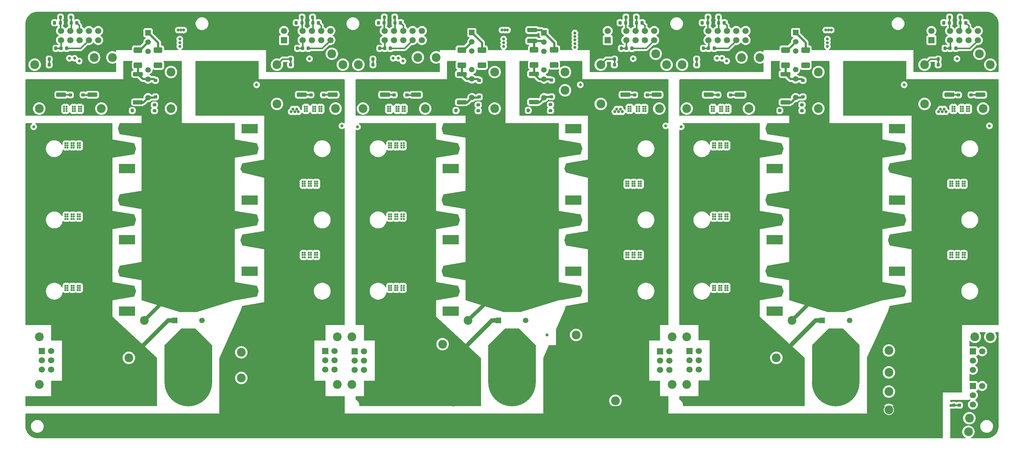
<source format=gbl>
G04 #@! TF.GenerationSoftware,KiCad,Pcbnew,9.0.1*
G04 #@! TF.CreationDate,2025-08-06T03:01:24-05:00*
G04 #@! TF.ProjectId,TractionInverter,54726163-7469-46f6-9e49-6e7665727465,rev?*
G04 #@! TF.SameCoordinates,Original*
G04 #@! TF.FileFunction,Copper,L6,Bot*
G04 #@! TF.FilePolarity,Positive*
%FSLAX46Y46*%
G04 Gerber Fmt 4.6, Leading zero omitted, Abs format (unit mm)*
G04 Created by KiCad (PCBNEW 9.0.1) date 2025-08-06 03:01:24*
%MOMM*%
%LPD*%
G01*
G04 APERTURE LIST*
G04 Aperture macros list*
%AMRoundRect*
0 Rectangle with rounded corners*
0 $1 Rounding radius*
0 $2 $3 $4 $5 $6 $7 $8 $9 X,Y pos of 4 corners*
0 Add a 4 corners polygon primitive as box body*
4,1,4,$2,$3,$4,$5,$6,$7,$8,$9,$2,$3,0*
0 Add four circle primitives for the rounded corners*
1,1,$1+$1,$2,$3*
1,1,$1+$1,$4,$5*
1,1,$1+$1,$6,$7*
1,1,$1+$1,$8,$9*
0 Add four rect primitives between the rounded corners*
20,1,$1+$1,$2,$3,$4,$5,0*
20,1,$1+$1,$4,$5,$6,$7,0*
20,1,$1+$1,$6,$7,$8,$9,0*
20,1,$1+$1,$8,$9,$2,$3,0*%
G04 Aperture macros list end*
G04 #@! TA.AperFunction,ComponentPad*
%ADD10R,1.700000X1.700000*%
G04 #@! TD*
G04 #@! TA.AperFunction,ComponentPad*
%ADD11C,1.700000*%
G04 #@! TD*
G04 #@! TA.AperFunction,SMDPad,CuDef*
%ADD12RoundRect,0.250000X-1.100000X0.325000X-1.100000X-0.325000X1.100000X-0.325000X1.100000X0.325000X0*%
G04 #@! TD*
G04 #@! TA.AperFunction,ComponentPad*
%ADD13C,2.400000*%
G04 #@! TD*
G04 #@! TA.AperFunction,SMDPad,CuDef*
%ADD14RoundRect,0.225000X0.250000X-0.225000X0.250000X0.225000X-0.250000X0.225000X-0.250000X-0.225000X0*%
G04 #@! TD*
G04 #@! TA.AperFunction,SMDPad,CuDef*
%ADD15RoundRect,0.225000X-0.250000X0.225000X-0.250000X-0.225000X0.250000X-0.225000X0.250000X0.225000X0*%
G04 #@! TD*
G04 #@! TA.AperFunction,SMDPad,CuDef*
%ADD16RoundRect,0.225000X0.225000X0.250000X-0.225000X0.250000X-0.225000X-0.250000X0.225000X-0.250000X0*%
G04 #@! TD*
G04 #@! TA.AperFunction,SMDPad,CuDef*
%ADD17RoundRect,0.200000X-0.200000X-0.275000X0.200000X-0.275000X0.200000X0.275000X-0.200000X0.275000X0*%
G04 #@! TD*
G04 #@! TA.AperFunction,ComponentPad*
%ADD18O,4.500000X2.500000*%
G04 #@! TD*
G04 #@! TA.AperFunction,ComponentPad*
%ADD19R,4.500000X2.500000*%
G04 #@! TD*
G04 #@! TA.AperFunction,SMDPad,CuDef*
%ADD20RoundRect,0.225000X-0.225000X-0.250000X0.225000X-0.250000X0.225000X0.250000X-0.225000X0.250000X0*%
G04 #@! TD*
G04 #@! TA.AperFunction,SMDPad,CuDef*
%ADD21RoundRect,0.250000X-1.425000X0.362500X-1.425000X-0.362500X1.425000X-0.362500X1.425000X0.362500X0*%
G04 #@! TD*
G04 #@! TA.AperFunction,SMDPad,CuDef*
%ADD22RoundRect,0.200000X0.200000X0.275000X-0.200000X0.275000X-0.200000X-0.275000X0.200000X-0.275000X0*%
G04 #@! TD*
G04 #@! TA.AperFunction,SMDPad,CuDef*
%ADD23RoundRect,0.250000X1.100000X-0.325000X1.100000X0.325000X-1.100000X0.325000X-1.100000X-0.325000X0*%
G04 #@! TD*
G04 #@! TA.AperFunction,SMDPad,CuDef*
%ADD24RoundRect,0.200000X-0.275000X0.200000X-0.275000X-0.200000X0.275000X-0.200000X0.275000X0.200000X0*%
G04 #@! TD*
G04 #@! TA.AperFunction,ComponentPad*
%ADD25C,1.500000*%
G04 #@! TD*
G04 #@! TA.AperFunction,ComponentPad*
%ADD26R,1.500000X1.500000*%
G04 #@! TD*
G04 #@! TA.AperFunction,ComponentPad*
%ADD27C,0.900000*%
G04 #@! TD*
G04 #@! TA.AperFunction,ComponentPad*
%ADD28C,13.000000*%
G04 #@! TD*
G04 #@! TA.AperFunction,SMDPad,CuDef*
%ADD29RoundRect,0.249999X0.900001X-0.525001X0.900001X0.525001X-0.900001X0.525001X-0.900001X-0.525001X0*%
G04 #@! TD*
G04 #@! TA.AperFunction,ViaPad*
%ADD30C,0.800000*%
G04 #@! TD*
G04 #@! TA.AperFunction,ViaPad*
%ADD31C,0.600000*%
G04 #@! TD*
G04 #@! TA.AperFunction,Conductor*
%ADD32C,0.400000*%
G04 #@! TD*
G04 #@! TA.AperFunction,Conductor*
%ADD33C,0.600000*%
G04 #@! TD*
G04 #@! TA.AperFunction,Conductor*
%ADD34C,1.000000*%
G04 #@! TD*
G04 #@! TA.AperFunction,Conductor*
%ADD35C,1.200000*%
G04 #@! TD*
G04 #@! TA.AperFunction,Conductor*
%ADD36C,0.300000*%
G04 #@! TD*
G04 APERTURE END LIST*
D10*
X272225000Y-137210000D03*
D11*
X274765000Y-137210000D03*
X272225000Y-139750000D03*
X274765000Y-139750000D03*
X272225000Y-142290000D03*
X274765000Y-142290000D03*
D12*
X152250000Y-54725000D03*
X152250000Y-51775000D03*
D13*
X102500000Y-123750000D03*
D11*
X105765000Y-132790000D03*
X103225000Y-132790000D03*
X105765000Y-130250000D03*
X103225000Y-130250000D03*
X105765000Y-127710000D03*
D10*
X103225000Y-127710000D03*
D13*
X127250000Y-125750000D03*
X102500000Y-136750000D03*
X194000000Y-136750000D03*
X120500000Y-47250000D03*
X163750000Y-123250000D03*
D11*
X273600000Y-39985000D03*
X273600000Y-42525000D03*
X271060000Y-39985000D03*
X271060000Y-42525000D03*
X268520000Y-39985000D03*
X268520000Y-42525000D03*
X265980000Y-39985000D03*
X265980000Y-42525000D03*
X263440000Y-39985000D03*
X263440000Y-42525000D03*
X260900000Y-39985000D03*
D10*
X260900000Y-42525000D03*
D13*
X249250000Y-133500000D03*
X194000000Y-61250000D03*
X192750000Y-49250000D03*
X170500000Y-60000000D03*
X105500000Y-61250000D03*
X249250000Y-127500000D03*
D14*
X179750000Y-55975000D03*
X179750000Y-57525000D03*
D12*
X274250000Y-57475000D03*
X274250000Y-54525000D03*
D15*
X137250000Y-55077500D03*
X137250000Y-53527500D03*
D16*
X174225000Y-49250000D03*
X175775000Y-49250000D03*
D17*
X176090000Y-44775000D03*
X174440000Y-44775000D03*
D18*
X251500000Y-97200000D03*
X251500000Y-91750000D03*
D19*
X251500000Y-86300000D03*
D12*
X208500000Y-57475000D03*
X208500000Y-54525000D03*
D20*
X113000000Y-44775000D03*
X111450000Y-44775000D03*
D16*
X262725000Y-47750000D03*
X264275000Y-47750000D03*
D12*
X132500000Y-54777500D03*
X132500000Y-51827500D03*
D17*
X199825000Y-36275000D03*
X198175000Y-36275000D03*
D21*
X234750000Y-122212500D03*
X234750000Y-116287500D03*
D18*
X218000000Y-105800000D03*
X218000000Y-111250000D03*
D19*
X218000000Y-116700000D03*
D17*
X198550000Y-44775000D03*
X196900000Y-44775000D03*
D20*
X115775000Y-37775000D03*
X114225000Y-37775000D03*
D22*
X268715000Y-36275000D03*
X270365000Y-36275000D03*
D20*
X201500000Y-44775000D03*
X199950000Y-44775000D03*
D23*
X200000000Y-54525000D03*
X200000000Y-57475000D03*
D12*
X120000000Y-57475000D03*
X120000000Y-54525000D03*
X132500000Y-59527500D03*
X132500000Y-56577500D03*
D15*
X117500000Y-57525000D03*
X117500000Y-55975000D03*
D22*
X180215000Y-36275000D03*
X181865000Y-36275000D03*
D16*
X109725000Y-37775000D03*
X111275000Y-37775000D03*
D15*
X271750000Y-57525000D03*
X271750000Y-55975000D03*
D17*
X110050000Y-44775000D03*
X108400000Y-44775000D03*
D16*
X108225000Y-49250000D03*
X109775000Y-49250000D03*
D24*
X225500000Y-61877500D03*
X225500000Y-60227500D03*
D21*
X146250000Y-122212500D03*
X146250000Y-116287500D03*
D22*
X130905000Y-61802500D03*
X132555000Y-61802500D03*
D12*
X221000000Y-54777500D03*
X221000000Y-51827500D03*
D13*
X122500000Y-61250000D03*
X170500000Y-49250000D03*
D11*
X185100000Y-39985000D03*
X185100000Y-42525000D03*
X182560000Y-39985000D03*
X182560000Y-42525000D03*
X180020000Y-39985000D03*
X180020000Y-42525000D03*
X177480000Y-39985000D03*
X177480000Y-42525000D03*
X174940000Y-39985000D03*
X174940000Y-42525000D03*
X172400000Y-39985000D03*
D10*
X172400000Y-42525000D03*
D13*
X214000000Y-47250000D03*
X190000000Y-123750000D03*
X259000000Y-60000000D03*
X190000000Y-136750000D03*
X141500000Y-51250000D03*
X194000000Y-123750000D03*
X272750000Y-123750000D03*
X134250000Y-119250000D03*
X218500000Y-129500000D03*
X275000000Y-61250000D03*
X230000000Y-56250000D03*
X277000000Y-49250000D03*
X141500000Y-61250000D03*
X274000000Y-46250000D03*
D25*
X238500000Y-119250000D03*
D26*
X231000000Y-119250000D03*
D11*
X274765000Y-132790000D03*
X272225000Y-132790000D03*
X274765000Y-130250000D03*
X272225000Y-130250000D03*
X274765000Y-127710000D03*
D10*
X272225000Y-127710000D03*
D13*
X186500000Y-61250000D03*
X125500000Y-47250000D03*
D25*
X223760000Y-58250000D03*
X223760000Y-55710000D03*
X223760000Y-53170000D03*
X223760000Y-50630000D03*
X223760000Y-45550000D03*
X223760000Y-43010000D03*
D26*
X223760000Y-40470000D03*
D13*
X188500000Y-49250000D03*
X259000000Y-49250000D03*
D11*
X121600000Y-39985000D03*
X121600000Y-42525000D03*
X119060000Y-39985000D03*
X119060000Y-42525000D03*
X116520000Y-39985000D03*
X116520000Y-42525000D03*
X113980000Y-39985000D03*
X113980000Y-42525000D03*
X111440000Y-39985000D03*
X111440000Y-42525000D03*
X108900000Y-39985000D03*
D10*
X108900000Y-42525000D03*
D13*
X239750000Y-56250000D03*
D11*
X210100000Y-39985000D03*
X210100000Y-42525000D03*
X207560000Y-39985000D03*
X207560000Y-42525000D03*
X205020000Y-39985000D03*
X205020000Y-42525000D03*
X202480000Y-39985000D03*
X202480000Y-42525000D03*
X199940000Y-39985000D03*
X199940000Y-42525000D03*
X197400000Y-39985000D03*
D10*
X197400000Y-42525000D03*
D13*
X209000000Y-47250000D03*
D27*
X151125000Y-136250000D03*
X149697146Y-139697146D03*
X149697146Y-132802854D03*
X146250000Y-141125000D03*
D28*
X146250000Y-136250000D03*
D27*
X146250000Y-131375000D03*
X142802854Y-139697146D03*
X142802854Y-132802854D03*
X141375000Y-136250000D03*
X239625000Y-136250000D03*
X238197146Y-139697146D03*
X238197146Y-132802854D03*
X234750000Y-141125000D03*
D28*
X234750000Y-136250000D03*
D27*
X234750000Y-131375000D03*
X231302854Y-139697146D03*
X231302854Y-132802854D03*
X229875000Y-136250000D03*
D13*
X230000000Y-51250000D03*
X230000000Y-61250000D03*
D25*
X150000000Y-119250000D03*
D26*
X142500000Y-119250000D03*
D11*
X197265000Y-132750000D03*
X194725000Y-132750000D03*
X197265000Y-130210000D03*
X194725000Y-130210000D03*
X197265000Y-127670000D03*
D10*
X194725000Y-127670000D03*
D13*
X222750000Y-119250000D03*
X174500000Y-141250000D03*
X141500000Y-56250000D03*
X211000000Y-61250000D03*
X185500000Y-46250000D03*
X104250000Y-49250000D03*
D25*
X135260000Y-58250000D03*
X135260000Y-55710000D03*
X135260000Y-53170000D03*
X135260000Y-50630000D03*
X135260000Y-45550000D03*
X135260000Y-43010000D03*
D26*
X135260000Y-40470000D03*
D13*
X277000000Y-123750000D03*
D15*
X183250000Y-57525000D03*
X183250000Y-55975000D03*
D17*
X265865000Y-36275000D03*
X264215000Y-36275000D03*
D18*
X129500000Y-66800000D03*
X129500000Y-72250000D03*
D19*
X129500000Y-77700000D03*
D24*
X137000000Y-61877500D03*
X137000000Y-60227500D03*
D23*
X111500000Y-54525000D03*
X111500000Y-57475000D03*
D18*
X218000000Y-66800000D03*
X218000000Y-72250000D03*
D19*
X218000000Y-77700000D03*
D20*
X267540000Y-44775000D03*
X265990000Y-44775000D03*
D16*
X175765000Y-37775000D03*
X177315000Y-37775000D03*
D18*
X163000000Y-77700000D03*
X163000000Y-72250000D03*
D19*
X163000000Y-66800000D03*
D15*
X225750000Y-58077500D03*
X225750000Y-56527500D03*
D29*
X138000000Y-45227500D03*
X138000000Y-49377500D03*
D15*
X137250000Y-58077500D03*
X137250000Y-56527500D03*
D20*
X181815000Y-37775000D03*
X180265000Y-37775000D03*
D16*
X196725000Y-47750000D03*
X198275000Y-47750000D03*
D14*
X114000000Y-55975000D03*
X114000000Y-57525000D03*
D17*
X264590000Y-44775000D03*
X262940000Y-44775000D03*
X177365000Y-36275000D03*
X175715000Y-36275000D03*
D16*
X174225000Y-47750000D03*
X175775000Y-47750000D03*
D18*
X218000000Y-86300000D03*
X218000000Y-91750000D03*
D19*
X218000000Y-97200000D03*
D22*
X202675000Y-36275000D03*
X204325000Y-36275000D03*
D16*
X262725000Y-49250000D03*
X264275000Y-49250000D03*
X108225000Y-47750000D03*
X109775000Y-47750000D03*
D18*
X129500000Y-86300000D03*
X129500000Y-91750000D03*
D19*
X129500000Y-97200000D03*
D20*
X204275000Y-37775000D03*
X202725000Y-37775000D03*
D23*
X265750000Y-54525000D03*
X265750000Y-57475000D03*
D18*
X163000000Y-97200000D03*
X163000000Y-91750000D03*
D19*
X163000000Y-86300000D03*
D18*
X251500000Y-77700000D03*
X251500000Y-72250000D03*
D19*
X251500000Y-66800000D03*
D16*
X264265000Y-37775000D03*
X265815000Y-37775000D03*
D14*
X268250000Y-55975000D03*
X268250000Y-57525000D03*
D29*
X221000000Y-45227500D03*
X221000000Y-49377500D03*
D20*
X270315000Y-37775000D03*
X268765000Y-37775000D03*
D22*
X114175000Y-36275000D03*
X115825000Y-36275000D03*
D20*
X179040000Y-44775000D03*
X177490000Y-44775000D03*
D18*
X251500000Y-116700000D03*
X251500000Y-111250000D03*
D19*
X251500000Y-105800000D03*
D18*
X163000000Y-116700000D03*
X163000000Y-111250000D03*
D19*
X163000000Y-105800000D03*
D17*
X111325000Y-36275000D03*
X109675000Y-36275000D03*
D12*
X221000000Y-59527500D03*
X221000000Y-56577500D03*
D16*
X198225000Y-37775000D03*
X199775000Y-37775000D03*
D15*
X206000000Y-57525000D03*
X206000000Y-55975000D03*
D29*
X132500000Y-45227500D03*
X132500000Y-49377500D03*
D14*
X202500000Y-55975000D03*
X202500000Y-57525000D03*
D23*
X177250000Y-54525000D03*
X177250000Y-57475000D03*
D29*
X226500000Y-45227500D03*
X226500000Y-49377500D03*
D18*
X129500000Y-105800000D03*
X129500000Y-111250000D03*
D19*
X129500000Y-116700000D03*
D22*
X219405000Y-61802500D03*
X221055000Y-61802500D03*
D12*
X185750000Y-57475000D03*
X185750000Y-54525000D03*
D16*
X196725000Y-49250000D03*
X198275000Y-49250000D03*
D15*
X225750000Y-55077500D03*
X225750000Y-53527500D03*
D16*
X21275000Y-47750000D03*
X19725000Y-47750000D03*
D17*
X21175000Y-36275000D03*
X22825000Y-36275000D03*
D23*
X88750000Y-57475000D03*
X88750000Y-54525000D03*
D16*
X88815000Y-37775000D03*
X87265000Y-37775000D03*
D19*
X74500000Y-105800000D03*
D18*
X74500000Y-111250000D03*
X74500000Y-116700000D03*
D14*
X91250000Y-57525000D03*
X91250000Y-55975000D03*
D16*
X87275000Y-47750000D03*
X85725000Y-47750000D03*
D17*
X87215000Y-36275000D03*
X88865000Y-36275000D03*
D20*
X91765000Y-37775000D03*
X93315000Y-37775000D03*
D29*
X44000000Y-49377500D03*
X44000000Y-45227500D03*
D15*
X29000000Y-55975000D03*
X29000000Y-57525000D03*
D24*
X48500000Y-60227500D03*
X48500000Y-61877500D03*
D17*
X19900000Y-44775000D03*
X21550000Y-44775000D03*
D21*
X57750000Y-116287500D03*
X57750000Y-122212500D03*
D12*
X44000000Y-56577500D03*
X44000000Y-59527500D03*
D19*
X41000000Y-77700000D03*
D18*
X41000000Y-72250000D03*
X41000000Y-66800000D03*
D22*
X27325000Y-36275000D03*
X25675000Y-36275000D03*
D20*
X88990000Y-44775000D03*
X90540000Y-44775000D03*
D22*
X44055000Y-61802500D03*
X42405000Y-61802500D03*
D12*
X31500000Y-54525000D03*
X31500000Y-57475000D03*
D15*
X48750000Y-56527500D03*
X48750000Y-58077500D03*
D12*
X44000000Y-51827500D03*
X44000000Y-54777500D03*
D20*
X22950000Y-44775000D03*
X24500000Y-44775000D03*
D19*
X41000000Y-97200000D03*
D18*
X41000000Y-91750000D03*
X41000000Y-86300000D03*
D22*
X93365000Y-36275000D03*
X91715000Y-36275000D03*
D19*
X41000000Y-116700000D03*
D18*
X41000000Y-111250000D03*
X41000000Y-105800000D03*
D14*
X25500000Y-57525000D03*
X25500000Y-55975000D03*
D17*
X85940000Y-44775000D03*
X87590000Y-44775000D03*
D12*
X97250000Y-54525000D03*
X97250000Y-57475000D03*
D23*
X23000000Y-57475000D03*
X23000000Y-54525000D03*
D19*
X74500000Y-86300000D03*
D18*
X74500000Y-91750000D03*
X74500000Y-97200000D03*
D16*
X22775000Y-37775000D03*
X21225000Y-37775000D03*
X87275000Y-49250000D03*
X85725000Y-49250000D03*
D15*
X94750000Y-55975000D03*
X94750000Y-57525000D03*
D29*
X49500000Y-49377500D03*
X49500000Y-45227500D03*
D16*
X21275000Y-49250000D03*
X19725000Y-49250000D03*
D20*
X25725000Y-37775000D03*
X27275000Y-37775000D03*
D19*
X74500000Y-66800000D03*
D18*
X74500000Y-72250000D03*
X74500000Y-77700000D03*
D15*
X48750000Y-53527500D03*
X48750000Y-55077500D03*
D22*
X152325000Y-61750000D03*
X150675000Y-61750000D03*
D15*
X267000000Y-142475000D03*
X267000000Y-144025000D03*
X157000000Y-56475000D03*
X157000000Y-58025000D03*
D13*
X82000000Y-60000000D03*
D27*
X125375000Y-136250000D03*
X126802854Y-132802854D03*
X126802854Y-139697146D03*
X130250000Y-131375000D03*
D28*
X130250000Y-136250000D03*
D27*
X130250000Y-141125000D03*
X133697146Y-132802854D03*
X133697146Y-139697146D03*
X135125000Y-136250000D03*
D13*
X98500000Y-136750000D03*
D27*
X157375000Y-136250000D03*
X158802854Y-132802854D03*
X158802854Y-139697146D03*
X162250000Y-131375000D03*
D28*
X162250000Y-136250000D03*
D27*
X162250000Y-141125000D03*
X165697146Y-132802854D03*
X165697146Y-139697146D03*
X167125000Y-136250000D03*
D29*
X152250000Y-49325000D03*
X152250000Y-45175000D03*
D26*
X155000000Y-40500000D03*
D25*
X155000000Y-43040000D03*
X155000000Y-45580000D03*
X155000000Y-50660000D03*
X155000000Y-53200000D03*
X155000000Y-55740000D03*
X155000000Y-58280000D03*
D13*
X45750000Y-119250000D03*
D15*
X157000000Y-53475000D03*
X157000000Y-55025000D03*
D24*
X156750000Y-60175000D03*
X156750000Y-61825000D03*
D10*
X186725000Y-127710000D03*
D11*
X189265000Y-127710000D03*
X186725000Y-130250000D03*
X189265000Y-130250000D03*
X186725000Y-132790000D03*
X189265000Y-132790000D03*
D13*
X17000000Y-136750000D03*
X17000000Y-61250000D03*
X271000000Y-149750000D03*
X160750000Y-56250000D03*
D29*
X157750000Y-49325000D03*
X157750000Y-45175000D03*
D23*
X151750000Y-42725000D03*
X151750000Y-39775000D03*
D13*
X98000000Y-61250000D03*
D26*
X54000000Y-119250000D03*
D25*
X61500000Y-119250000D03*
D13*
X249250000Y-138750000D03*
X271250000Y-146000000D03*
X160750000Y-51250000D03*
X97000000Y-46250000D03*
X72250000Y-128000000D03*
X72250000Y-135000000D03*
X41500000Y-129500000D03*
D10*
X17710000Y-127670000D03*
D11*
X20250000Y-127670000D03*
X17710000Y-130210000D03*
X20250000Y-130210000D03*
X17710000Y-132750000D03*
X20250000Y-132750000D03*
D13*
X53000000Y-61250000D03*
X62750000Y-56250000D03*
X53000000Y-56250000D03*
D10*
X20420000Y-42525000D03*
D11*
X20420000Y-39985000D03*
X22960000Y-42525000D03*
X22960000Y-39985000D03*
X25500000Y-42525000D03*
X25500000Y-39985000D03*
X28040000Y-42525000D03*
X28040000Y-39985000D03*
X30580000Y-42525000D03*
X30580000Y-39985000D03*
X33120000Y-42525000D03*
X33120000Y-39985000D03*
D15*
X268500000Y-142475000D03*
X268500000Y-144025000D03*
D13*
X15750000Y-49250000D03*
D10*
X95210000Y-127670000D03*
D11*
X97750000Y-127670000D03*
X95210000Y-130210000D03*
X97750000Y-130210000D03*
X95210000Y-132750000D03*
X97750000Y-132750000D03*
D13*
X82000000Y-49250000D03*
X32000000Y-47250000D03*
X53000000Y-51250000D03*
X98500000Y-123750000D03*
D27*
X52875000Y-136250000D03*
X54302854Y-132802854D03*
X54302854Y-139697146D03*
X57750000Y-131375000D03*
D28*
X57750000Y-136250000D03*
D27*
X57750000Y-141125000D03*
X61197146Y-132802854D03*
X61197146Y-139697146D03*
X62625000Y-136250000D03*
D13*
X17000000Y-123750000D03*
D10*
X83900000Y-42525000D03*
D11*
X83900000Y-39985000D03*
X86440000Y-42525000D03*
X86440000Y-39985000D03*
X88980000Y-42525000D03*
X88980000Y-39985000D03*
X91520000Y-42525000D03*
X91520000Y-39985000D03*
X94060000Y-42525000D03*
X94060000Y-39985000D03*
X96600000Y-42525000D03*
X96600000Y-39985000D03*
D12*
X152250000Y-56525000D03*
X152250000Y-59475000D03*
D13*
X34000000Y-61250000D03*
X249250000Y-143750000D03*
D26*
X46750000Y-40500000D03*
D25*
X46750000Y-43040000D03*
X46750000Y-45580000D03*
X46750000Y-50660000D03*
X46750000Y-53200000D03*
X46750000Y-55740000D03*
X46750000Y-58280000D03*
D13*
X100000000Y-49250000D03*
X37000000Y-47250000D03*
X69000000Y-56250000D03*
D30*
X151750000Y-115250000D03*
X155787500Y-123250000D03*
X278750000Y-144000000D03*
X278750000Y-145250000D03*
X274500000Y-151000000D03*
X278750000Y-146500000D03*
X278750000Y-147750000D03*
X275750000Y-151000000D03*
X277000000Y-150750000D03*
X278500000Y-149000000D03*
X278000000Y-150000000D03*
X266250000Y-142500000D03*
X248750000Y-148725000D03*
X248787500Y-147000000D03*
X256250000Y-144325000D03*
X254750000Y-145700000D03*
X256250000Y-145725000D03*
X254750000Y-148975000D03*
X156750000Y-60175000D03*
X155212500Y-61750000D03*
X156787500Y-61750000D03*
X150787500Y-61750000D03*
X157750000Y-49325000D03*
X163425000Y-41500000D03*
X163425000Y-43500000D03*
X163425000Y-44500000D03*
X163425000Y-40575000D03*
X163425000Y-42500000D03*
X118250000Y-141250000D03*
X119000000Y-142000000D03*
X114500000Y-142000000D03*
X119000000Y-140500000D03*
X116000000Y-142000000D03*
X117500000Y-142000000D03*
X116750000Y-141250000D03*
X115250000Y-141250000D03*
X116000000Y-140500000D03*
X117500000Y-140500000D03*
X114500000Y-140500000D03*
X110000000Y-142000000D03*
X108500000Y-140500000D03*
X107750000Y-141250000D03*
X222250000Y-142000000D03*
X224500000Y-141250000D03*
X199000000Y-140500000D03*
X200500000Y-140500000D03*
X225250000Y-142000000D03*
X214500000Y-142000000D03*
X200500000Y-142000000D03*
X199000000Y-142000000D03*
X212250000Y-141250000D03*
X107000000Y-140500000D03*
X221500000Y-141250000D03*
X199750000Y-141250000D03*
X213000000Y-142000000D03*
X211500000Y-140500000D03*
X225250000Y-140500000D03*
X223750000Y-140500000D03*
X223000000Y-141250000D03*
X106250000Y-141250000D03*
X210000000Y-140500000D03*
X223750000Y-142000000D03*
X213750000Y-141250000D03*
X202000000Y-140500000D03*
X211500000Y-142000000D03*
X107000000Y-142000000D03*
X110000000Y-140500000D03*
X203500000Y-142000000D03*
X214500000Y-140500000D03*
X210750000Y-141250000D03*
X220750000Y-142000000D03*
X105500000Y-140500000D03*
X213000000Y-140500000D03*
X108500000Y-142000000D03*
X202000000Y-142000000D03*
X201250000Y-141250000D03*
X222250000Y-140500000D03*
X220750000Y-140500000D03*
X105500000Y-142000000D03*
X210000000Y-142000000D03*
X203500000Y-140500000D03*
X202750000Y-141250000D03*
X109250000Y-141250000D03*
X183500000Y-142000000D03*
X188000000Y-140500000D03*
X244250000Y-142000000D03*
X245750000Y-140500000D03*
X245000000Y-141250000D03*
X185000000Y-142000000D03*
X185000000Y-140500000D03*
X186500000Y-140500000D03*
X245750000Y-142000000D03*
X183500000Y-140500000D03*
X186500000Y-142000000D03*
X187250000Y-141250000D03*
X244250000Y-140500000D03*
X185750000Y-141250000D03*
X188000000Y-142000000D03*
X184250000Y-141250000D03*
D31*
X55250000Y-124750000D03*
X57750000Y-124250000D03*
X57250000Y-123750000D03*
X56750000Y-125250000D03*
X60250000Y-122750000D03*
X60750000Y-124250000D03*
X58250000Y-123750000D03*
X57750000Y-123250000D03*
X58250000Y-124750000D03*
X57750000Y-125250000D03*
X54750000Y-124250000D03*
X60750000Y-125250000D03*
X54750000Y-125250000D03*
X56750000Y-123250000D03*
X61250000Y-124750000D03*
X58750000Y-123250000D03*
X55750000Y-123250000D03*
X56750000Y-124250000D03*
X60250000Y-124750000D03*
X56250000Y-123750000D03*
X59750000Y-123250000D03*
X55750000Y-125250000D03*
X55250000Y-123750000D03*
X61750000Y-124250000D03*
X53750000Y-124250000D03*
X55750000Y-124250000D03*
X60750000Y-123250000D03*
X55250000Y-122750000D03*
X59250000Y-124750000D03*
X58750000Y-124250000D03*
X59750000Y-125250000D03*
X60250000Y-123750000D03*
X54250000Y-123750000D03*
X61250000Y-123750000D03*
X58750000Y-125250000D03*
X59250000Y-123750000D03*
X54250000Y-124750000D03*
X59750000Y-124250000D03*
X57250000Y-124750000D03*
X54750000Y-123250000D03*
X56250000Y-124750000D03*
X93600000Y-61350000D03*
X93000000Y-101350000D03*
X93000000Y-81850000D03*
X92400000Y-82450000D03*
X92400000Y-101950000D03*
X93000000Y-101950000D03*
X93600000Y-60750000D03*
X93600000Y-61950000D03*
X92400000Y-101350000D03*
X93000000Y-81250000D03*
X92400000Y-100750000D03*
X92400000Y-81850000D03*
X94200000Y-60750000D03*
X93000000Y-100750000D03*
X92400000Y-81250000D03*
X94200000Y-61950000D03*
X93000000Y-82450000D03*
X94200000Y-61350000D03*
X89600000Y-81250000D03*
X89000000Y-81850000D03*
X89000000Y-101350000D03*
X89600000Y-61950000D03*
X89000000Y-100750000D03*
X89600000Y-61350000D03*
X89600000Y-81850000D03*
X89600000Y-101950000D03*
X89600000Y-100750000D03*
X90200000Y-61350000D03*
X89600000Y-101350000D03*
X89000000Y-82450000D03*
X89000000Y-81250000D03*
X90200000Y-60750000D03*
X89000000Y-101950000D03*
X90200000Y-61950000D03*
X89600000Y-82450000D03*
X89600000Y-60750000D03*
X91300000Y-100750000D03*
X90700000Y-101350000D03*
X90700000Y-81850000D03*
X90700000Y-82450000D03*
X91300000Y-82450000D03*
X90700000Y-101950000D03*
X90700000Y-100750000D03*
X91300000Y-81850000D03*
X91300000Y-81250000D03*
X91900000Y-60750000D03*
X91900000Y-61350000D03*
X91900000Y-61950000D03*
X91300000Y-101350000D03*
X92500000Y-61950000D03*
X90700000Y-81250000D03*
X92500000Y-61350000D03*
X92500000Y-60750000D03*
X91300000Y-101950000D03*
D30*
X27925000Y-48250000D03*
D31*
X27550000Y-91450000D03*
X27850000Y-61950000D03*
X28150000Y-109750000D03*
X28450000Y-60750000D03*
X27550000Y-90850000D03*
X28150000Y-91450000D03*
X27850000Y-60750000D03*
X28450000Y-61950000D03*
X27550000Y-110350000D03*
X28150000Y-110350000D03*
X28150000Y-71950000D03*
X27550000Y-90250000D03*
X27550000Y-70750000D03*
X27550000Y-110950000D03*
X27550000Y-71350000D03*
X28150000Y-90250000D03*
X28150000Y-90850000D03*
X28150000Y-71350000D03*
X27550000Y-71950000D03*
X27850000Y-61350000D03*
X28150000Y-70750000D03*
X28450000Y-61350000D03*
X27550000Y-109750000D03*
X28150000Y-110950000D03*
D30*
X26655000Y-47500000D03*
D31*
X24450000Y-60750000D03*
X24750000Y-110950000D03*
X24750000Y-110350000D03*
X24750000Y-91450000D03*
X24150000Y-90850000D03*
X24150000Y-110350000D03*
X24750000Y-70750000D03*
X24150000Y-90250000D03*
X24150000Y-71350000D03*
X24150000Y-91450000D03*
X23850000Y-61950000D03*
X24750000Y-71950000D03*
X23850000Y-60750000D03*
X24750000Y-71350000D03*
X24150000Y-71950000D03*
X23850000Y-61350000D03*
X24450000Y-61350000D03*
X24150000Y-70750000D03*
X24750000Y-90850000D03*
X24150000Y-110950000D03*
X24750000Y-109750000D03*
X24750000Y-90250000D03*
X24150000Y-109750000D03*
X24450000Y-61950000D03*
X26750000Y-61950000D03*
X26750000Y-60750000D03*
X25850000Y-70750000D03*
X25850000Y-71950000D03*
X25850000Y-90850000D03*
X25850000Y-90250000D03*
X26450000Y-71350000D03*
X25850000Y-71350000D03*
X26450000Y-110950000D03*
X25850000Y-110950000D03*
X26450000Y-70750000D03*
X26450000Y-90850000D03*
X26750000Y-61350000D03*
X26150000Y-60750000D03*
X26450000Y-91450000D03*
X26450000Y-90250000D03*
X26450000Y-109750000D03*
X25850000Y-110350000D03*
X26150000Y-61950000D03*
X26450000Y-110350000D03*
X25850000Y-91450000D03*
X25850000Y-109750000D03*
X26450000Y-71950000D03*
X26150000Y-61350000D03*
D30*
X42537500Y-61802500D03*
X48537500Y-61750000D03*
X55000000Y-39777500D03*
X55750000Y-39777500D03*
X56500000Y-39777500D03*
X55450000Y-43250000D03*
X55450000Y-44250000D03*
X55450000Y-42250000D03*
X97237500Y-57487500D03*
X98250000Y-57500000D03*
X96250000Y-57487500D03*
X90875000Y-47625000D03*
X76425000Y-54750000D03*
X99750000Y-66000000D03*
X91250000Y-57525000D03*
X30600000Y-57525000D03*
X32400000Y-57475000D03*
X31500000Y-57475000D03*
X25250000Y-47500000D03*
D31*
X57750000Y-114250000D03*
X57250000Y-113750000D03*
X55750000Y-115250000D03*
X60250000Y-115750000D03*
X56750000Y-114250000D03*
X59750000Y-115250000D03*
X54750000Y-116250000D03*
X56250000Y-113750000D03*
X61250000Y-114750000D03*
X55250000Y-113750000D03*
X61750000Y-115250000D03*
X60750000Y-116250000D03*
X57750000Y-115250000D03*
X60250000Y-114750000D03*
X58250000Y-113750000D03*
D30*
X65000000Y-114750000D03*
D31*
X56750000Y-115250000D03*
X59250000Y-114750000D03*
X60250000Y-113750000D03*
D30*
X20000000Y-56250000D03*
D31*
X55250000Y-114750000D03*
D30*
X19975000Y-61000000D03*
D31*
X60750000Y-115250000D03*
X55750000Y-116250000D03*
X54750000Y-115250000D03*
X58250000Y-114750000D03*
X56250000Y-114750000D03*
X55250000Y-115750000D03*
X54250000Y-114750000D03*
D30*
X46962500Y-61750000D03*
D31*
X58750000Y-114250000D03*
X54750000Y-114250000D03*
X62250000Y-115750000D03*
X60750000Y-114250000D03*
X54250000Y-115750000D03*
X53750000Y-115250000D03*
X59750000Y-116250000D03*
X59750000Y-114250000D03*
X58750000Y-115250000D03*
X59250000Y-113750000D03*
X53250000Y-115750000D03*
X55750000Y-114250000D03*
X57250000Y-114750000D03*
X61250000Y-115750000D03*
D30*
X48500000Y-60227500D03*
X15500000Y-66250000D03*
X25500000Y-57525000D03*
X87275000Y-47750000D03*
X21275000Y-47750000D03*
X19725000Y-47750000D03*
X21225000Y-37775000D03*
X87265000Y-37775000D03*
X25750000Y-141250000D03*
X36750000Y-141250000D03*
X26500000Y-140500000D03*
X22000000Y-142000000D03*
X34500000Y-140500000D03*
X46750000Y-140500000D03*
X37500000Y-142000000D03*
X35250000Y-141250000D03*
X34500000Y-142000000D03*
X36000000Y-142000000D03*
X25000000Y-142000000D03*
X22000000Y-140500000D03*
X47500000Y-141250000D03*
X23500000Y-142000000D03*
X24250000Y-141250000D03*
X45250000Y-140500000D03*
X33750000Y-141250000D03*
X43750000Y-142000000D03*
X37500000Y-140500000D03*
X36000000Y-140500000D03*
X26500000Y-142000000D03*
X48250000Y-140500000D03*
X25000000Y-140500000D03*
X22750000Y-141250000D03*
X23500000Y-140500000D03*
X19000000Y-68750000D03*
X45250000Y-142000000D03*
X46000000Y-141250000D03*
X48250000Y-142000000D03*
X33000000Y-140500000D03*
X46750000Y-142000000D03*
X43750000Y-140500000D03*
X33000000Y-142000000D03*
X44500000Y-141250000D03*
X82750000Y-55675000D03*
X78500000Y-142000000D03*
X67250000Y-140500000D03*
X93500000Y-140500000D03*
X81000000Y-123975000D03*
X79250000Y-141250000D03*
X68750000Y-140500000D03*
X71750000Y-140500000D03*
X90500000Y-140500000D03*
X80000000Y-142000000D03*
X81500000Y-140500000D03*
X89750000Y-141250000D03*
X71000000Y-141250000D03*
X67250000Y-142000000D03*
X89000000Y-142000000D03*
X68000000Y-141250000D03*
X84250000Y-55725000D03*
X82250000Y-141250000D03*
X70250000Y-140500000D03*
X71750000Y-142000000D03*
X92000000Y-142000000D03*
X80750000Y-141250000D03*
X79287500Y-124000000D03*
X68750000Y-142000000D03*
X92750000Y-141250000D03*
X83000000Y-142000000D03*
X77675000Y-130750000D03*
X70250000Y-142000000D03*
X77675000Y-128750000D03*
X69500000Y-141250000D03*
X90500000Y-142000000D03*
X78500000Y-140500000D03*
X80000000Y-140500000D03*
X83000000Y-140500000D03*
X79000000Y-136525000D03*
X91250000Y-141250000D03*
X89000000Y-140500000D03*
X93500000Y-142000000D03*
X92000000Y-140500000D03*
X87000000Y-123975000D03*
X81500000Y-142000000D03*
X77500000Y-136525000D03*
X69856793Y-65639705D03*
X85856793Y-62139705D03*
X86856793Y-62139705D03*
X87856793Y-62139705D03*
X87356793Y-61389705D03*
X86356793Y-61389705D03*
X49500000Y-49377500D03*
D31*
X232750000Y-125250000D03*
X233250000Y-123750000D03*
X233750000Y-124250000D03*
X269400000Y-82450000D03*
X270600000Y-61350000D03*
X269400000Y-101950000D03*
X233250000Y-124750000D03*
X234250000Y-124750000D03*
X231250000Y-124750000D03*
X236250000Y-123750000D03*
X231750000Y-123250000D03*
X236750000Y-124250000D03*
X231250000Y-123750000D03*
X237250000Y-123750000D03*
X236250000Y-124750000D03*
X232250000Y-122750000D03*
X237750000Y-123250000D03*
X232750000Y-124250000D03*
X238750000Y-124250000D03*
X270000000Y-101350000D03*
X238250000Y-123750000D03*
X236750000Y-125250000D03*
X230750000Y-124250000D03*
X270000000Y-81850000D03*
X235750000Y-125250000D03*
X232250000Y-123750000D03*
X235750000Y-124250000D03*
X236750000Y-123250000D03*
X237250000Y-124750000D03*
X235250000Y-124750000D03*
X237750000Y-124250000D03*
X234250000Y-123750000D03*
X232250000Y-124750000D03*
X234750000Y-123250000D03*
X233750000Y-125250000D03*
X231750000Y-124250000D03*
X237750000Y-125250000D03*
X235750000Y-123250000D03*
X231750000Y-125250000D03*
X234750000Y-125250000D03*
X238250000Y-124750000D03*
X232750000Y-123250000D03*
X235250000Y-123750000D03*
X237250000Y-122750000D03*
X234750000Y-124250000D03*
X233750000Y-123250000D03*
X203450000Y-91450000D03*
X203450000Y-90850000D03*
D30*
X233500000Y-39777500D03*
D31*
X203450000Y-71350000D03*
X203750000Y-61950000D03*
X201750000Y-90250000D03*
X203450000Y-71950000D03*
X202850000Y-71950000D03*
X201450000Y-61950000D03*
X202850000Y-91450000D03*
X203450000Y-110950000D03*
D30*
X219537500Y-61802500D03*
D31*
X202850000Y-70750000D03*
X203750000Y-60750000D03*
X202850000Y-109750000D03*
X203450000Y-90250000D03*
X202850000Y-90250000D03*
X202850000Y-110350000D03*
X203750000Y-61350000D03*
X202850000Y-71350000D03*
D30*
X232750000Y-39777500D03*
D31*
X203450000Y-110350000D03*
D30*
X232000000Y-39777500D03*
D31*
X203150000Y-61350000D03*
D30*
X225537500Y-61750000D03*
D31*
X203150000Y-61950000D03*
X203450000Y-109750000D03*
X203150000Y-60750000D03*
X203450000Y-70750000D03*
X202850000Y-110950000D03*
X202850000Y-90850000D03*
X201150000Y-109750000D03*
X205150000Y-70750000D03*
X204550000Y-71950000D03*
X205450000Y-61350000D03*
X201150000Y-110950000D03*
X200850000Y-60750000D03*
X201150000Y-91450000D03*
X201750000Y-110950000D03*
X200850000Y-61950000D03*
X201150000Y-70750000D03*
X201150000Y-71350000D03*
X201150000Y-90250000D03*
X201750000Y-70750000D03*
X201750000Y-110350000D03*
X201750000Y-109750000D03*
X204550000Y-109750000D03*
X201150000Y-71950000D03*
X201750000Y-71350000D03*
X201750000Y-71950000D03*
X201750000Y-91450000D03*
D30*
X203655000Y-47500000D03*
D31*
X201450000Y-61350000D03*
X201750000Y-90850000D03*
X200850000Y-61350000D03*
X201150000Y-90850000D03*
X201150000Y-110350000D03*
X201450000Y-60750000D03*
X205150000Y-110950000D03*
X204850000Y-61350000D03*
X205150000Y-90850000D03*
X205150000Y-90250000D03*
X204550000Y-71350000D03*
X205150000Y-71350000D03*
X269500000Y-60750000D03*
D30*
X204925000Y-48250000D03*
D31*
X204550000Y-70750000D03*
X204550000Y-90250000D03*
X205450000Y-60750000D03*
X205150000Y-71950000D03*
X205150000Y-110350000D03*
X267700000Y-100750000D03*
X268300000Y-82450000D03*
X267700000Y-101350000D03*
X268300000Y-81250000D03*
X267200000Y-61950000D03*
X267200000Y-60750000D03*
X266000000Y-82450000D03*
X204550000Y-91450000D03*
X268900000Y-61350000D03*
X268300000Y-100750000D03*
X204550000Y-110950000D03*
X204550000Y-90850000D03*
X267700000Y-81850000D03*
X205150000Y-109750000D03*
X204850000Y-61950000D03*
X204850000Y-60750000D03*
X204550000Y-110350000D03*
X205450000Y-61950000D03*
X205150000Y-91450000D03*
X268300000Y-101950000D03*
X267700000Y-81250000D03*
X268300000Y-101350000D03*
X269500000Y-61350000D03*
X268900000Y-60750000D03*
X269500000Y-61950000D03*
X268300000Y-81850000D03*
X268900000Y-61950000D03*
X267700000Y-101950000D03*
X267700000Y-82450000D03*
X266600000Y-60750000D03*
X266600000Y-82450000D03*
X266000000Y-101950000D03*
X266000000Y-81250000D03*
X266000000Y-100750000D03*
X266600000Y-101950000D03*
X266600000Y-61950000D03*
X270000000Y-82450000D03*
X269400000Y-81850000D03*
X269400000Y-81250000D03*
X267200000Y-61350000D03*
X269400000Y-100750000D03*
X269400000Y-101350000D03*
X270000000Y-101950000D03*
X270000000Y-100750000D03*
X271200000Y-60750000D03*
X266600000Y-101350000D03*
X266600000Y-81850000D03*
X266600000Y-100750000D03*
X271200000Y-61350000D03*
X271200000Y-61950000D03*
X270600000Y-60750000D03*
X266600000Y-61350000D03*
X266000000Y-101350000D03*
X266600000Y-81250000D03*
X270600000Y-61950000D03*
X266000000Y-81850000D03*
X270000000Y-81250000D03*
D30*
X264356793Y-61389705D03*
X259750000Y-55675000D03*
X196725000Y-47750000D03*
D31*
X145250000Y-125250000D03*
D30*
X246856793Y-65639705D03*
X192500000Y-66250000D03*
X264265000Y-37775000D03*
D31*
X238250000Y-115750000D03*
X230250000Y-115750000D03*
X235750000Y-115250000D03*
D30*
X264000000Y-123975000D03*
D31*
X145750000Y-123750000D03*
D30*
X254675000Y-130750000D03*
X261250000Y-55725000D03*
X264856793Y-62139705D03*
X263356793Y-61389705D03*
X256287500Y-124000000D03*
X198225000Y-37775000D03*
D31*
X231250000Y-115750000D03*
X143750000Y-124750000D03*
D30*
X263856793Y-62139705D03*
X226500000Y-49377500D03*
X262856793Y-62139705D03*
X254675000Y-128750000D03*
X254500000Y-136525000D03*
X256000000Y-136525000D03*
D31*
X146250000Y-124250000D03*
D30*
X258000000Y-123975000D03*
X196000000Y-68750000D03*
X198275000Y-47750000D03*
X264275000Y-47750000D03*
X202500000Y-57525000D03*
X225500000Y-60227500D03*
D31*
X234250000Y-114750000D03*
X232750000Y-114250000D03*
X236250000Y-113750000D03*
X236750000Y-114250000D03*
X236750000Y-116250000D03*
X230750000Y-115250000D03*
X231250000Y-114750000D03*
X231750000Y-114250000D03*
X233250000Y-114750000D03*
D30*
X196975000Y-61000000D03*
D31*
X232250000Y-114750000D03*
D30*
X197000000Y-56250000D03*
D31*
X232750000Y-116250000D03*
X237250000Y-113750000D03*
X236250000Y-114750000D03*
X233750000Y-115250000D03*
X234750000Y-115250000D03*
X237750000Y-116250000D03*
X235750000Y-114250000D03*
D30*
X242000000Y-114750000D03*
D31*
X239250000Y-115750000D03*
X235250000Y-113750000D03*
D30*
X223962500Y-61750000D03*
D31*
X232250000Y-115750000D03*
X235250000Y-114750000D03*
X231750000Y-115250000D03*
X237750000Y-115250000D03*
X237250000Y-114750000D03*
X237750000Y-114250000D03*
X238750000Y-115250000D03*
X232250000Y-113750000D03*
X231750000Y-116250000D03*
D30*
X267875000Y-47625000D03*
X232450000Y-44250000D03*
D31*
X233750000Y-114250000D03*
D30*
X268250000Y-57525000D03*
X274237500Y-57487500D03*
X232450000Y-43250000D03*
D31*
X236750000Y-115250000D03*
D30*
X276750000Y-66000000D03*
X207600000Y-57525000D03*
X208500000Y-57475000D03*
X253425000Y-54750000D03*
X273250000Y-57487500D03*
D31*
X232750000Y-115250000D03*
X238250000Y-114750000D03*
X233250000Y-113750000D03*
D30*
X275250000Y-57500000D03*
D31*
X234750000Y-114250000D03*
D30*
X202250000Y-47500000D03*
X209400000Y-57475000D03*
X232450000Y-42250000D03*
D31*
X237250000Y-115750000D03*
X234250000Y-113750000D03*
X180900000Y-101350000D03*
X181500000Y-101950000D03*
X178100000Y-81250000D03*
X178100000Y-81850000D03*
X178100000Y-61950000D03*
X143250000Y-123250000D03*
X180900000Y-101950000D03*
X182100000Y-61350000D03*
X182700000Y-61950000D03*
X149750000Y-123750000D03*
X178100000Y-61350000D03*
X148250000Y-125250000D03*
X178100000Y-100750000D03*
X178100000Y-101950000D03*
X145750000Y-124750000D03*
X177500000Y-101350000D03*
X182700000Y-60750000D03*
X180900000Y-81850000D03*
X180900000Y-100750000D03*
X181500000Y-82450000D03*
X182700000Y-61350000D03*
X177500000Y-81850000D03*
X180900000Y-81250000D03*
X181500000Y-100750000D03*
X181500000Y-81250000D03*
X182100000Y-61950000D03*
X177500000Y-100750000D03*
X182100000Y-60750000D03*
X180900000Y-82450000D03*
X181500000Y-81850000D03*
X181500000Y-101350000D03*
X144750000Y-124750000D03*
X148250000Y-124250000D03*
X142750000Y-124750000D03*
X147750000Y-123750000D03*
X147250000Y-125250000D03*
X142750000Y-123750000D03*
X148750000Y-123750000D03*
X148250000Y-123250000D03*
X144750000Y-123750000D03*
X144250000Y-125250000D03*
X143250000Y-124250000D03*
X146250000Y-125250000D03*
X146250000Y-123250000D03*
X144250000Y-123250000D03*
X142250000Y-124250000D03*
X147250000Y-123250000D03*
X149250000Y-124250000D03*
X147250000Y-124250000D03*
X144250000Y-124250000D03*
X146750000Y-123750000D03*
X149250000Y-123250000D03*
X147750000Y-124750000D03*
X143250000Y-125250000D03*
X150250000Y-124250000D03*
X143750000Y-123750000D03*
X148750000Y-124750000D03*
X145250000Y-124250000D03*
X143750000Y-122750000D03*
X145250000Y-123250000D03*
X146750000Y-124750000D03*
X149750000Y-124750000D03*
X149250000Y-125250000D03*
X148750000Y-122750000D03*
D30*
X176356793Y-62139705D03*
X175856793Y-61389705D03*
X138000000Y-49377500D03*
X174856793Y-61389705D03*
X175356793Y-62139705D03*
X174356793Y-62139705D03*
X158356793Y-65639705D03*
X107500000Y-68750000D03*
D31*
X148250000Y-114250000D03*
X141750000Y-115750000D03*
X142750000Y-115750000D03*
D30*
X175765000Y-37775000D03*
X104000000Y-66250000D03*
X137000000Y-60227500D03*
D31*
X145750000Y-114750000D03*
D30*
X135462500Y-61750000D03*
X172500000Y-123975000D03*
D31*
X143750000Y-115750000D03*
D30*
X109775000Y-47750000D03*
X178500000Y-123975000D03*
X109725000Y-37775000D03*
X114000000Y-57525000D03*
X108500000Y-56250000D03*
D31*
X144250000Y-114250000D03*
D30*
X169175000Y-128750000D03*
X172750000Y-55725000D03*
D31*
X147750000Y-113750000D03*
D30*
X169175000Y-130750000D03*
X170787500Y-124000000D03*
X175775000Y-47750000D03*
X171250000Y-55675000D03*
X108225000Y-47750000D03*
D31*
X149750000Y-115750000D03*
X147250000Y-115250000D03*
X148250000Y-116250000D03*
X142250000Y-115250000D03*
X149250000Y-114250000D03*
X150750000Y-115750000D03*
X143250000Y-114250000D03*
X147250000Y-114250000D03*
X142750000Y-114750000D03*
X146750000Y-114750000D03*
X144750000Y-114750000D03*
X143250000Y-115250000D03*
X144250000Y-116250000D03*
X149250000Y-115250000D03*
D30*
X108475000Y-61000000D03*
D31*
X143750000Y-114750000D03*
X148750000Y-113750000D03*
X149250000Y-116250000D03*
X148750000Y-114750000D03*
X150250000Y-115250000D03*
X144750000Y-113750000D03*
X148250000Y-115250000D03*
X145250000Y-114250000D03*
X149750000Y-114750000D03*
X143250000Y-116250000D03*
X147750000Y-114750000D03*
X145250000Y-115250000D03*
X146750000Y-113750000D03*
X148750000Y-115750000D03*
X143750000Y-113750000D03*
X144250000Y-115250000D03*
X146250000Y-115250000D03*
X145750000Y-113750000D03*
X146250000Y-114250000D03*
D30*
X113750000Y-47500000D03*
X120000000Y-57475000D03*
X120900000Y-57475000D03*
X145000000Y-39777500D03*
X143950000Y-44250000D03*
X184750000Y-57487500D03*
D31*
X114950000Y-109750000D03*
X115250000Y-61350000D03*
X114950000Y-71950000D03*
X114350000Y-110350000D03*
D30*
X164925000Y-54750000D03*
X143950000Y-43250000D03*
D31*
X114350000Y-90250000D03*
X114350000Y-71950000D03*
D30*
X188250000Y-66000000D03*
X186750000Y-57500000D03*
X143950000Y-42250000D03*
D31*
X114950000Y-110350000D03*
D30*
X179375000Y-47625000D03*
X185737500Y-57487500D03*
X179750000Y-57525000D03*
X144250000Y-39777500D03*
D31*
X114650000Y-61350000D03*
D30*
X143500000Y-39777500D03*
X119100000Y-57525000D03*
X137037500Y-61750000D03*
X131037500Y-61802500D03*
D31*
X114350000Y-109750000D03*
X114650000Y-61950000D03*
X114950000Y-90250000D03*
X114950000Y-70750000D03*
X114350000Y-91450000D03*
X114950000Y-91450000D03*
X114650000Y-60750000D03*
X114950000Y-90850000D03*
X114350000Y-110950000D03*
X114950000Y-110950000D03*
X114350000Y-71350000D03*
X114950000Y-71350000D03*
X114350000Y-90850000D03*
X112650000Y-70750000D03*
X115250000Y-60750000D03*
X112650000Y-71950000D03*
X113250000Y-71950000D03*
X112350000Y-61950000D03*
X112350000Y-61350000D03*
X112650000Y-91450000D03*
X112650000Y-110350000D03*
X112650000Y-109750000D03*
X112650000Y-90850000D03*
X112950000Y-61950000D03*
X112950000Y-61350000D03*
X113250000Y-110350000D03*
X113250000Y-110950000D03*
X113250000Y-70750000D03*
X114350000Y-70750000D03*
X115250000Y-61950000D03*
X112650000Y-110950000D03*
X113250000Y-91450000D03*
X112950000Y-60750000D03*
X113250000Y-90250000D03*
X113250000Y-109750000D03*
X113250000Y-71350000D03*
X113250000Y-90850000D03*
X112350000Y-60750000D03*
X112650000Y-71350000D03*
X112650000Y-90250000D03*
X116350000Y-61950000D03*
X116950000Y-60750000D03*
X116650000Y-71350000D03*
X116050000Y-109750000D03*
X116050000Y-70750000D03*
X116650000Y-109750000D03*
X116350000Y-61350000D03*
X116650000Y-70750000D03*
X116650000Y-90850000D03*
X116650000Y-110950000D03*
X116650000Y-90250000D03*
X116050000Y-71350000D03*
X116050000Y-90250000D03*
D30*
X115155000Y-47500000D03*
D31*
X116650000Y-71950000D03*
X116050000Y-110350000D03*
X116950000Y-61950000D03*
X116650000Y-91450000D03*
X179200000Y-101350000D03*
X178100000Y-60750000D03*
X178700000Y-61950000D03*
X116950000Y-61350000D03*
X116050000Y-71950000D03*
X116050000Y-110950000D03*
X116650000Y-110350000D03*
X116350000Y-60750000D03*
X116050000Y-90850000D03*
X179200000Y-81250000D03*
X180400000Y-61350000D03*
X116050000Y-91450000D03*
X179200000Y-100750000D03*
X179800000Y-81850000D03*
X180400000Y-60750000D03*
X179200000Y-82450000D03*
X179800000Y-81250000D03*
X179200000Y-81850000D03*
D30*
X116425000Y-48250000D03*
D31*
X179800000Y-101950000D03*
X181000000Y-60750000D03*
X181000000Y-61350000D03*
X179800000Y-101350000D03*
X179800000Y-82450000D03*
X180400000Y-61950000D03*
X179200000Y-101950000D03*
X181000000Y-61950000D03*
X179800000Y-100750000D03*
X178100000Y-82450000D03*
X178700000Y-60750000D03*
X177500000Y-81250000D03*
X178100000Y-101350000D03*
X177500000Y-101950000D03*
X178700000Y-61350000D03*
X177500000Y-82450000D03*
D32*
X266975000Y-142500000D02*
X267000000Y-142475000D01*
X266250000Y-142500000D02*
X266975000Y-142500000D01*
X268500000Y-142475000D02*
X267000000Y-142475000D01*
D33*
X157000000Y-53475000D02*
X156725000Y-53200000D01*
X156725000Y-53200000D02*
X155000000Y-53200000D01*
X152250000Y-59475000D02*
X153805000Y-59475000D01*
X153805000Y-59475000D02*
X155000000Y-58280000D01*
X152250000Y-51775000D02*
X153675000Y-53200000D01*
X153675000Y-53200000D02*
X155000000Y-53200000D01*
X152250000Y-49325000D02*
X152250000Y-51775000D01*
X157750000Y-43250000D02*
X155000000Y-40500000D01*
X157750000Y-45175000D02*
X157750000Y-43250000D01*
X152250000Y-43225000D02*
X151750000Y-42725000D01*
X152250000Y-45175000D02*
X152250000Y-43225000D01*
X154275000Y-39775000D02*
X155000000Y-40500000D01*
X151750000Y-39775000D02*
X154275000Y-39775000D01*
X154685000Y-42725000D02*
X155000000Y-43040000D01*
X151750000Y-42725000D02*
X154685000Y-42725000D01*
X44542500Y-45227500D02*
X44000000Y-45227500D01*
X46760000Y-43010000D02*
X44542500Y-45227500D01*
D32*
X94750000Y-57525000D02*
X94787500Y-57487500D01*
X97275000Y-57500000D02*
X98250000Y-57500000D01*
X94787500Y-57487500D02*
X96250000Y-57487500D01*
X96250000Y-57487500D02*
X97237500Y-57487500D01*
X97237500Y-57487500D02*
X97250000Y-57475000D01*
X97250000Y-57475000D02*
X97275000Y-57500000D01*
X89000000Y-44765000D02*
X88990000Y-44775000D01*
X89000000Y-42525000D02*
X89000000Y-44765000D01*
X87590000Y-44775000D02*
X88990000Y-44775000D01*
X88815000Y-39800000D02*
X89000000Y-39985000D01*
X88815000Y-37775000D02*
X88815000Y-39800000D01*
X88815000Y-37775000D02*
X88815000Y-36325000D01*
X88815000Y-36325000D02*
X88865000Y-36275000D01*
X91765000Y-39760000D02*
X91540000Y-39985000D01*
X91765000Y-36325000D02*
X91715000Y-36275000D01*
X91765000Y-37775000D02*
X91765000Y-39760000D01*
X91765000Y-37775000D02*
X91765000Y-36325000D01*
X88750000Y-57475000D02*
X91200000Y-57475000D01*
X91200000Y-57475000D02*
X91250000Y-57525000D01*
X30650000Y-57475000D02*
X30600000Y-57525000D01*
D33*
X44000000Y-59527500D02*
X45482500Y-59527500D01*
D32*
X32575000Y-57475000D02*
X32600000Y-57450000D01*
D33*
X48577500Y-58250000D02*
X48750000Y-58077500D01*
D32*
X31500000Y-57475000D02*
X30650000Y-57475000D01*
X31500000Y-57475000D02*
X32400000Y-57475000D01*
X30600000Y-57525000D02*
X29000000Y-57525000D01*
D33*
X45482500Y-59527500D02*
X46760000Y-58250000D01*
D32*
X32400000Y-57475000D02*
X32575000Y-57475000D01*
D33*
X46760000Y-58250000D02*
X48577500Y-58250000D01*
D32*
X22960000Y-42525000D02*
X22960000Y-44765000D01*
X22960000Y-44765000D02*
X22950000Y-44775000D01*
X21550000Y-44775000D02*
X22950000Y-44775000D01*
X22775000Y-37775000D02*
X22775000Y-39800000D01*
X22775000Y-37775000D02*
X22775000Y-36325000D01*
X22775000Y-36325000D02*
X22825000Y-36275000D01*
X22775000Y-39800000D02*
X22960000Y-39985000D01*
X25675000Y-36275000D02*
X25725000Y-36325000D01*
X25725000Y-36325000D02*
X25725000Y-37775000D01*
X25725000Y-39760000D02*
X25500000Y-39985000D01*
X25725000Y-37775000D02*
X25725000Y-39760000D01*
D34*
X45750000Y-119250000D02*
X50250000Y-114750000D01*
D32*
X25500000Y-57525000D02*
X25450000Y-57475000D01*
D33*
X44000000Y-49377500D02*
X44000000Y-51827500D01*
X46760000Y-53170000D02*
X48392500Y-53170000D01*
X46760000Y-53170000D02*
X45342500Y-53170000D01*
X48392500Y-53170000D02*
X48750000Y-53527500D01*
D32*
X25450000Y-57475000D02*
X23000000Y-57475000D01*
D33*
X45342500Y-53170000D02*
X44000000Y-51827500D01*
D32*
X21275000Y-47750000D02*
X21275000Y-49250000D01*
D33*
X46760000Y-40470000D02*
X49500000Y-43210000D01*
D32*
X28000000Y-39945000D02*
X28040000Y-39985000D01*
D33*
X49500000Y-43210000D02*
X49500000Y-45227500D01*
D32*
X94370000Y-44775000D02*
X96620000Y-42525000D01*
X28330000Y-44775000D02*
X30580000Y-42525000D01*
X28000000Y-38500000D02*
X28000000Y-39945000D01*
X94080000Y-39985000D02*
X94080000Y-38540000D01*
X90540000Y-44775000D02*
X94370000Y-44775000D01*
X94080000Y-38540000D02*
X93315000Y-37775000D01*
X19725000Y-49250000D02*
X19725000Y-47750000D01*
X85725000Y-49250000D02*
X85725000Y-47750000D01*
X24500000Y-44775000D02*
X28330000Y-44775000D01*
X27275000Y-37775000D02*
X28000000Y-38500000D01*
D35*
X52250000Y-119250000D02*
X45000000Y-126500000D01*
X54000000Y-119250000D02*
X52250000Y-119250000D01*
D32*
X85725000Y-47750000D02*
X83500000Y-47750000D01*
X83500000Y-47750000D02*
X82000000Y-49250000D01*
D36*
X87275000Y-49250000D02*
X87275000Y-47750000D01*
D32*
X172000000Y-47750000D02*
X170500000Y-49250000D01*
D33*
X135260000Y-40470000D02*
X138000000Y-43210000D01*
D32*
X116500000Y-38500000D02*
X116500000Y-39945000D01*
X174225000Y-47750000D02*
X172000000Y-47750000D01*
X113000000Y-44775000D02*
X116830000Y-44775000D01*
X182580000Y-38540000D02*
X181815000Y-37775000D01*
X116500000Y-39945000D02*
X116540000Y-39985000D01*
X116830000Y-44775000D02*
X119080000Y-42525000D01*
D35*
X142500000Y-119250000D02*
X140750000Y-119250000D01*
D33*
X138000000Y-43210000D02*
X138000000Y-45227500D01*
D32*
X115775000Y-37775000D02*
X116500000Y-38500000D01*
X179040000Y-44775000D02*
X182870000Y-44775000D01*
X174225000Y-49250000D02*
X174225000Y-47750000D01*
X182580000Y-39985000D02*
X182580000Y-38540000D01*
X182870000Y-44775000D02*
X185120000Y-42525000D01*
D35*
X140750000Y-119250000D02*
X133500000Y-126500000D01*
D36*
X175775000Y-49250000D02*
X175775000Y-47750000D01*
D32*
X108225000Y-49250000D02*
X108225000Y-47750000D01*
X114225000Y-39760000D02*
X114000000Y-39985000D01*
X111275000Y-36325000D02*
X111325000Y-36275000D01*
D34*
X134250000Y-119250000D02*
X138750000Y-114750000D01*
D32*
X114175000Y-36275000D02*
X114225000Y-36325000D01*
X114225000Y-37775000D02*
X114225000Y-39760000D01*
X111275000Y-37775000D02*
X111275000Y-36325000D01*
X111275000Y-37775000D02*
X111275000Y-39800000D01*
D33*
X132500000Y-49377500D02*
X132500000Y-51827500D01*
D32*
X114225000Y-36325000D02*
X114225000Y-37775000D01*
X113950000Y-57475000D02*
X111500000Y-57475000D01*
X111275000Y-39800000D02*
X111460000Y-39985000D01*
X114000000Y-57525000D02*
X113950000Y-57475000D01*
D33*
X135260000Y-53170000D02*
X136892500Y-53170000D01*
X136892500Y-53170000D02*
X137250000Y-53527500D01*
D32*
X109775000Y-47750000D02*
X109775000Y-49250000D01*
D33*
X133842500Y-53170000D02*
X132500000Y-51827500D01*
X135260000Y-53170000D02*
X133842500Y-53170000D01*
D32*
X176090000Y-44775000D02*
X177490000Y-44775000D01*
X177500000Y-42525000D02*
X177500000Y-44765000D01*
X183287500Y-57487500D02*
X184750000Y-57487500D01*
X185775000Y-57500000D02*
X186750000Y-57500000D01*
X177315000Y-37775000D02*
X177315000Y-39800000D01*
X185750000Y-57475000D02*
X185775000Y-57500000D01*
X185737500Y-57487500D02*
X185750000Y-57475000D01*
D33*
X132500000Y-59527500D02*
X133982500Y-59527500D01*
D32*
X177315000Y-39800000D02*
X177500000Y-39985000D01*
X177500000Y-44765000D02*
X177490000Y-44775000D01*
X183250000Y-57525000D02*
X183287500Y-57487500D01*
X111460000Y-44765000D02*
X111450000Y-44775000D01*
X184750000Y-57487500D02*
X185737500Y-57487500D01*
X180265000Y-36325000D02*
X180215000Y-36275000D01*
X180265000Y-37775000D02*
X180265000Y-36325000D01*
X121075000Y-57475000D02*
X121100000Y-57450000D01*
X119100000Y-57525000D02*
X117500000Y-57525000D01*
D33*
X133982500Y-59527500D02*
X135260000Y-58250000D01*
D32*
X179700000Y-57475000D02*
X179750000Y-57525000D01*
X110050000Y-44775000D02*
X111450000Y-44775000D01*
X111460000Y-42525000D02*
X111460000Y-44765000D01*
X177250000Y-57475000D02*
X179700000Y-57475000D01*
X180265000Y-39760000D02*
X180040000Y-39985000D01*
X120000000Y-57475000D02*
X119150000Y-57475000D01*
X120900000Y-57475000D02*
X121075000Y-57475000D01*
X119150000Y-57475000D02*
X119100000Y-57525000D01*
D33*
X135260000Y-58250000D02*
X137077500Y-58250000D01*
D32*
X180265000Y-37775000D02*
X180265000Y-39760000D01*
X177315000Y-36325000D02*
X177365000Y-36275000D01*
X177315000Y-37775000D02*
X177315000Y-36325000D01*
D33*
X137077500Y-58250000D02*
X137250000Y-58077500D01*
D32*
X120000000Y-57475000D02*
X120900000Y-57475000D01*
D33*
X133042500Y-45227500D02*
X132500000Y-45227500D01*
X135260000Y-43010000D02*
X133042500Y-45227500D01*
D32*
X271080000Y-38540000D02*
X270315000Y-37775000D01*
X205330000Y-44775000D02*
X207580000Y-42525000D01*
D35*
X231000000Y-119250000D02*
X229250000Y-119250000D01*
D33*
X226500000Y-43210000D02*
X226500000Y-45227500D01*
D32*
X205000000Y-39945000D02*
X205040000Y-39985000D01*
X260500000Y-47750000D02*
X259000000Y-49250000D01*
X201500000Y-44775000D02*
X205330000Y-44775000D01*
D36*
X264275000Y-49250000D02*
X264275000Y-47750000D01*
D32*
X271080000Y-39985000D02*
X271080000Y-38540000D01*
X262725000Y-47750000D02*
X260500000Y-47750000D01*
X262725000Y-49250000D02*
X262725000Y-47750000D01*
X267540000Y-44775000D02*
X271370000Y-44775000D01*
X271370000Y-44775000D02*
X273620000Y-42525000D01*
D33*
X223760000Y-40470000D02*
X226500000Y-43210000D01*
D35*
X229250000Y-119250000D02*
X222000000Y-126500000D01*
D32*
X204275000Y-37775000D02*
X205000000Y-38500000D01*
X196725000Y-49250000D02*
X196725000Y-47750000D01*
X205000000Y-38500000D02*
X205000000Y-39945000D01*
X198275000Y-47750000D02*
X198275000Y-49250000D01*
D33*
X223760000Y-53170000D02*
X225392500Y-53170000D01*
X221000000Y-49377500D02*
X221000000Y-51827500D01*
X222342500Y-53170000D02*
X221000000Y-51827500D01*
D32*
X202450000Y-57475000D02*
X200000000Y-57475000D01*
X202500000Y-57525000D02*
X202450000Y-57475000D01*
D33*
X225392500Y-53170000D02*
X225750000Y-53527500D01*
X223760000Y-53170000D02*
X222342500Y-53170000D01*
D34*
X222750000Y-119250000D02*
X227250000Y-114750000D01*
D32*
X265750000Y-57475000D02*
X268200000Y-57475000D01*
X199960000Y-42525000D02*
X199960000Y-44765000D01*
X265815000Y-37775000D02*
X265815000Y-36325000D01*
X265815000Y-37775000D02*
X265815000Y-39800000D01*
X265815000Y-39800000D02*
X266000000Y-39985000D01*
X265815000Y-36325000D02*
X265865000Y-36275000D01*
X207600000Y-57525000D02*
X206000000Y-57525000D01*
X199960000Y-44765000D02*
X199950000Y-44775000D01*
X268765000Y-39760000D02*
X268540000Y-39985000D01*
X264590000Y-44775000D02*
X265990000Y-44775000D01*
X202675000Y-36275000D02*
X202725000Y-36325000D01*
X199775000Y-36325000D02*
X199825000Y-36275000D01*
X199775000Y-39800000D02*
X199960000Y-39985000D01*
X199775000Y-37775000D02*
X199775000Y-39800000D01*
D33*
X223760000Y-58250000D02*
X225577500Y-58250000D01*
X222482500Y-59527500D02*
X223760000Y-58250000D01*
D32*
X208500000Y-57475000D02*
X209400000Y-57475000D01*
X208500000Y-57475000D02*
X207650000Y-57475000D01*
X207650000Y-57475000D02*
X207600000Y-57525000D01*
X268765000Y-36325000D02*
X268715000Y-36275000D01*
D33*
X221000000Y-59527500D02*
X222482500Y-59527500D01*
D32*
X202725000Y-37775000D02*
X202725000Y-39760000D01*
X209575000Y-57475000D02*
X209600000Y-57450000D01*
X202725000Y-39760000D02*
X202500000Y-39985000D01*
X202725000Y-36325000D02*
X202725000Y-37775000D01*
X268765000Y-37775000D02*
X268765000Y-36325000D01*
X268200000Y-57475000D02*
X268250000Y-57525000D01*
X198550000Y-44775000D02*
X199950000Y-44775000D01*
X199775000Y-37775000D02*
X199775000Y-36325000D01*
D33*
X225577500Y-58250000D02*
X225750000Y-58077500D01*
D32*
X268765000Y-37775000D02*
X268765000Y-39760000D01*
X209400000Y-57475000D02*
X209575000Y-57475000D01*
D33*
X223760000Y-43010000D02*
X221542500Y-45227500D01*
D32*
X274237500Y-57487500D02*
X274250000Y-57475000D01*
X266000000Y-44765000D02*
X265990000Y-44775000D01*
X271750000Y-57525000D02*
X271787500Y-57487500D01*
D33*
X221542500Y-45227500D02*
X221000000Y-45227500D01*
D32*
X273250000Y-57487500D02*
X274237500Y-57487500D01*
X266000000Y-42525000D02*
X266000000Y-44765000D01*
X274250000Y-57475000D02*
X274275000Y-57500000D01*
X274275000Y-57500000D02*
X275250000Y-57500000D01*
X271787500Y-57487500D02*
X273250000Y-57487500D01*
D33*
X157000000Y-58025000D02*
X155255000Y-58025000D01*
X155255000Y-58025000D02*
X155000000Y-58280000D01*
G04 #@! TA.AperFunction,Conductor*
G36*
X102750000Y-36249500D02*
G01*
X102635258Y-36249500D01*
X102418715Y-36278009D01*
X102407762Y-36279452D01*
X102314076Y-36304554D01*
X102186112Y-36338842D01*
X101974123Y-36426650D01*
X101974109Y-36426657D01*
X101775382Y-36541392D01*
X101593338Y-36681081D01*
X101431081Y-36843338D01*
X101291392Y-37025382D01*
X101176657Y-37224109D01*
X101176650Y-37224123D01*
X101088842Y-37436112D01*
X101077977Y-37476662D01*
X101030484Y-37653913D01*
X101029453Y-37657759D01*
X101029451Y-37657770D01*
X100999500Y-37885258D01*
X100999500Y-38114741D01*
X101013562Y-38221543D01*
X101029452Y-38342238D01*
X101063955Y-38471007D01*
X101088842Y-38563887D01*
X101176650Y-38775876D01*
X101176656Y-38775888D01*
X101284211Y-38962180D01*
X101291392Y-38974617D01*
X101431081Y-39156661D01*
X101431089Y-39156670D01*
X101593330Y-39318911D01*
X101593338Y-39318918D01*
X101775382Y-39458607D01*
X101775385Y-39458608D01*
X101775388Y-39458611D01*
X101974112Y-39573344D01*
X101974117Y-39573346D01*
X101974123Y-39573349D01*
X102065480Y-39611190D01*
X102186113Y-39661158D01*
X102407762Y-39720548D01*
X102635266Y-39750500D01*
X102635273Y-39750500D01*
X102750000Y-39750500D01*
X102750000Y-45250000D01*
X98376106Y-45250000D01*
X98367507Y-45238794D01*
X98281247Y-45126376D01*
X98281242Y-45126370D01*
X98123629Y-44968757D01*
X98123622Y-44968751D01*
X97946782Y-44833058D01*
X97946780Y-44833057D01*
X97946774Y-44833052D01*
X97753726Y-44721595D01*
X97753722Y-44721593D01*
X97547790Y-44636293D01*
X97547783Y-44636291D01*
X97547781Y-44636290D01*
X97332463Y-44578596D01*
X97332457Y-44578595D01*
X97332452Y-44578594D01*
X97111466Y-44549501D01*
X97111463Y-44549500D01*
X97111457Y-44549500D01*
X96888543Y-44549500D01*
X96888537Y-44549500D01*
X96888533Y-44549501D01*
X96667547Y-44578594D01*
X96667540Y-44578595D01*
X96667537Y-44578596D01*
X96489980Y-44626172D01*
X96452219Y-44636290D01*
X96452209Y-44636293D01*
X96246277Y-44721593D01*
X96246273Y-44721595D01*
X96053226Y-44833052D01*
X96053217Y-44833058D01*
X95876377Y-44968751D01*
X95876370Y-44968757D01*
X95718757Y-45126370D01*
X95718751Y-45126377D01*
X95623893Y-45250000D01*
X94885658Y-45250000D01*
X95974352Y-44161304D01*
X96247416Y-43888239D01*
X96308737Y-43854756D01*
X96354493Y-43853449D01*
X96373895Y-43856522D01*
X96493713Y-43875500D01*
X96493714Y-43875500D01*
X96706286Y-43875500D01*
X96706287Y-43875500D01*
X96916243Y-43842246D01*
X97118412Y-43776557D01*
X97307816Y-43680051D01*
X97331617Y-43662759D01*
X97479786Y-43555109D01*
X97479788Y-43555106D01*
X97479792Y-43555104D01*
X97630104Y-43404792D01*
X97630106Y-43404788D01*
X97630109Y-43404786D01*
X97755048Y-43232820D01*
X97755047Y-43232820D01*
X97755051Y-43232816D01*
X97851557Y-43043412D01*
X97917246Y-42841243D01*
X97950500Y-42631287D01*
X97950500Y-42418713D01*
X97917246Y-42208757D01*
X97851557Y-42006588D01*
X97755051Y-41817184D01*
X97755049Y-41817181D01*
X97755048Y-41817179D01*
X97630109Y-41645213D01*
X97479786Y-41494890D01*
X97307820Y-41369951D01*
X97307115Y-41369591D01*
X97299054Y-41365485D01*
X97248259Y-41317512D01*
X97231463Y-41249692D01*
X97253999Y-41183556D01*
X97299054Y-41144515D01*
X97307816Y-41140051D01*
X97397554Y-41074853D01*
X97479786Y-41015109D01*
X97479788Y-41015106D01*
X97479792Y-41015104D01*
X97630104Y-40864792D01*
X97630106Y-40864788D01*
X97630109Y-40864786D01*
X97755048Y-40692820D01*
X97755047Y-40692820D01*
X97755051Y-40692816D01*
X97851557Y-40503412D01*
X97917246Y-40301243D01*
X97950500Y-40091287D01*
X97950500Y-39878713D01*
X97917246Y-39668757D01*
X97851557Y-39466588D01*
X97755051Y-39277184D01*
X97755049Y-39277181D01*
X97755048Y-39277179D01*
X97630109Y-39105213D01*
X97479786Y-38954890D01*
X97307820Y-38829951D01*
X97118414Y-38733444D01*
X97118413Y-38733443D01*
X97118412Y-38733443D01*
X96916243Y-38667754D01*
X96916241Y-38667753D01*
X96916240Y-38667753D01*
X96754957Y-38642208D01*
X96706287Y-38634500D01*
X96493713Y-38634500D01*
X96445042Y-38642208D01*
X96283760Y-38667753D01*
X96283757Y-38667754D01*
X96144533Y-38712991D01*
X96081585Y-38733444D01*
X95892179Y-38829951D01*
X95720213Y-38954890D01*
X95569890Y-39105213D01*
X95444949Y-39277182D01*
X95440484Y-39285946D01*
X95392509Y-39336742D01*
X95324688Y-39353536D01*
X95258553Y-39330998D01*
X95219516Y-39285946D01*
X95215050Y-39277182D01*
X95090109Y-39105213D01*
X94939790Y-38954894D01*
X94939785Y-38954890D01*
X94831615Y-38876300D01*
X94788949Y-38820970D01*
X94780500Y-38775982D01*
X94780500Y-38471004D01*
X94780499Y-38471002D01*
X94753581Y-38335677D01*
X94753579Y-38335670D01*
X94752762Y-38333697D01*
X94746721Y-38319114D01*
X94706306Y-38221543D01*
X94700775Y-38208189D01*
X94624114Y-38093458D01*
X94526542Y-37995886D01*
X94301818Y-37771162D01*
X94268333Y-37709839D01*
X94265499Y-37683481D01*
X94265499Y-37476662D01*
X94265498Y-37476644D01*
X94255349Y-37377292D01*
X94255348Y-37377289D01*
X94204594Y-37224123D01*
X94202003Y-37216303D01*
X94201999Y-37216297D01*
X94201998Y-37216294D01*
X94112970Y-37071959D01*
X94112967Y-37071955D01*
X93993044Y-36952032D01*
X93993040Y-36952029D01*
X93848705Y-36863001D01*
X93848699Y-36862998D01*
X93848697Y-36862997D01*
X93789370Y-36843338D01*
X93687709Y-36809651D01*
X93588346Y-36799500D01*
X93041662Y-36799500D01*
X93041644Y-36799501D01*
X92942292Y-36809650D01*
X92942289Y-36809651D01*
X92781305Y-36862996D01*
X92781297Y-36863000D01*
X92778509Y-36864720D01*
X92776332Y-36865315D01*
X92774755Y-36866051D01*
X92774629Y-36865781D01*
X92711115Y-36883155D01*
X92644453Y-36862227D01*
X92599688Y-36808582D01*
X92591031Y-36739251D01*
X92595035Y-36722287D01*
X92609086Y-36677196D01*
X92615500Y-36606616D01*
X92615500Y-35943384D01*
X92609086Y-35872804D01*
X92558478Y-35710394D01*
X92470472Y-35564815D01*
X92470470Y-35564813D01*
X92470469Y-35564811D01*
X92350188Y-35444530D01*
X92204606Y-35356522D01*
X92042196Y-35305914D01*
X92042194Y-35305913D01*
X92042192Y-35305913D01*
X91992778Y-35301423D01*
X91971616Y-35299500D01*
X91458384Y-35299500D01*
X91439145Y-35301248D01*
X91387807Y-35305913D01*
X91225393Y-35356522D01*
X91079811Y-35444530D01*
X90959530Y-35564811D01*
X90871522Y-35710393D01*
X90820913Y-35872807D01*
X90814500Y-35943386D01*
X90814500Y-36606613D01*
X90820913Y-36677192D01*
X90820913Y-36677194D01*
X90820914Y-36677196D01*
X90859025Y-36799500D01*
X90871522Y-36839606D01*
X90950560Y-36970350D01*
X90968396Y-37037905D01*
X90949982Y-37099597D01*
X90877998Y-37216300D01*
X90877996Y-37216305D01*
X90824651Y-37377290D01*
X90814500Y-37476647D01*
X90814500Y-38073337D01*
X90814501Y-38073355D01*
X90824650Y-38172707D01*
X90824651Y-38172710D01*
X90877996Y-38333694D01*
X90878001Y-38333705D01*
X90967029Y-38478040D01*
X90967032Y-38478044D01*
X91027204Y-38538216D01*
X91060689Y-38599539D01*
X91055705Y-38669231D01*
X91013833Y-38725164D01*
X90995818Y-38736382D01*
X90812180Y-38829951D01*
X90640213Y-38954890D01*
X90489890Y-39105213D01*
X90364949Y-39277182D01*
X90360484Y-39285946D01*
X90312509Y-39336742D01*
X90244688Y-39353536D01*
X90178553Y-39330998D01*
X90139516Y-39285946D01*
X90135050Y-39277182D01*
X90010109Y-39105213D01*
X89859786Y-38954890D01*
X89687817Y-38829949D01*
X89583204Y-38776645D01*
X89572140Y-38766196D01*
X89558297Y-38759874D01*
X89547255Y-38742693D01*
X89532409Y-38728671D01*
X89528167Y-38712991D01*
X89520523Y-38701096D01*
X89515500Y-38666161D01*
X89515500Y-38626874D01*
X89535185Y-38559835D01*
X89551819Y-38539193D01*
X89552796Y-38538216D01*
X89612968Y-38478044D01*
X89702003Y-38333697D01*
X89755349Y-38172708D01*
X89765500Y-38073345D01*
X89765499Y-37476656D01*
X89761357Y-37436112D01*
X89755349Y-37377292D01*
X89755348Y-37377289D01*
X89704594Y-37224123D01*
X89702003Y-37216303D01*
X89701999Y-37216297D01*
X89701998Y-37216294D01*
X89630018Y-37099597D01*
X89611577Y-37032205D01*
X89629437Y-36970353D01*
X89708478Y-36839606D01*
X89759086Y-36677196D01*
X89765500Y-36606616D01*
X89765500Y-35943384D01*
X89759086Y-35872804D01*
X89708478Y-35710394D01*
X89620472Y-35564815D01*
X89620470Y-35564813D01*
X89620469Y-35564811D01*
X89500188Y-35444530D01*
X89354606Y-35356522D01*
X89192196Y-35305914D01*
X89192194Y-35305913D01*
X89192192Y-35305913D01*
X89142778Y-35301423D01*
X89121616Y-35299500D01*
X88608384Y-35299500D01*
X88589145Y-35301248D01*
X88537807Y-35305913D01*
X88375393Y-35356522D01*
X88229811Y-35444530D01*
X88109530Y-35564811D01*
X88021522Y-35710393D01*
X87970913Y-35872807D01*
X87965782Y-35929275D01*
X87964500Y-35943384D01*
X87964500Y-36606616D01*
X87970914Y-36677196D01*
X87973152Y-36684377D01*
X87984965Y-36722287D01*
X87986115Y-36792147D01*
X87949314Y-36851539D01*
X87886245Y-36881607D01*
X87816932Y-36872803D01*
X87801485Y-36864716D01*
X87798706Y-36863002D01*
X87798701Y-36862999D01*
X87798697Y-36862997D01*
X87739370Y-36843338D01*
X87637709Y-36809651D01*
X87538346Y-36799500D01*
X86991662Y-36799500D01*
X86991644Y-36799501D01*
X86892292Y-36809650D01*
X86892289Y-36809651D01*
X86731305Y-36862996D01*
X86731294Y-36863001D01*
X86586959Y-36952029D01*
X86586955Y-36952032D01*
X86467032Y-37071955D01*
X86467029Y-37071959D01*
X86378001Y-37216294D01*
X86377996Y-37216305D01*
X86324651Y-37377290D01*
X86314500Y-37476647D01*
X86314500Y-38073337D01*
X86314501Y-38073355D01*
X86324650Y-38172707D01*
X86324651Y-38172710D01*
X86377996Y-38333694D01*
X86378001Y-38333705D01*
X86467029Y-38478040D01*
X86467032Y-38478044D01*
X86586955Y-38597967D01*
X86586959Y-38597970D01*
X86731294Y-38686998D01*
X86731297Y-38686999D01*
X86731303Y-38687003D01*
X86892292Y-38740349D01*
X86991655Y-38750500D01*
X87538344Y-38750499D01*
X87538352Y-38750498D01*
X87538355Y-38750498D01*
X87614761Y-38742693D01*
X87637708Y-38740349D01*
X87798697Y-38687003D01*
X87925404Y-38608848D01*
X87933021Y-38606764D01*
X87938989Y-38601593D01*
X87966237Y-38597675D01*
X87992795Y-38590408D01*
X88000330Y-38592772D01*
X88008147Y-38591649D01*
X88033190Y-38603086D01*
X88059458Y-38611330D01*
X88064517Y-38617392D01*
X88071703Y-38620674D01*
X88086589Y-38643838D01*
X88104228Y-38664972D01*
X88106167Y-38674302D01*
X88109477Y-38679452D01*
X88114500Y-38714387D01*
X88114500Y-38889242D01*
X88094815Y-38956281D01*
X88078181Y-38976923D01*
X87949894Y-39105209D01*
X87949890Y-39105213D01*
X87824951Y-39277179D01*
X87728444Y-39466585D01*
X87662753Y-39668760D01*
X87629500Y-39878713D01*
X87629500Y-40091286D01*
X87647360Y-40204053D01*
X87662754Y-40301243D01*
X87719849Y-40476964D01*
X87728444Y-40503414D01*
X87824951Y-40692820D01*
X87949890Y-40864786D01*
X88100213Y-41015109D01*
X88272182Y-41140050D01*
X88280946Y-41144516D01*
X88331742Y-41192491D01*
X88348536Y-41260312D01*
X88325998Y-41326447D01*
X88280946Y-41365484D01*
X88272182Y-41369949D01*
X88100213Y-41494890D01*
X87949890Y-41645213D01*
X87824951Y-41817179D01*
X87728444Y-42006585D01*
X87662753Y-42208760D01*
X87634904Y-42384594D01*
X87629500Y-42418713D01*
X87629500Y-42631287D01*
X87637391Y-42681106D01*
X87658624Y-42815171D01*
X87662754Y-42841243D01*
X87710224Y-42987341D01*
X87728444Y-43043414D01*
X87824951Y-43232820D01*
X87949890Y-43404786D01*
X87949896Y-43404792D01*
X88100208Y-43555104D01*
X88248386Y-43662761D01*
X88251726Y-43667092D01*
X88256703Y-43669365D01*
X88272831Y-43694461D01*
X88291051Y-43718089D01*
X88292304Y-43724762D01*
X88294477Y-43728143D01*
X88299500Y-43763078D01*
X88299500Y-43769595D01*
X88279815Y-43836634D01*
X88227011Y-43882389D01*
X88157853Y-43892333D01*
X88111351Y-43875712D01*
X88079608Y-43856523D01*
X88079607Y-43856522D01*
X88079606Y-43856522D01*
X87917196Y-43805914D01*
X87917194Y-43805913D01*
X87917192Y-43805913D01*
X87867778Y-43801423D01*
X87846616Y-43799500D01*
X87333384Y-43799500D01*
X87314145Y-43801248D01*
X87262807Y-43805913D01*
X87100393Y-43856522D01*
X86954811Y-43944530D01*
X86834530Y-44064811D01*
X86746522Y-44210393D01*
X86695913Y-44372807D01*
X86694972Y-44383165D01*
X86689500Y-44443384D01*
X86689500Y-45106616D01*
X86695914Y-45177196D01*
X86718600Y-45250000D01*
X55983026Y-45250000D01*
X55915987Y-45230315D01*
X55870232Y-45177511D01*
X55860288Y-45108353D01*
X55889313Y-45044797D01*
X55914135Y-45022898D01*
X55995170Y-44968751D01*
X56024035Y-44949464D01*
X56149464Y-44824035D01*
X56248013Y-44676547D01*
X56315894Y-44512666D01*
X56350500Y-44338691D01*
X56350500Y-44161309D01*
X56350500Y-44161306D01*
X56350499Y-44161304D01*
X56315896Y-43987341D01*
X56315893Y-43987332D01*
X56305607Y-43962500D01*
X56269659Y-43875712D01*
X56248015Y-43823457D01*
X56248014Y-43823455D01*
X56248013Y-43823453D01*
X56244965Y-43818892D01*
X56224086Y-43752217D01*
X56242569Y-43684837D01*
X56244962Y-43681113D01*
X56248013Y-43676547D01*
X56315894Y-43512666D01*
X56317368Y-43505259D01*
X56350499Y-43338695D01*
X56350500Y-43338693D01*
X56350500Y-43161306D01*
X56350499Y-43161304D01*
X56315896Y-42987341D01*
X56315893Y-42987332D01*
X56311410Y-42976510D01*
X56255380Y-42841239D01*
X56248015Y-42823457D01*
X56248014Y-42823455D01*
X56248013Y-42823453D01*
X56244965Y-42818892D01*
X56224086Y-42752217D01*
X56242569Y-42684837D01*
X56244962Y-42681113D01*
X56248013Y-42676547D01*
X56315894Y-42512666D01*
X56350500Y-42338691D01*
X56350500Y-42161309D01*
X56350500Y-42161306D01*
X56350499Y-42161304D01*
X56315896Y-41987341D01*
X56315893Y-41987332D01*
X56248016Y-41823459D01*
X56248009Y-41823446D01*
X56149464Y-41675965D01*
X56149461Y-41675961D01*
X56024038Y-41550538D01*
X56024034Y-41550535D01*
X55876553Y-41451990D01*
X55876540Y-41451983D01*
X55712667Y-41384106D01*
X55712658Y-41384103D01*
X55538694Y-41349500D01*
X55538691Y-41349500D01*
X55361309Y-41349500D01*
X55361306Y-41349500D01*
X55187341Y-41384103D01*
X55187332Y-41384106D01*
X55023459Y-41451983D01*
X55023446Y-41451990D01*
X54875965Y-41550535D01*
X54875961Y-41550538D01*
X54750538Y-41675961D01*
X54750535Y-41675965D01*
X54651990Y-41823446D01*
X54651983Y-41823459D01*
X54584106Y-41987332D01*
X54584103Y-41987341D01*
X54549500Y-42161304D01*
X54549500Y-42338695D01*
X54584103Y-42512658D01*
X54584106Y-42512667D01*
X54651983Y-42676540D01*
X54651990Y-42676553D01*
X54655037Y-42681113D01*
X54675912Y-42747792D01*
X54657425Y-42815171D01*
X54655037Y-42818887D01*
X54651990Y-42823446D01*
X54651983Y-42823459D01*
X54584106Y-42987332D01*
X54584103Y-42987341D01*
X54549500Y-43161304D01*
X54549500Y-43338695D01*
X54584103Y-43512658D01*
X54584106Y-43512667D01*
X54651983Y-43676540D01*
X54651990Y-43676553D01*
X54655037Y-43681113D01*
X54675912Y-43747792D01*
X54657425Y-43815171D01*
X54655037Y-43818887D01*
X54651990Y-43823446D01*
X54651983Y-43823459D01*
X54584106Y-43987332D01*
X54584103Y-43987341D01*
X54549500Y-44161304D01*
X54549500Y-44338695D01*
X54584103Y-44512658D01*
X54584106Y-44512667D01*
X54651983Y-44676540D01*
X54651990Y-44676553D01*
X54750535Y-44824034D01*
X54750538Y-44824038D01*
X54875961Y-44949461D01*
X54875965Y-44949464D01*
X54985865Y-45022898D01*
X55030670Y-45076511D01*
X55039377Y-45145836D01*
X55009222Y-45208863D01*
X54949779Y-45245582D01*
X54916974Y-45250000D01*
X51274500Y-45250000D01*
X51207461Y-45230315D01*
X51161706Y-45177511D01*
X51150500Y-45126000D01*
X51150500Y-44652495D01*
X51150499Y-44652482D01*
X51147811Y-44626174D01*
X51139999Y-44549702D01*
X51084814Y-44383165D01*
X50992712Y-44233844D01*
X50868656Y-44109788D01*
X50719335Y-44017686D01*
X50552798Y-43962501D01*
X50552796Y-43962500D01*
X50450017Y-43952000D01*
X50450010Y-43952000D01*
X50424500Y-43952000D01*
X50357461Y-43932315D01*
X50311706Y-43879511D01*
X50300500Y-43828000D01*
X50300500Y-43131155D01*
X50300499Y-43131153D01*
X50284004Y-43048227D01*
X50269737Y-42976503D01*
X50213711Y-42841243D01*
X50209397Y-42830827D01*
X50209390Y-42830814D01*
X50121790Y-42699712D01*
X50098618Y-42676540D01*
X50010289Y-42588211D01*
X48036818Y-40614740D01*
X48003333Y-40553417D01*
X48000499Y-40527059D01*
X48000499Y-39702129D01*
X48000498Y-39702112D01*
X47999838Y-39695973D01*
X47999837Y-39695970D01*
X47999067Y-39688804D01*
X54099500Y-39688804D01*
X54099500Y-39866195D01*
X54134103Y-40040158D01*
X54134106Y-40040167D01*
X54201983Y-40204040D01*
X54201990Y-40204053D01*
X54300535Y-40351534D01*
X54300538Y-40351538D01*
X54425961Y-40476961D01*
X54425965Y-40476964D01*
X54573446Y-40575509D01*
X54573459Y-40575516D01*
X54624999Y-40596864D01*
X54737334Y-40643394D01*
X54737336Y-40643394D01*
X54737341Y-40643396D01*
X54911304Y-40677999D01*
X54911307Y-40678000D01*
X54911309Y-40678000D01*
X55088693Y-40678000D01*
X55088694Y-40677999D01*
X55262666Y-40643394D01*
X55327548Y-40616518D01*
X55397016Y-40609050D01*
X55422448Y-40616517D01*
X55487334Y-40643394D01*
X55661304Y-40677999D01*
X55661307Y-40678000D01*
X55661309Y-40678000D01*
X55838693Y-40678000D01*
X55838694Y-40677999D01*
X56012666Y-40643394D01*
X56077548Y-40616518D01*
X56147016Y-40609050D01*
X56172448Y-40616517D01*
X56237334Y-40643394D01*
X56411304Y-40677999D01*
X56411307Y-40678000D01*
X56411309Y-40678000D01*
X56588693Y-40678000D01*
X56588694Y-40677999D01*
X56646682Y-40666464D01*
X56762658Y-40643396D01*
X56762661Y-40643394D01*
X56762666Y-40643394D01*
X56902535Y-40585458D01*
X56926540Y-40575516D01*
X56926540Y-40575515D01*
X56926547Y-40575513D01*
X57074035Y-40476964D01*
X57199464Y-40351535D01*
X57298013Y-40204047D01*
X57365894Y-40040166D01*
X57398009Y-39878713D01*
X82549500Y-39878713D01*
X82549500Y-40091286D01*
X82567360Y-40204053D01*
X82582754Y-40301243D01*
X82639849Y-40476964D01*
X82648444Y-40503414D01*
X82744951Y-40692820D01*
X82869890Y-40864786D01*
X82983430Y-40978326D01*
X83016915Y-41039649D01*
X83011931Y-41109341D01*
X82970059Y-41165274D01*
X82939083Y-41182189D01*
X82807669Y-41231203D01*
X82807664Y-41231206D01*
X82692455Y-41317452D01*
X82692452Y-41317455D01*
X82606206Y-41432664D01*
X82606202Y-41432671D01*
X82555908Y-41567517D01*
X82551605Y-41607544D01*
X82549501Y-41627123D01*
X82549500Y-41627135D01*
X82549500Y-43422870D01*
X82549501Y-43422876D01*
X82555908Y-43482483D01*
X82606202Y-43617328D01*
X82606206Y-43617335D01*
X82692452Y-43732544D01*
X82692455Y-43732547D01*
X82807664Y-43818793D01*
X82807671Y-43818797D01*
X82942517Y-43869091D01*
X82942516Y-43869091D01*
X82949444Y-43869835D01*
X83002127Y-43875500D01*
X84797872Y-43875499D01*
X84857483Y-43869091D01*
X84992331Y-43818796D01*
X85107546Y-43732546D01*
X85193796Y-43617331D01*
X85244091Y-43482483D01*
X85250500Y-43422873D01*
X85250499Y-41627128D01*
X85244091Y-41567517D01*
X85237758Y-41550538D01*
X85193797Y-41432671D01*
X85193793Y-41432664D01*
X85107547Y-41317455D01*
X85107544Y-41317452D01*
X84992335Y-41231206D01*
X84992328Y-41231202D01*
X84860917Y-41182189D01*
X84804983Y-41140318D01*
X84780566Y-41074853D01*
X84795418Y-41006580D01*
X84816563Y-40978332D01*
X84930104Y-40864792D01*
X85055051Y-40692816D01*
X85151557Y-40503412D01*
X85217246Y-40301243D01*
X85250500Y-40091287D01*
X85250500Y-39878713D01*
X85217246Y-39668757D01*
X85151557Y-39466588D01*
X85055051Y-39277184D01*
X85055049Y-39277181D01*
X85055048Y-39277179D01*
X84930109Y-39105213D01*
X84779786Y-38954890D01*
X84607820Y-38829951D01*
X84418414Y-38733444D01*
X84418413Y-38733443D01*
X84418412Y-38733443D01*
X84216243Y-38667754D01*
X84216241Y-38667753D01*
X84216240Y-38667753D01*
X84054957Y-38642208D01*
X84006287Y-38634500D01*
X83793713Y-38634500D01*
X83745042Y-38642208D01*
X83583760Y-38667753D01*
X83583757Y-38667754D01*
X83444533Y-38712991D01*
X83381585Y-38733444D01*
X83192179Y-38829951D01*
X83020213Y-38954890D01*
X82869890Y-39105213D01*
X82744951Y-39277179D01*
X82648444Y-39466585D01*
X82582753Y-39668760D01*
X82549500Y-39878713D01*
X57398009Y-39878713D01*
X57400500Y-39866191D01*
X57400500Y-39688809D01*
X57400500Y-39688806D01*
X57400499Y-39688804D01*
X57365896Y-39514841D01*
X57365893Y-39514832D01*
X57298016Y-39350959D01*
X57298009Y-39350946D01*
X57199464Y-39203465D01*
X57199461Y-39203461D01*
X57074038Y-39078038D01*
X57074034Y-39078035D01*
X56926553Y-38979490D01*
X56926540Y-38979483D01*
X56762667Y-38911606D01*
X56762658Y-38911603D01*
X56588694Y-38877000D01*
X56588691Y-38877000D01*
X56411309Y-38877000D01*
X56411306Y-38877000D01*
X56237336Y-38911604D01*
X56237333Y-38911606D01*
X56172451Y-38938480D01*
X56102982Y-38945947D01*
X56077549Y-38938480D01*
X56012666Y-38911606D01*
X56012663Y-38911604D01*
X55838694Y-38877000D01*
X55838691Y-38877000D01*
X55661309Y-38877000D01*
X55661306Y-38877000D01*
X55487336Y-38911604D01*
X55487333Y-38911606D01*
X55422451Y-38938480D01*
X55352982Y-38945947D01*
X55327549Y-38938480D01*
X55262666Y-38911606D01*
X55262663Y-38911604D01*
X55088694Y-38877000D01*
X55088691Y-38877000D01*
X54911309Y-38877000D01*
X54911306Y-38877000D01*
X54737341Y-38911603D01*
X54737332Y-38911606D01*
X54573459Y-38979483D01*
X54573446Y-38979490D01*
X54425965Y-39078035D01*
X54425961Y-39078038D01*
X54300538Y-39203461D01*
X54300535Y-39203465D01*
X54201990Y-39350946D01*
X54201983Y-39350959D01*
X54134106Y-39514832D01*
X54134103Y-39514841D01*
X54099500Y-39688804D01*
X47999067Y-39688804D01*
X47994091Y-39642516D01*
X47943797Y-39507671D01*
X47943793Y-39507664D01*
X47857547Y-39392455D01*
X47857544Y-39392452D01*
X47742335Y-39306206D01*
X47742328Y-39306202D01*
X47607482Y-39255908D01*
X47607483Y-39255908D01*
X47547883Y-39249501D01*
X47547881Y-39249500D01*
X47547873Y-39249500D01*
X47547864Y-39249500D01*
X45952129Y-39249500D01*
X45952123Y-39249501D01*
X45892516Y-39255908D01*
X45757671Y-39306202D01*
X45757664Y-39306206D01*
X45642455Y-39392452D01*
X45642452Y-39392455D01*
X45556206Y-39507664D01*
X45556202Y-39507671D01*
X45505908Y-39642517D01*
X45499501Y-39702116D01*
X45499500Y-39702135D01*
X45499500Y-41297870D01*
X45499501Y-41297876D01*
X45505908Y-41357483D01*
X45556202Y-41492328D01*
X45556206Y-41492335D01*
X45642452Y-41607544D01*
X45642455Y-41607547D01*
X45757664Y-41693793D01*
X45757671Y-41693797D01*
X45892517Y-41744091D01*
X45892516Y-41744091D01*
X45899444Y-41744835D01*
X45952127Y-41750500D01*
X46015733Y-41750499D01*
X46082770Y-41770183D01*
X46128526Y-41822986D01*
X46138470Y-41892144D01*
X46109446Y-41955700D01*
X46088619Y-41974816D01*
X45935354Y-42086171D01*
X45796174Y-42225351D01*
X45796174Y-42225352D01*
X45796172Y-42225354D01*
X45746485Y-42293741D01*
X45680476Y-42384594D01*
X45591117Y-42559970D01*
X45530290Y-42747173D01*
X45499500Y-42941577D01*
X45499500Y-43087059D01*
X45479815Y-43154098D01*
X45463181Y-43174740D01*
X44722241Y-43915681D01*
X44660918Y-43949166D01*
X44634560Y-43952000D01*
X43049982Y-43952000D01*
X42947203Y-43962500D01*
X42947202Y-43962501D01*
X42880850Y-43984488D01*
X42780667Y-44017685D01*
X42780662Y-44017687D01*
X42631342Y-44109789D01*
X42507289Y-44233842D01*
X42415187Y-44383162D01*
X42415186Y-44383165D01*
X42360001Y-44549702D01*
X42360001Y-44549703D01*
X42360000Y-44549703D01*
X42349500Y-44652482D01*
X42349500Y-45126000D01*
X42329815Y-45193039D01*
X42277011Y-45238794D01*
X42225500Y-45250000D01*
X28845658Y-45250000D01*
X29934352Y-44161304D01*
X30210150Y-43885505D01*
X30271471Y-43852022D01*
X30317227Y-43850715D01*
X30385868Y-43861586D01*
X30473713Y-43875500D01*
X30473714Y-43875500D01*
X30686286Y-43875500D01*
X30686287Y-43875500D01*
X30896243Y-43842246D01*
X31098412Y-43776557D01*
X31287816Y-43680051D01*
X31311617Y-43662759D01*
X31459786Y-43555109D01*
X31459788Y-43555106D01*
X31459792Y-43555104D01*
X31610104Y-43404792D01*
X31610106Y-43404788D01*
X31610109Y-43404786D01*
X31735048Y-43232820D01*
X31735047Y-43232820D01*
X31735051Y-43232816D01*
X31739514Y-43224054D01*
X31787488Y-43173259D01*
X31855308Y-43156463D01*
X31921444Y-43178999D01*
X31960486Y-43224056D01*
X31964951Y-43232820D01*
X32089890Y-43404786D01*
X32240213Y-43555109D01*
X32412179Y-43680048D01*
X32412181Y-43680049D01*
X32412184Y-43680051D01*
X32601588Y-43776557D01*
X32803757Y-43842246D01*
X33013713Y-43875500D01*
X33013714Y-43875500D01*
X33226286Y-43875500D01*
X33226287Y-43875500D01*
X33436243Y-43842246D01*
X33638412Y-43776557D01*
X33827816Y-43680051D01*
X33851617Y-43662759D01*
X33999786Y-43555109D01*
X33999788Y-43555106D01*
X33999792Y-43555104D01*
X34150104Y-43404792D01*
X34150106Y-43404788D01*
X34150109Y-43404786D01*
X34275048Y-43232820D01*
X34275047Y-43232820D01*
X34275051Y-43232816D01*
X34371557Y-43043412D01*
X34437246Y-42841243D01*
X34470500Y-42631287D01*
X34470500Y-42418713D01*
X34437246Y-42208757D01*
X34371557Y-42006588D01*
X34275051Y-41817184D01*
X34275049Y-41817181D01*
X34275048Y-41817179D01*
X34150109Y-41645213D01*
X33999786Y-41494890D01*
X33827820Y-41369951D01*
X33827115Y-41369591D01*
X33819054Y-41365485D01*
X33768259Y-41317512D01*
X33751463Y-41249692D01*
X33773999Y-41183556D01*
X33819054Y-41144515D01*
X33827816Y-41140051D01*
X33917554Y-41074853D01*
X33999786Y-41015109D01*
X33999788Y-41015106D01*
X33999792Y-41015104D01*
X34150104Y-40864792D01*
X34150106Y-40864788D01*
X34150109Y-40864786D01*
X34275048Y-40692820D01*
X34275047Y-40692820D01*
X34275051Y-40692816D01*
X34371557Y-40503412D01*
X34437246Y-40301243D01*
X34470500Y-40091287D01*
X34470500Y-39878713D01*
X34437246Y-39668757D01*
X34371557Y-39466588D01*
X34275051Y-39277184D01*
X34275049Y-39277181D01*
X34275048Y-39277179D01*
X34150109Y-39105213D01*
X33999786Y-38954890D01*
X33827820Y-38829951D01*
X33638414Y-38733444D01*
X33638413Y-38733443D01*
X33638412Y-38733443D01*
X33436243Y-38667754D01*
X33436241Y-38667753D01*
X33436240Y-38667753D01*
X33274957Y-38642208D01*
X33226287Y-38634500D01*
X33013713Y-38634500D01*
X32965042Y-38642208D01*
X32803760Y-38667753D01*
X32803757Y-38667754D01*
X32664533Y-38712991D01*
X32601585Y-38733444D01*
X32412179Y-38829951D01*
X32240213Y-38954890D01*
X32089890Y-39105213D01*
X31964949Y-39277182D01*
X31960484Y-39285946D01*
X31912509Y-39336742D01*
X31844688Y-39353536D01*
X31778553Y-39330998D01*
X31739516Y-39285946D01*
X31735050Y-39277182D01*
X31610109Y-39105213D01*
X31459786Y-38954890D01*
X31287820Y-38829951D01*
X31098414Y-38733444D01*
X31098413Y-38733443D01*
X31098412Y-38733443D01*
X30896243Y-38667754D01*
X30896241Y-38667753D01*
X30896240Y-38667753D01*
X30734957Y-38642208D01*
X30686287Y-38634500D01*
X30473713Y-38634500D01*
X30425042Y-38642208D01*
X30263760Y-38667753D01*
X30263757Y-38667754D01*
X30124533Y-38712991D01*
X30061585Y-38733444D01*
X29872179Y-38829951D01*
X29700213Y-38954890D01*
X29549890Y-39105213D01*
X29424949Y-39277182D01*
X29420484Y-39285946D01*
X29372509Y-39336742D01*
X29304688Y-39353536D01*
X29238553Y-39330998D01*
X29199516Y-39285946D01*
X29195050Y-39277182D01*
X29070109Y-39105213D01*
X28919790Y-38954894D01*
X28919785Y-38954890D01*
X28751615Y-38832708D01*
X28708949Y-38777378D01*
X28700500Y-38732390D01*
X28700500Y-38431004D01*
X28673581Y-38295677D01*
X28673580Y-38295676D01*
X28673580Y-38295672D01*
X28642875Y-38221543D01*
X28620777Y-38168192D01*
X28544112Y-38053454D01*
X28375916Y-37885258D01*
X59749500Y-37885258D01*
X59749500Y-38114741D01*
X59763562Y-38221543D01*
X59779452Y-38342238D01*
X59813955Y-38471007D01*
X59838842Y-38563887D01*
X59926650Y-38775876D01*
X59926656Y-38775888D01*
X60034211Y-38962180D01*
X60041392Y-38974617D01*
X60181081Y-39156661D01*
X60181089Y-39156670D01*
X60343330Y-39318911D01*
X60343338Y-39318918D01*
X60525382Y-39458607D01*
X60525385Y-39458608D01*
X60525388Y-39458611D01*
X60724112Y-39573344D01*
X60724117Y-39573346D01*
X60724123Y-39573349D01*
X60815480Y-39611190D01*
X60936113Y-39661158D01*
X61157762Y-39720548D01*
X61385266Y-39750500D01*
X61385273Y-39750500D01*
X61614727Y-39750500D01*
X61614734Y-39750500D01*
X61842238Y-39720548D01*
X62063887Y-39661158D01*
X62275888Y-39573344D01*
X62474612Y-39458611D01*
X62656661Y-39318919D01*
X62656665Y-39318914D01*
X62656670Y-39318911D01*
X62818911Y-39156670D01*
X62818914Y-39156665D01*
X62818919Y-39156661D01*
X62958611Y-38974612D01*
X63073344Y-38775888D01*
X63161158Y-38563887D01*
X63220548Y-38342238D01*
X63250500Y-38114734D01*
X63250500Y-37885266D01*
X63220548Y-37657762D01*
X63161158Y-37436113D01*
X63073344Y-37224112D01*
X62958611Y-37025388D01*
X62958608Y-37025385D01*
X62958607Y-37025382D01*
X62834006Y-36863001D01*
X62818919Y-36843339D01*
X62818918Y-36843338D01*
X62818911Y-36843330D01*
X62656670Y-36681089D01*
X62656661Y-36681081D01*
X62474617Y-36541392D01*
X62275890Y-36426657D01*
X62275876Y-36426650D01*
X62063887Y-36338842D01*
X61842238Y-36279452D01*
X61804215Y-36274446D01*
X61614741Y-36249500D01*
X61614734Y-36249500D01*
X61385266Y-36249500D01*
X61385258Y-36249500D01*
X61168715Y-36278009D01*
X61157762Y-36279452D01*
X61064076Y-36304554D01*
X60936112Y-36338842D01*
X60724123Y-36426650D01*
X60724109Y-36426657D01*
X60525382Y-36541392D01*
X60343338Y-36681081D01*
X60181081Y-36843338D01*
X60041392Y-37025382D01*
X59926657Y-37224109D01*
X59926650Y-37224123D01*
X59838842Y-37436112D01*
X59827977Y-37476662D01*
X59780484Y-37653913D01*
X59779453Y-37657759D01*
X59779451Y-37657770D01*
X59749500Y-37885258D01*
X28375916Y-37885258D01*
X28261818Y-37771160D01*
X28228333Y-37709837D01*
X28225499Y-37683479D01*
X28225499Y-37476662D01*
X28225498Y-37476644D01*
X28215349Y-37377292D01*
X28215348Y-37377289D01*
X28164594Y-37224123D01*
X28162003Y-37216303D01*
X28161999Y-37216297D01*
X28161998Y-37216294D01*
X28072970Y-37071959D01*
X28072967Y-37071955D01*
X27953044Y-36952032D01*
X27953040Y-36952029D01*
X27808705Y-36863001D01*
X27808699Y-36862998D01*
X27808697Y-36862997D01*
X27749370Y-36843338D01*
X27647709Y-36809651D01*
X27548346Y-36799500D01*
X27001662Y-36799500D01*
X27001644Y-36799501D01*
X26902292Y-36809650D01*
X26902289Y-36809651D01*
X26741305Y-36862996D01*
X26741297Y-36863000D01*
X26738509Y-36864720D01*
X26736332Y-36865315D01*
X26734755Y-36866051D01*
X26734629Y-36865781D01*
X26671115Y-36883155D01*
X26604453Y-36862227D01*
X26559688Y-36808582D01*
X26551031Y-36739251D01*
X26555035Y-36722287D01*
X26569086Y-36677196D01*
X26575500Y-36606616D01*
X26575500Y-35943384D01*
X26569086Y-35872804D01*
X26518478Y-35710394D01*
X26430472Y-35564815D01*
X26430470Y-35564813D01*
X26430469Y-35564811D01*
X26310188Y-35444530D01*
X26164606Y-35356522D01*
X26002196Y-35305914D01*
X26002194Y-35305913D01*
X26002192Y-35305913D01*
X25952778Y-35301423D01*
X25931616Y-35299500D01*
X25418384Y-35299500D01*
X25399145Y-35301248D01*
X25347807Y-35305913D01*
X25185393Y-35356522D01*
X25039811Y-35444530D01*
X24919530Y-35564811D01*
X24831522Y-35710393D01*
X24780913Y-35872807D01*
X24774500Y-35943386D01*
X24774500Y-36606613D01*
X24780913Y-36677192D01*
X24780913Y-36677194D01*
X24780914Y-36677196D01*
X24819025Y-36799500D01*
X24831522Y-36839606D01*
X24910560Y-36970350D01*
X24928396Y-37037905D01*
X24909982Y-37099597D01*
X24837998Y-37216300D01*
X24837996Y-37216305D01*
X24784651Y-37377290D01*
X24774500Y-37476647D01*
X24774500Y-38073337D01*
X24774501Y-38073355D01*
X24784650Y-38172707D01*
X24784651Y-38172710D01*
X24837996Y-38333694D01*
X24838001Y-38333705D01*
X24927029Y-38478040D01*
X24927032Y-38478044D01*
X24988181Y-38539193D01*
X25002884Y-38566120D01*
X25019477Y-38591939D01*
X25020368Y-38598139D01*
X25021666Y-38600516D01*
X25024500Y-38626874D01*
X25024500Y-38635591D01*
X25004815Y-38702630D01*
X24956795Y-38746075D01*
X24909484Y-38770182D01*
X24792179Y-38829951D01*
X24620213Y-38954890D01*
X24469890Y-39105213D01*
X24344949Y-39277182D01*
X24340484Y-39285946D01*
X24292509Y-39336742D01*
X24224688Y-39353536D01*
X24158553Y-39330998D01*
X24119516Y-39285946D01*
X24115050Y-39277182D01*
X23990109Y-39105213D01*
X23839786Y-38954890D01*
X23667819Y-38829951D01*
X23667818Y-38829950D01*
X23667816Y-38829949D01*
X23589720Y-38790157D01*
X23543205Y-38766456D01*
X23532140Y-38756006D01*
X23518297Y-38749684D01*
X23507255Y-38732503D01*
X23492409Y-38718481D01*
X23488167Y-38702801D01*
X23480523Y-38690906D01*
X23475500Y-38655971D01*
X23475500Y-38626874D01*
X23495185Y-38559835D01*
X23511819Y-38539193D01*
X23512796Y-38538216D01*
X23572968Y-38478044D01*
X23662003Y-38333697D01*
X23715349Y-38172708D01*
X23725500Y-38073345D01*
X23725499Y-37476656D01*
X23721357Y-37436112D01*
X23715349Y-37377292D01*
X23715348Y-37377289D01*
X23664594Y-37224123D01*
X23662003Y-37216303D01*
X23661999Y-37216297D01*
X23661998Y-37216294D01*
X23590018Y-37099597D01*
X23571577Y-37032205D01*
X23589437Y-36970353D01*
X23668478Y-36839606D01*
X23719086Y-36677196D01*
X23725500Y-36606616D01*
X23725500Y-35943384D01*
X23719086Y-35872804D01*
X23668478Y-35710394D01*
X23580472Y-35564815D01*
X23580470Y-35564813D01*
X23580469Y-35564811D01*
X23460188Y-35444530D01*
X23314606Y-35356522D01*
X23152196Y-35305914D01*
X23152194Y-35305913D01*
X23152192Y-35305913D01*
X23102778Y-35301423D01*
X23081616Y-35299500D01*
X22568384Y-35299500D01*
X22549145Y-35301248D01*
X22497807Y-35305913D01*
X22335393Y-35356522D01*
X22189811Y-35444530D01*
X22069530Y-35564811D01*
X21981522Y-35710393D01*
X21930913Y-35872807D01*
X21925782Y-35929275D01*
X21924500Y-35943384D01*
X21924500Y-36606616D01*
X21930914Y-36677196D01*
X21933152Y-36684377D01*
X21944965Y-36722287D01*
X21946115Y-36792147D01*
X21909314Y-36851539D01*
X21846245Y-36881607D01*
X21776932Y-36872803D01*
X21761485Y-36864716D01*
X21758706Y-36863002D01*
X21758701Y-36862999D01*
X21758697Y-36862997D01*
X21699370Y-36843338D01*
X21597709Y-36809651D01*
X21498346Y-36799500D01*
X20951662Y-36799500D01*
X20951644Y-36799501D01*
X20852292Y-36809650D01*
X20852289Y-36809651D01*
X20691305Y-36862996D01*
X20691294Y-36863001D01*
X20546959Y-36952029D01*
X20546955Y-36952032D01*
X20427032Y-37071955D01*
X20427029Y-37071959D01*
X20338001Y-37216294D01*
X20337996Y-37216305D01*
X20284651Y-37377290D01*
X20274500Y-37476647D01*
X20274500Y-38073337D01*
X20274501Y-38073355D01*
X20284650Y-38172707D01*
X20284651Y-38172710D01*
X20337996Y-38333694D01*
X20338001Y-38333705D01*
X20427029Y-38478040D01*
X20427032Y-38478044D01*
X20546955Y-38597967D01*
X20546959Y-38597970D01*
X20691294Y-38686998D01*
X20691297Y-38686999D01*
X20691303Y-38687003D01*
X20852292Y-38740349D01*
X20951655Y-38750500D01*
X21498344Y-38750499D01*
X21498352Y-38750498D01*
X21498355Y-38750498D01*
X21574761Y-38742693D01*
X21597708Y-38740349D01*
X21758697Y-38687003D01*
X21885404Y-38608848D01*
X21893021Y-38606764D01*
X21898989Y-38601593D01*
X21926237Y-38597675D01*
X21952795Y-38590408D01*
X21960330Y-38592772D01*
X21968147Y-38591649D01*
X21993190Y-38603086D01*
X22019458Y-38611330D01*
X22024517Y-38617392D01*
X22031703Y-38620674D01*
X22046589Y-38643838D01*
X22064228Y-38664972D01*
X22066167Y-38674302D01*
X22069477Y-38679452D01*
X22074500Y-38714387D01*
X22074500Y-38909242D01*
X22054815Y-38976281D01*
X22038181Y-38996923D01*
X21929894Y-39105209D01*
X21929890Y-39105213D01*
X21804951Y-39277179D01*
X21708444Y-39466585D01*
X21642753Y-39668760D01*
X21609500Y-39878713D01*
X21609500Y-40091286D01*
X21627360Y-40204053D01*
X21642754Y-40301243D01*
X21699849Y-40476964D01*
X21708444Y-40503414D01*
X21804951Y-40692820D01*
X21929890Y-40864786D01*
X22080213Y-41015109D01*
X22252182Y-41140050D01*
X22260946Y-41144516D01*
X22311742Y-41192491D01*
X22328536Y-41260312D01*
X22305998Y-41326447D01*
X22260946Y-41365484D01*
X22252182Y-41369949D01*
X22080213Y-41494890D01*
X21929890Y-41645213D01*
X21804951Y-41817179D01*
X21708444Y-42006585D01*
X21642753Y-42208760D01*
X21614904Y-42384594D01*
X21609500Y-42418713D01*
X21609500Y-42631287D01*
X21617391Y-42681106D01*
X21638624Y-42815171D01*
X21642754Y-42841243D01*
X21690224Y-42987341D01*
X21708444Y-43043414D01*
X21804951Y-43232820D01*
X21929890Y-43404786D01*
X22080211Y-43555107D01*
X22132285Y-43592940D01*
X22208385Y-43648229D01*
X22211725Y-43652560D01*
X22216703Y-43654834D01*
X22232833Y-43679933D01*
X22251051Y-43703558D01*
X22252304Y-43710231D01*
X22254477Y-43713612D01*
X22259500Y-43748547D01*
X22259500Y-43769595D01*
X22239815Y-43836634D01*
X22187011Y-43882389D01*
X22117853Y-43892333D01*
X22071351Y-43875712D01*
X22039608Y-43856523D01*
X22039607Y-43856522D01*
X22039606Y-43856522D01*
X21877196Y-43805914D01*
X21877194Y-43805913D01*
X21877192Y-43805913D01*
X21827778Y-43801423D01*
X21806616Y-43799500D01*
X21293384Y-43799500D01*
X21274145Y-43801248D01*
X21222807Y-43805913D01*
X21060393Y-43856522D01*
X20914811Y-43944530D01*
X20794530Y-44064811D01*
X20706522Y-44210393D01*
X20655913Y-44372807D01*
X20654972Y-44383165D01*
X20649500Y-44443384D01*
X20649500Y-45106616D01*
X20655914Y-45177196D01*
X20678600Y-45250000D01*
X13250500Y-45250000D01*
X13250500Y-38003246D01*
X13250670Y-37996756D01*
X13267961Y-37666821D01*
X13269318Y-37653913D01*
X13320493Y-37330804D01*
X13323186Y-37318129D01*
X13407863Y-37002113D01*
X13411871Y-36989781D01*
X13529109Y-36684365D01*
X13534375Y-36672536D01*
X13682912Y-36381014D01*
X13689373Y-36369824D01*
X13867570Y-36095425D01*
X13875179Y-36084953D01*
X14081072Y-35830696D01*
X14089739Y-35821071D01*
X14321071Y-35589739D01*
X14330696Y-35581072D01*
X14584953Y-35375179D01*
X14595425Y-35367570D01*
X14869824Y-35189373D01*
X14881014Y-35182912D01*
X15172536Y-35034375D01*
X15184365Y-35029109D01*
X15489785Y-34911869D01*
X15502113Y-34907863D01*
X15818129Y-34823186D01*
X15830804Y-34820493D01*
X16153915Y-34769317D01*
X16166819Y-34767961D01*
X16496756Y-34750669D01*
X16503246Y-34750500D01*
X102750000Y-34750500D01*
X102750000Y-36249500D01*
G37*
G04 #@! TD.AperFunction*
G04 #@! TA.AperFunction,Conductor*
G36*
X15034013Y-65269685D02*
G01*
X15079768Y-65322489D01*
X15089712Y-65391647D01*
X15060687Y-65455203D01*
X15035865Y-65477102D01*
X14925965Y-65550535D01*
X14925961Y-65550538D01*
X14800538Y-65675961D01*
X14800535Y-65675965D01*
X14701990Y-65823446D01*
X14701983Y-65823459D01*
X14634106Y-65987332D01*
X14634103Y-65987341D01*
X14599500Y-66161304D01*
X14599500Y-66338695D01*
X14634103Y-66512658D01*
X14634106Y-66512667D01*
X14701983Y-66676540D01*
X14701990Y-66676553D01*
X14800535Y-66824034D01*
X14800538Y-66824038D01*
X14925961Y-66949461D01*
X14925965Y-66949464D01*
X15073446Y-67048009D01*
X15073459Y-67048016D01*
X15196363Y-67098923D01*
X15237334Y-67115894D01*
X15237336Y-67115894D01*
X15237341Y-67115896D01*
X15411304Y-67150499D01*
X15411307Y-67150500D01*
X15411309Y-67150500D01*
X15588693Y-67150500D01*
X15588694Y-67150499D01*
X15646682Y-67138964D01*
X15762658Y-67115896D01*
X15762661Y-67115894D01*
X15762666Y-67115894D01*
X15926547Y-67048013D01*
X16074035Y-66949464D01*
X16199464Y-66824035D01*
X16298013Y-66676547D01*
X16365894Y-66512666D01*
X16400500Y-66338691D01*
X16400500Y-66161309D01*
X16400500Y-66161306D01*
X16400499Y-66161304D01*
X16365896Y-65987341D01*
X16365893Y-65987332D01*
X16298016Y-65823459D01*
X16298009Y-65823446D01*
X16199464Y-65675965D01*
X16199461Y-65675961D01*
X16074038Y-65550538D01*
X16074034Y-65550535D01*
X15964135Y-65477102D01*
X15919330Y-65423489D01*
X15910623Y-65354164D01*
X15940778Y-65291137D01*
X16000221Y-65254418D01*
X16033026Y-65250000D01*
X36876000Y-65250000D01*
X36943039Y-65269685D01*
X36988794Y-65322489D01*
X37000000Y-65374000D01*
X37000000Y-69750000D01*
X42926357Y-70737726D01*
X42989249Y-70768164D01*
X43023609Y-70820827D01*
X43486929Y-72210788D01*
X43489454Y-72280612D01*
X43486929Y-72289212D01*
X43023609Y-73679172D01*
X42983735Y-73736547D01*
X42926357Y-73762273D01*
X37000000Y-74749999D01*
X37000000Y-74750000D01*
X37000000Y-89250000D01*
X42927215Y-90237869D01*
X42990105Y-90268306D01*
X43024054Y-90319758D01*
X43234084Y-90928844D01*
X43465249Y-91599223D01*
X43486512Y-91660884D01*
X43489757Y-91730678D01*
X43487298Y-91739375D01*
X43023172Y-93178164D01*
X42983857Y-93235923D01*
X42925545Y-93262409D01*
X37000000Y-94249999D01*
X37000000Y-94250000D01*
X37000000Y-108750000D01*
X42926357Y-109737726D01*
X42989249Y-109768164D01*
X43023609Y-109820827D01*
X43486929Y-111210788D01*
X43489454Y-111280612D01*
X43486929Y-111289212D01*
X43023609Y-112679172D01*
X42983735Y-112736547D01*
X42926357Y-112762273D01*
X37000000Y-113749999D01*
X37000000Y-113750000D01*
X37000000Y-118250000D01*
X49209874Y-129463150D01*
X49245936Y-129522993D01*
X49250000Y-129554479D01*
X49250000Y-142626000D01*
X49230315Y-142693039D01*
X49177511Y-142738794D01*
X49126000Y-142750000D01*
X13374500Y-142750000D01*
X13307461Y-142730315D01*
X13261706Y-142677511D01*
X13250500Y-142626000D01*
X13250500Y-140124000D01*
X13270185Y-140056961D01*
X13322989Y-140011206D01*
X13374500Y-140000000D01*
X20250000Y-140000000D01*
X20250000Y-135874000D01*
X20269685Y-135806961D01*
X20322489Y-135761206D01*
X20374000Y-135750000D01*
X23250000Y-135750000D01*
X23250000Y-129388549D01*
X39799500Y-129388549D01*
X39799500Y-129611450D01*
X39799501Y-129611466D01*
X39828594Y-129832452D01*
X39828595Y-129832457D01*
X39828596Y-129832463D01*
X39828597Y-129832465D01*
X39886290Y-130047780D01*
X39886293Y-130047790D01*
X39971593Y-130253722D01*
X39971595Y-130253726D01*
X40083052Y-130446774D01*
X40083057Y-130446780D01*
X40083058Y-130446782D01*
X40218751Y-130623622D01*
X40218757Y-130623629D01*
X40376370Y-130781242D01*
X40376376Y-130781247D01*
X40553226Y-130916948D01*
X40746274Y-131028405D01*
X40952219Y-131113710D01*
X41167537Y-131171404D01*
X41388543Y-131200500D01*
X41388550Y-131200500D01*
X41611450Y-131200500D01*
X41611457Y-131200500D01*
X41832463Y-131171404D01*
X42047781Y-131113710D01*
X42253726Y-131028405D01*
X42446774Y-130916948D01*
X42623624Y-130781247D01*
X42781247Y-130623624D01*
X42916948Y-130446774D01*
X43028405Y-130253726D01*
X43113710Y-130047781D01*
X43171404Y-129832463D01*
X43200500Y-129611457D01*
X43200500Y-129388543D01*
X43171404Y-129167537D01*
X43113710Y-128952219D01*
X43028405Y-128746274D01*
X42916948Y-128553226D01*
X42781247Y-128376376D01*
X42781242Y-128376370D01*
X42623629Y-128218757D01*
X42623622Y-128218751D01*
X42446782Y-128083058D01*
X42446780Y-128083057D01*
X42446774Y-128083052D01*
X42253726Y-127971595D01*
X42253722Y-127971593D01*
X42047790Y-127886293D01*
X42047783Y-127886291D01*
X42047781Y-127886290D01*
X41832463Y-127828596D01*
X41832457Y-127828595D01*
X41832452Y-127828594D01*
X41611466Y-127799501D01*
X41611463Y-127799500D01*
X41611457Y-127799500D01*
X41388543Y-127799500D01*
X41388537Y-127799500D01*
X41388533Y-127799501D01*
X41167547Y-127828594D01*
X41167540Y-127828595D01*
X41167537Y-127828596D01*
X40952219Y-127886290D01*
X40952209Y-127886293D01*
X40746277Y-127971593D01*
X40746273Y-127971595D01*
X40553226Y-128083052D01*
X40553217Y-128083058D01*
X40376377Y-128218751D01*
X40376370Y-128218757D01*
X40218757Y-128376370D01*
X40218751Y-128376377D01*
X40083058Y-128553217D01*
X40083052Y-128553226D01*
X39971595Y-128746273D01*
X39971593Y-128746277D01*
X39886293Y-128952209D01*
X39886290Y-128952219D01*
X39828597Y-129167534D01*
X39828594Y-129167547D01*
X39799501Y-129388533D01*
X39799500Y-129388549D01*
X23250000Y-129388549D01*
X23250000Y-124750000D01*
X20374000Y-124750000D01*
X20306961Y-124730315D01*
X20261206Y-124677511D01*
X20250000Y-124626000D01*
X20250000Y-120500000D01*
X13374500Y-120500000D01*
X13307461Y-120480315D01*
X13261706Y-120427511D01*
X13250500Y-120376000D01*
X13250500Y-111099223D01*
X18839500Y-111099223D01*
X18839500Y-111400776D01*
X18839501Y-111400793D01*
X18878861Y-111699766D01*
X18956913Y-111991060D01*
X19072314Y-112269661D01*
X19072318Y-112269671D01*
X19223099Y-112530831D01*
X19406679Y-112770078D01*
X19406685Y-112770085D01*
X19619914Y-112983314D01*
X19619921Y-112983320D01*
X19859168Y-113166900D01*
X20120328Y-113317681D01*
X20120329Y-113317681D01*
X20120332Y-113317683D01*
X20306072Y-113394619D01*
X20398939Y-113433086D01*
X20398940Y-113433086D01*
X20398942Y-113433087D01*
X20690232Y-113511138D01*
X20989217Y-113550500D01*
X20989224Y-113550500D01*
X21290776Y-113550500D01*
X21290783Y-113550500D01*
X21589768Y-113511138D01*
X21881058Y-113433087D01*
X22159668Y-113317683D01*
X22420832Y-113166900D01*
X22660080Y-112983319D01*
X22873319Y-112770080D01*
X23056900Y-112530832D01*
X23207683Y-112269668D01*
X23323087Y-111991058D01*
X23401138Y-111699768D01*
X23410961Y-111625153D01*
X23439226Y-111561259D01*
X23497550Y-111522787D01*
X23567414Y-111521955D01*
X23621580Y-111553659D01*
X23639707Y-111571786D01*
X23639711Y-111571789D01*
X23770814Y-111659390D01*
X23770827Y-111659397D01*
X23868288Y-111699766D01*
X23916503Y-111719737D01*
X24071153Y-111750499D01*
X24071156Y-111750500D01*
X24071158Y-111750500D01*
X24228844Y-111750500D01*
X24228845Y-111750499D01*
X24383497Y-111719737D01*
X24402547Y-111711845D01*
X24472016Y-111704377D01*
X24497452Y-111711845D01*
X24516503Y-111719737D01*
X24671153Y-111750499D01*
X24671156Y-111750500D01*
X24671158Y-111750500D01*
X24828844Y-111750500D01*
X24828845Y-111750499D01*
X24983497Y-111719737D01*
X25129179Y-111659394D01*
X25231111Y-111591284D01*
X25297786Y-111570408D01*
X25365166Y-111588892D01*
X25368847Y-111591257D01*
X25470821Y-111659394D01*
X25470823Y-111659395D01*
X25470827Y-111659397D01*
X25568288Y-111699766D01*
X25616503Y-111719737D01*
X25771153Y-111750499D01*
X25771156Y-111750500D01*
X25771158Y-111750500D01*
X25928844Y-111750500D01*
X25928845Y-111750499D01*
X26083497Y-111719737D01*
X26102547Y-111711845D01*
X26172016Y-111704377D01*
X26197452Y-111711845D01*
X26216503Y-111719737D01*
X26371153Y-111750499D01*
X26371156Y-111750500D01*
X26371158Y-111750500D01*
X26528844Y-111750500D01*
X26528845Y-111750499D01*
X26683497Y-111719737D01*
X26829179Y-111659394D01*
X26931111Y-111591284D01*
X26997786Y-111570408D01*
X27065166Y-111588892D01*
X27068847Y-111591257D01*
X27170821Y-111659394D01*
X27170823Y-111659395D01*
X27170827Y-111659397D01*
X27268288Y-111699766D01*
X27316503Y-111719737D01*
X27471153Y-111750499D01*
X27471156Y-111750500D01*
X27471158Y-111750500D01*
X27628844Y-111750500D01*
X27628845Y-111750499D01*
X27783497Y-111719737D01*
X27802547Y-111711845D01*
X27872016Y-111704377D01*
X27897452Y-111711845D01*
X27916503Y-111719737D01*
X28071153Y-111750499D01*
X28071156Y-111750500D01*
X28071158Y-111750500D01*
X28228844Y-111750500D01*
X28228845Y-111750499D01*
X28383497Y-111719737D01*
X28529179Y-111659394D01*
X28660289Y-111571789D01*
X28771789Y-111460289D01*
X28859394Y-111329179D01*
X28919737Y-111183497D01*
X28950500Y-111028842D01*
X28950500Y-110871158D01*
X28950500Y-110871155D01*
X28950499Y-110871153D01*
X28936392Y-110800232D01*
X28919737Y-110716503D01*
X28911845Y-110697452D01*
X28904377Y-110627984D01*
X28911846Y-110602547D01*
X28919737Y-110583497D01*
X28950500Y-110428842D01*
X28950500Y-110271158D01*
X28950500Y-110271155D01*
X28950499Y-110271153D01*
X28935188Y-110194180D01*
X28919737Y-110116503D01*
X28911845Y-110097452D01*
X28904377Y-110027984D01*
X28911846Y-110002547D01*
X28919737Y-109983497D01*
X28950500Y-109828842D01*
X28950500Y-109671158D01*
X28950500Y-109671155D01*
X28950499Y-109671153D01*
X28919738Y-109516510D01*
X28919737Y-109516503D01*
X28919735Y-109516498D01*
X28859397Y-109370827D01*
X28859390Y-109370814D01*
X28771789Y-109239711D01*
X28771786Y-109239707D01*
X28660292Y-109128213D01*
X28660288Y-109128210D01*
X28529185Y-109040609D01*
X28529172Y-109040602D01*
X28383501Y-108980264D01*
X28383489Y-108980261D01*
X28228845Y-108949500D01*
X28228842Y-108949500D01*
X28071158Y-108949500D01*
X28071155Y-108949500D01*
X27916511Y-108980260D01*
X27916506Y-108980262D01*
X27916504Y-108980262D01*
X27916503Y-108980263D01*
X27897449Y-108988155D01*
X27827982Y-108995623D01*
X27802553Y-108988156D01*
X27783497Y-108980263D01*
X27783493Y-108980262D01*
X27783488Y-108980260D01*
X27628845Y-108949500D01*
X27628842Y-108949500D01*
X27471158Y-108949500D01*
X27471155Y-108949500D01*
X27316510Y-108980261D01*
X27316498Y-108980264D01*
X27170827Y-109040602D01*
X27170814Y-109040609D01*
X27068891Y-109108713D01*
X27002213Y-109129591D01*
X26934833Y-109111107D01*
X26931109Y-109108713D01*
X26829185Y-109040609D01*
X26829172Y-109040602D01*
X26683501Y-108980264D01*
X26683489Y-108980261D01*
X26528845Y-108949500D01*
X26528842Y-108949500D01*
X26371158Y-108949500D01*
X26371155Y-108949500D01*
X26216511Y-108980260D01*
X26216506Y-108980262D01*
X26216504Y-108980262D01*
X26216503Y-108980263D01*
X26197449Y-108988155D01*
X26127982Y-108995623D01*
X26102553Y-108988156D01*
X26083497Y-108980263D01*
X26083493Y-108980262D01*
X26083488Y-108980260D01*
X25928845Y-108949500D01*
X25928842Y-108949500D01*
X25771158Y-108949500D01*
X25771155Y-108949500D01*
X25616510Y-108980261D01*
X25616498Y-108980264D01*
X25470827Y-109040602D01*
X25470814Y-109040609D01*
X25368891Y-109108713D01*
X25302213Y-109129591D01*
X25234833Y-109111107D01*
X25231109Y-109108713D01*
X25129185Y-109040609D01*
X25129172Y-109040602D01*
X24983501Y-108980264D01*
X24983489Y-108980261D01*
X24828845Y-108949500D01*
X24828842Y-108949500D01*
X24671158Y-108949500D01*
X24671155Y-108949500D01*
X24516511Y-108980260D01*
X24516506Y-108980262D01*
X24516504Y-108980262D01*
X24516503Y-108980263D01*
X24497449Y-108988155D01*
X24427982Y-108995623D01*
X24402553Y-108988156D01*
X24383497Y-108980263D01*
X24383493Y-108980262D01*
X24383488Y-108980260D01*
X24228845Y-108949500D01*
X24228842Y-108949500D01*
X24071158Y-108949500D01*
X24071155Y-108949500D01*
X23916510Y-108980261D01*
X23916498Y-108980264D01*
X23770827Y-109040602D01*
X23770814Y-109040609D01*
X23639711Y-109128210D01*
X23639707Y-109128213D01*
X23528213Y-109239707D01*
X23528210Y-109239711D01*
X23440609Y-109370814D01*
X23440602Y-109370827D01*
X23380264Y-109516498D01*
X23380261Y-109516510D01*
X23349500Y-109671153D01*
X23349500Y-109828846D01*
X23380260Y-109983488D01*
X23380262Y-109983493D01*
X23380263Y-109983497D01*
X23388155Y-110002550D01*
X23391375Y-110032507D01*
X23397001Y-110062103D01*
X23395291Y-110068934D01*
X23395623Y-110072018D01*
X23388592Y-110096380D01*
X23388366Y-110096938D01*
X23380263Y-110116503D01*
X23380055Y-110117546D01*
X23377553Y-110123751D01*
X23359168Y-110147006D01*
X23342905Y-110171816D01*
X23337732Y-110174122D01*
X23334222Y-110178562D01*
X23306181Y-110188186D01*
X23279089Y-110200264D01*
X23273491Y-110199407D01*
X23268137Y-110201245D01*
X23239339Y-110194180D01*
X23210023Y-110189694D01*
X23205777Y-110185947D01*
X23200280Y-110184599D01*
X23179870Y-110163084D01*
X23157636Y-110143463D01*
X23155167Y-110139371D01*
X23056900Y-109969168D01*
X22873320Y-109729921D01*
X22873314Y-109729914D01*
X22660085Y-109516685D01*
X22660078Y-109516679D01*
X22420831Y-109333099D01*
X22159671Y-109182318D01*
X22159661Y-109182314D01*
X21881060Y-109066913D01*
X21589766Y-108988861D01*
X21290793Y-108949501D01*
X21290788Y-108949500D01*
X21290783Y-108949500D01*
X20989217Y-108949500D01*
X20989211Y-108949500D01*
X20989206Y-108949501D01*
X20690233Y-108988861D01*
X20398939Y-109066913D01*
X20120338Y-109182314D01*
X20120328Y-109182318D01*
X19859168Y-109333099D01*
X19619921Y-109516679D01*
X19619914Y-109516685D01*
X19406685Y-109729914D01*
X19406679Y-109729921D01*
X19223099Y-109969168D01*
X19072318Y-110230328D01*
X19072314Y-110230338D01*
X18956913Y-110508939D01*
X18878861Y-110800233D01*
X18839501Y-111099206D01*
X18839500Y-111099223D01*
X13250500Y-111099223D01*
X13250500Y-91599223D01*
X18839500Y-91599223D01*
X18839500Y-91900776D01*
X18839501Y-91900793D01*
X18878861Y-92199766D01*
X18956913Y-92491060D01*
X19072314Y-92769661D01*
X19072318Y-92769671D01*
X19223099Y-93030831D01*
X19406679Y-93270078D01*
X19406685Y-93270085D01*
X19619914Y-93483314D01*
X19619921Y-93483320D01*
X19859168Y-93666900D01*
X20120328Y-93817681D01*
X20120329Y-93817681D01*
X20120332Y-93817683D01*
X20306072Y-93894619D01*
X20398939Y-93933086D01*
X20398940Y-93933086D01*
X20398942Y-93933087D01*
X20690232Y-94011138D01*
X20989217Y-94050500D01*
X20989224Y-94050500D01*
X21290776Y-94050500D01*
X21290783Y-94050500D01*
X21589768Y-94011138D01*
X21881058Y-93933087D01*
X22159668Y-93817683D01*
X22420832Y-93666900D01*
X22660080Y-93483319D01*
X22873319Y-93270080D01*
X23056900Y-93030832D01*
X23207683Y-92769668D01*
X23323087Y-92491058D01*
X23401138Y-92199768D01*
X23410961Y-92125153D01*
X23439226Y-92061259D01*
X23497550Y-92022787D01*
X23567414Y-92021955D01*
X23621580Y-92053659D01*
X23639707Y-92071786D01*
X23639711Y-92071789D01*
X23770814Y-92159390D01*
X23770827Y-92159397D01*
X23868288Y-92199766D01*
X23916503Y-92219737D01*
X24071153Y-92250499D01*
X24071156Y-92250500D01*
X24071158Y-92250500D01*
X24228844Y-92250500D01*
X24228845Y-92250499D01*
X24383497Y-92219737D01*
X24402547Y-92211845D01*
X24472016Y-92204377D01*
X24497452Y-92211845D01*
X24516503Y-92219737D01*
X24671153Y-92250499D01*
X24671156Y-92250500D01*
X24671158Y-92250500D01*
X24828844Y-92250500D01*
X24828845Y-92250499D01*
X24983497Y-92219737D01*
X25129179Y-92159394D01*
X25231111Y-92091284D01*
X25297786Y-92070408D01*
X25365166Y-92088892D01*
X25368847Y-92091257D01*
X25470821Y-92159394D01*
X25470823Y-92159395D01*
X25470827Y-92159397D01*
X25568288Y-92199766D01*
X25616503Y-92219737D01*
X25771153Y-92250499D01*
X25771156Y-92250500D01*
X25771158Y-92250500D01*
X25928844Y-92250500D01*
X25928845Y-92250499D01*
X26083497Y-92219737D01*
X26102547Y-92211845D01*
X26172016Y-92204377D01*
X26197452Y-92211845D01*
X26216503Y-92219737D01*
X26371153Y-92250499D01*
X26371156Y-92250500D01*
X26371158Y-92250500D01*
X26528844Y-92250500D01*
X26528845Y-92250499D01*
X26683497Y-92219737D01*
X26829179Y-92159394D01*
X26931111Y-92091284D01*
X26997786Y-92070408D01*
X27065166Y-92088892D01*
X27068847Y-92091257D01*
X27170821Y-92159394D01*
X27170823Y-92159395D01*
X27170827Y-92159397D01*
X27268288Y-92199766D01*
X27316503Y-92219737D01*
X27471153Y-92250499D01*
X27471156Y-92250500D01*
X27471158Y-92250500D01*
X27628844Y-92250500D01*
X27628845Y-92250499D01*
X27783497Y-92219737D01*
X27802547Y-92211845D01*
X27872016Y-92204377D01*
X27897452Y-92211845D01*
X27916503Y-92219737D01*
X28071153Y-92250499D01*
X28071156Y-92250500D01*
X28071158Y-92250500D01*
X28228844Y-92250500D01*
X28228845Y-92250499D01*
X28383497Y-92219737D01*
X28529179Y-92159394D01*
X28660289Y-92071789D01*
X28771789Y-91960289D01*
X28859394Y-91829179D01*
X28919737Y-91683497D01*
X28950500Y-91528842D01*
X28950500Y-91371158D01*
X28950500Y-91371155D01*
X28950499Y-91371153D01*
X28936392Y-91300232D01*
X28919737Y-91216503D01*
X28911845Y-91197452D01*
X28904377Y-91127984D01*
X28911846Y-91102547D01*
X28919737Y-91083497D01*
X28950500Y-90928842D01*
X28950500Y-90771158D01*
X28950500Y-90771155D01*
X28950499Y-90771153D01*
X28935188Y-90694180D01*
X28919737Y-90616503D01*
X28911845Y-90597452D01*
X28904377Y-90527984D01*
X28911846Y-90502547D01*
X28919737Y-90483497D01*
X28950500Y-90328842D01*
X28950500Y-90171158D01*
X28950500Y-90171155D01*
X28950499Y-90171153D01*
X28919738Y-90016510D01*
X28919737Y-90016503D01*
X28919735Y-90016498D01*
X28859397Y-89870827D01*
X28859390Y-89870814D01*
X28771789Y-89739711D01*
X28771786Y-89739707D01*
X28660292Y-89628213D01*
X28660288Y-89628210D01*
X28529185Y-89540609D01*
X28529172Y-89540602D01*
X28383501Y-89480264D01*
X28383489Y-89480261D01*
X28228845Y-89449500D01*
X28228842Y-89449500D01*
X28071158Y-89449500D01*
X28071155Y-89449500D01*
X27916511Y-89480260D01*
X27916506Y-89480262D01*
X27916504Y-89480262D01*
X27916503Y-89480263D01*
X27897449Y-89488155D01*
X27827982Y-89495623D01*
X27802553Y-89488156D01*
X27783497Y-89480263D01*
X27783493Y-89480262D01*
X27783488Y-89480260D01*
X27628845Y-89449500D01*
X27628842Y-89449500D01*
X27471158Y-89449500D01*
X27471155Y-89449500D01*
X27316510Y-89480261D01*
X27316498Y-89480264D01*
X27170827Y-89540602D01*
X27170814Y-89540609D01*
X27068891Y-89608713D01*
X27002213Y-89629591D01*
X26934833Y-89611107D01*
X26931109Y-89608713D01*
X26829185Y-89540609D01*
X26829172Y-89540602D01*
X26683501Y-89480264D01*
X26683489Y-89480261D01*
X26528845Y-89449500D01*
X26528842Y-89449500D01*
X26371158Y-89449500D01*
X26371155Y-89449500D01*
X26216511Y-89480260D01*
X26216506Y-89480262D01*
X26216504Y-89480262D01*
X26216503Y-89480263D01*
X26197449Y-89488155D01*
X26127982Y-89495623D01*
X26102553Y-89488156D01*
X26083497Y-89480263D01*
X26083493Y-89480262D01*
X26083488Y-89480260D01*
X25928845Y-89449500D01*
X25928842Y-89449500D01*
X25771158Y-89449500D01*
X25771155Y-89449500D01*
X25616510Y-89480261D01*
X25616498Y-89480264D01*
X25470827Y-89540602D01*
X25470814Y-89540609D01*
X25368891Y-89608713D01*
X25302213Y-89629591D01*
X25234833Y-89611107D01*
X25231109Y-89608713D01*
X25129185Y-89540609D01*
X25129172Y-89540602D01*
X24983501Y-89480264D01*
X24983489Y-89480261D01*
X24828845Y-89449500D01*
X24828842Y-89449500D01*
X24671158Y-89449500D01*
X24671155Y-89449500D01*
X24516511Y-89480260D01*
X24516506Y-89480262D01*
X24516504Y-89480262D01*
X24516503Y-89480263D01*
X24497449Y-89488155D01*
X24427982Y-89495623D01*
X24402553Y-89488156D01*
X24383497Y-89480263D01*
X24383493Y-89480262D01*
X24383488Y-89480260D01*
X24228845Y-89449500D01*
X24228842Y-89449500D01*
X24071158Y-89449500D01*
X24071155Y-89449500D01*
X23916510Y-89480261D01*
X23916498Y-89480264D01*
X23770827Y-89540602D01*
X23770814Y-89540609D01*
X23639711Y-89628210D01*
X23639707Y-89628213D01*
X23528213Y-89739707D01*
X23528210Y-89739711D01*
X23440609Y-89870814D01*
X23440602Y-89870827D01*
X23380264Y-90016498D01*
X23380261Y-90016510D01*
X23349500Y-90171153D01*
X23349500Y-90328846D01*
X23380260Y-90483488D01*
X23380262Y-90483493D01*
X23380263Y-90483497D01*
X23388155Y-90502550D01*
X23391375Y-90532507D01*
X23397001Y-90562103D01*
X23395291Y-90568934D01*
X23395623Y-90572018D01*
X23388592Y-90596380D01*
X23388366Y-90596938D01*
X23380263Y-90616503D01*
X23380055Y-90617546D01*
X23377553Y-90623751D01*
X23359168Y-90647006D01*
X23342905Y-90671816D01*
X23337732Y-90674122D01*
X23334222Y-90678562D01*
X23306181Y-90688186D01*
X23279089Y-90700264D01*
X23273491Y-90699407D01*
X23268137Y-90701245D01*
X23239339Y-90694180D01*
X23210023Y-90689694D01*
X23205777Y-90685947D01*
X23200280Y-90684599D01*
X23179870Y-90663084D01*
X23157636Y-90643463D01*
X23155167Y-90639371D01*
X23056900Y-90469168D01*
X22873320Y-90229921D01*
X22873314Y-90229914D01*
X22660085Y-90016685D01*
X22660078Y-90016679D01*
X22420831Y-89833099D01*
X22159671Y-89682318D01*
X22159661Y-89682314D01*
X21881060Y-89566913D01*
X21589766Y-89488861D01*
X21290793Y-89449501D01*
X21290788Y-89449500D01*
X21290783Y-89449500D01*
X20989217Y-89449500D01*
X20989211Y-89449500D01*
X20989206Y-89449501D01*
X20690233Y-89488861D01*
X20398939Y-89566913D01*
X20120338Y-89682314D01*
X20120328Y-89682318D01*
X19859168Y-89833099D01*
X19619921Y-90016679D01*
X19619914Y-90016685D01*
X19406685Y-90229914D01*
X19406679Y-90229921D01*
X19223099Y-90469168D01*
X19072318Y-90730328D01*
X19072314Y-90730338D01*
X18956913Y-91008939D01*
X18878861Y-91300233D01*
X18839501Y-91599206D01*
X18839500Y-91599223D01*
X13250500Y-91599223D01*
X13250500Y-72099223D01*
X18839500Y-72099223D01*
X18839500Y-72400776D01*
X18839501Y-72400793D01*
X18878861Y-72699766D01*
X18956913Y-72991060D01*
X19072314Y-73269661D01*
X19072318Y-73269671D01*
X19223099Y-73530831D01*
X19406679Y-73770078D01*
X19406685Y-73770085D01*
X19619914Y-73983314D01*
X19619921Y-73983320D01*
X19859168Y-74166900D01*
X20120328Y-74317681D01*
X20120329Y-74317681D01*
X20120332Y-74317683D01*
X20306072Y-74394619D01*
X20398939Y-74433086D01*
X20398940Y-74433086D01*
X20398942Y-74433087D01*
X20690232Y-74511138D01*
X20989217Y-74550500D01*
X20989224Y-74550500D01*
X21290776Y-74550500D01*
X21290783Y-74550500D01*
X21589768Y-74511138D01*
X21881058Y-74433087D01*
X22159668Y-74317683D01*
X22420832Y-74166900D01*
X22660080Y-73983319D01*
X22873319Y-73770080D01*
X23056900Y-73530832D01*
X23207683Y-73269668D01*
X23323087Y-72991058D01*
X23401138Y-72699768D01*
X23410961Y-72625153D01*
X23439226Y-72561259D01*
X23497550Y-72522787D01*
X23567414Y-72521955D01*
X23621580Y-72553659D01*
X23639707Y-72571786D01*
X23639711Y-72571789D01*
X23770814Y-72659390D01*
X23770827Y-72659397D01*
X23868288Y-72699766D01*
X23916503Y-72719737D01*
X24071153Y-72750499D01*
X24071156Y-72750500D01*
X24071158Y-72750500D01*
X24228844Y-72750500D01*
X24228845Y-72750499D01*
X24383497Y-72719737D01*
X24402547Y-72711845D01*
X24472016Y-72704377D01*
X24497452Y-72711845D01*
X24516503Y-72719737D01*
X24671153Y-72750499D01*
X24671156Y-72750500D01*
X24671158Y-72750500D01*
X24828844Y-72750500D01*
X24828845Y-72750499D01*
X24983497Y-72719737D01*
X25129179Y-72659394D01*
X25231111Y-72591284D01*
X25297786Y-72570408D01*
X25365166Y-72588892D01*
X25368847Y-72591257D01*
X25470821Y-72659394D01*
X25470823Y-72659395D01*
X25470827Y-72659397D01*
X25568288Y-72699766D01*
X25616503Y-72719737D01*
X25771153Y-72750499D01*
X25771156Y-72750500D01*
X25771158Y-72750500D01*
X25928844Y-72750500D01*
X25928845Y-72750499D01*
X26083497Y-72719737D01*
X26102547Y-72711845D01*
X26172016Y-72704377D01*
X26197452Y-72711845D01*
X26216503Y-72719737D01*
X26371153Y-72750499D01*
X26371156Y-72750500D01*
X26371158Y-72750500D01*
X26528844Y-72750500D01*
X26528845Y-72750499D01*
X26683497Y-72719737D01*
X26829179Y-72659394D01*
X26931111Y-72591284D01*
X26997786Y-72570408D01*
X27065166Y-72588892D01*
X27068847Y-72591257D01*
X27170821Y-72659394D01*
X27170823Y-72659395D01*
X27170827Y-72659397D01*
X27268288Y-72699766D01*
X27316503Y-72719737D01*
X27471153Y-72750499D01*
X27471156Y-72750500D01*
X27471158Y-72750500D01*
X27628844Y-72750500D01*
X27628845Y-72750499D01*
X27783497Y-72719737D01*
X27802547Y-72711845D01*
X27872016Y-72704377D01*
X27897452Y-72711845D01*
X27916503Y-72719737D01*
X28071153Y-72750499D01*
X28071156Y-72750500D01*
X28071158Y-72750500D01*
X28228844Y-72750500D01*
X28228845Y-72750499D01*
X28383497Y-72719737D01*
X28529179Y-72659394D01*
X28660289Y-72571789D01*
X28771789Y-72460289D01*
X28859394Y-72329179D01*
X28919737Y-72183497D01*
X28950500Y-72028842D01*
X28950500Y-71871158D01*
X28950500Y-71871155D01*
X28950499Y-71871153D01*
X28936392Y-71800232D01*
X28919737Y-71716503D01*
X28911845Y-71697452D01*
X28904377Y-71627984D01*
X28911846Y-71602547D01*
X28919737Y-71583497D01*
X28950500Y-71428842D01*
X28950500Y-71271158D01*
X28950500Y-71271155D01*
X28950499Y-71271153D01*
X28935188Y-71194180D01*
X28919737Y-71116503D01*
X28911845Y-71097452D01*
X28904377Y-71027984D01*
X28911846Y-71002547D01*
X28919737Y-70983497D01*
X28950500Y-70828842D01*
X28950500Y-70671158D01*
X28950500Y-70671155D01*
X28950499Y-70671153D01*
X28919738Y-70516510D01*
X28919737Y-70516503D01*
X28919735Y-70516498D01*
X28859397Y-70370827D01*
X28859390Y-70370814D01*
X28771789Y-70239711D01*
X28771786Y-70239707D01*
X28660292Y-70128213D01*
X28660288Y-70128210D01*
X28529185Y-70040609D01*
X28529172Y-70040602D01*
X28383501Y-69980264D01*
X28383489Y-69980261D01*
X28228845Y-69949500D01*
X28228842Y-69949500D01*
X28071158Y-69949500D01*
X28071155Y-69949500D01*
X27916511Y-69980260D01*
X27916506Y-69980262D01*
X27916504Y-69980262D01*
X27916503Y-69980263D01*
X27897449Y-69988155D01*
X27827982Y-69995623D01*
X27802553Y-69988156D01*
X27783497Y-69980263D01*
X27783493Y-69980262D01*
X27783488Y-69980260D01*
X27628845Y-69949500D01*
X27628842Y-69949500D01*
X27471158Y-69949500D01*
X27471155Y-69949500D01*
X27316510Y-69980261D01*
X27316498Y-69980264D01*
X27170827Y-70040602D01*
X27170814Y-70040609D01*
X27068891Y-70108713D01*
X27002213Y-70129591D01*
X26934833Y-70111107D01*
X26931109Y-70108713D01*
X26829185Y-70040609D01*
X26829172Y-70040602D01*
X26683501Y-69980264D01*
X26683489Y-69980261D01*
X26528845Y-69949500D01*
X26528842Y-69949500D01*
X26371158Y-69949500D01*
X26371155Y-69949500D01*
X26216511Y-69980260D01*
X26216506Y-69980262D01*
X26216504Y-69980262D01*
X26216503Y-69980263D01*
X26197449Y-69988155D01*
X26127982Y-69995623D01*
X26102553Y-69988156D01*
X26083497Y-69980263D01*
X26083493Y-69980262D01*
X26083488Y-69980260D01*
X25928845Y-69949500D01*
X25928842Y-69949500D01*
X25771158Y-69949500D01*
X25771155Y-69949500D01*
X25616510Y-69980261D01*
X25616498Y-69980264D01*
X25470827Y-70040602D01*
X25470814Y-70040609D01*
X25368891Y-70108713D01*
X25302213Y-70129591D01*
X25234833Y-70111107D01*
X25231109Y-70108713D01*
X25129185Y-70040609D01*
X25129172Y-70040602D01*
X24983501Y-69980264D01*
X24983489Y-69980261D01*
X24828845Y-69949500D01*
X24828842Y-69949500D01*
X24671158Y-69949500D01*
X24671155Y-69949500D01*
X24516511Y-69980260D01*
X24516506Y-69980262D01*
X24516504Y-69980262D01*
X24516503Y-69980263D01*
X24497449Y-69988155D01*
X24427982Y-69995623D01*
X24402553Y-69988156D01*
X24383497Y-69980263D01*
X24383493Y-69980262D01*
X24383488Y-69980260D01*
X24228845Y-69949500D01*
X24228842Y-69949500D01*
X24071158Y-69949500D01*
X24071155Y-69949500D01*
X23916510Y-69980261D01*
X23916498Y-69980264D01*
X23770827Y-70040602D01*
X23770814Y-70040609D01*
X23639711Y-70128210D01*
X23639707Y-70128213D01*
X23528213Y-70239707D01*
X23528210Y-70239711D01*
X23440609Y-70370814D01*
X23440602Y-70370827D01*
X23380264Y-70516498D01*
X23380261Y-70516510D01*
X23349500Y-70671153D01*
X23349500Y-70828846D01*
X23380260Y-70983488D01*
X23380262Y-70983493D01*
X23380263Y-70983497D01*
X23388155Y-71002550D01*
X23391375Y-71032507D01*
X23397001Y-71062103D01*
X23395291Y-71068934D01*
X23395623Y-71072018D01*
X23388592Y-71096380D01*
X23388366Y-71096938D01*
X23380263Y-71116503D01*
X23380055Y-71117546D01*
X23377553Y-71123751D01*
X23359168Y-71147006D01*
X23342905Y-71171816D01*
X23337732Y-71174122D01*
X23334222Y-71178562D01*
X23306181Y-71188186D01*
X23279089Y-71200264D01*
X23273491Y-71199407D01*
X23268137Y-71201245D01*
X23239339Y-71194180D01*
X23210023Y-71189694D01*
X23205777Y-71185947D01*
X23200280Y-71184599D01*
X23179870Y-71163084D01*
X23157636Y-71143463D01*
X23155167Y-71139371D01*
X23056900Y-70969168D01*
X22873320Y-70729921D01*
X22873314Y-70729914D01*
X22660085Y-70516685D01*
X22660078Y-70516679D01*
X22420831Y-70333099D01*
X22159671Y-70182318D01*
X22159661Y-70182314D01*
X21881060Y-70066913D01*
X21589766Y-69988861D01*
X21290793Y-69949501D01*
X21290788Y-69949500D01*
X21290783Y-69949500D01*
X20989217Y-69949500D01*
X20989211Y-69949500D01*
X20989206Y-69949501D01*
X20690233Y-69988861D01*
X20398939Y-70066913D01*
X20120338Y-70182314D01*
X20120328Y-70182318D01*
X19859168Y-70333099D01*
X19619921Y-70516679D01*
X19619914Y-70516685D01*
X19406685Y-70729914D01*
X19406679Y-70729921D01*
X19223099Y-70969168D01*
X19072318Y-71230328D01*
X19072314Y-71230338D01*
X18956913Y-71508939D01*
X18878861Y-71800233D01*
X18839501Y-72099206D01*
X18839500Y-72099223D01*
X13250500Y-72099223D01*
X13250500Y-65374000D01*
X13270185Y-65306961D01*
X13322989Y-65261206D01*
X13374500Y-65250000D01*
X14966974Y-65250000D01*
X15034013Y-65269685D01*
G37*
G04 #@! TD.AperFunction*
G04 #@! TA.AperFunction,Conductor*
G36*
X276003243Y-34750669D02*
G01*
X276333178Y-34767961D01*
X276346086Y-34769318D01*
X276669191Y-34820492D01*
X276681874Y-34823187D01*
X276997881Y-34907861D01*
X277010219Y-34911871D01*
X277315627Y-35029106D01*
X277327470Y-35034378D01*
X277618977Y-35182908D01*
X277630183Y-35189378D01*
X277904565Y-35367564D01*
X277915055Y-35375186D01*
X278169293Y-35581064D01*
X278178938Y-35589749D01*
X278410250Y-35821061D01*
X278418935Y-35830706D01*
X278624813Y-36084944D01*
X278632438Y-36095438D01*
X278810617Y-36369810D01*
X278817094Y-36381029D01*
X278932035Y-36606613D01*
X278965616Y-36672519D01*
X278970895Y-36684377D01*
X279088128Y-36989781D01*
X279092139Y-37002124D01*
X279176810Y-37318119D01*
X279179508Y-37330815D01*
X279230681Y-37653913D01*
X279232038Y-37666821D01*
X279249330Y-37996756D01*
X279249500Y-38003246D01*
X279249500Y-45250000D01*
X275376106Y-45250000D01*
X275367507Y-45238794D01*
X275281247Y-45126376D01*
X275281242Y-45126370D01*
X275123629Y-44968757D01*
X275123622Y-44968751D01*
X274946782Y-44833058D01*
X274946780Y-44833057D01*
X274946774Y-44833052D01*
X274753726Y-44721595D01*
X274753722Y-44721593D01*
X274547790Y-44636293D01*
X274547783Y-44636291D01*
X274547781Y-44636290D01*
X274332463Y-44578596D01*
X274332457Y-44578595D01*
X274332452Y-44578594D01*
X274111466Y-44549501D01*
X274111463Y-44549500D01*
X274111457Y-44549500D01*
X273888543Y-44549500D01*
X273888537Y-44549500D01*
X273888533Y-44549501D01*
X273667547Y-44578594D01*
X273667540Y-44578595D01*
X273667537Y-44578596D01*
X273601935Y-44596174D01*
X273452219Y-44636290D01*
X273452209Y-44636293D01*
X273246277Y-44721593D01*
X273246273Y-44721595D01*
X273053226Y-44833052D01*
X273053217Y-44833058D01*
X272876377Y-44968751D01*
X272876370Y-44968757D01*
X272718757Y-45126370D01*
X272718751Y-45126377D01*
X272623893Y-45250000D01*
X271885658Y-45250000D01*
X272974352Y-44161304D01*
X273247416Y-43888239D01*
X273308737Y-43854756D01*
X273354493Y-43853449D01*
X273373895Y-43856522D01*
X273493713Y-43875500D01*
X273493714Y-43875500D01*
X273706286Y-43875500D01*
X273706287Y-43875500D01*
X273916243Y-43842246D01*
X274118412Y-43776557D01*
X274307816Y-43680051D01*
X274371615Y-43633699D01*
X274479786Y-43555109D01*
X274479788Y-43555106D01*
X274479792Y-43555104D01*
X274630104Y-43404792D01*
X274630106Y-43404788D01*
X274630109Y-43404786D01*
X274755048Y-43232820D01*
X274755047Y-43232820D01*
X274755051Y-43232816D01*
X274851557Y-43043412D01*
X274917246Y-42841243D01*
X274950500Y-42631287D01*
X274950500Y-42418713D01*
X274917246Y-42208757D01*
X274851557Y-42006588D01*
X274755051Y-41817184D01*
X274755049Y-41817181D01*
X274755048Y-41817179D01*
X274630109Y-41645213D01*
X274479786Y-41494890D01*
X274307820Y-41369951D01*
X274307115Y-41369591D01*
X274299054Y-41365485D01*
X274248259Y-41317512D01*
X274231463Y-41249692D01*
X274253999Y-41183556D01*
X274299054Y-41144515D01*
X274307816Y-41140051D01*
X274397554Y-41074853D01*
X274479786Y-41015109D01*
X274479788Y-41015106D01*
X274479792Y-41015104D01*
X274630104Y-40864792D01*
X274630106Y-40864788D01*
X274630109Y-40864786D01*
X274755048Y-40692820D01*
X274755047Y-40692820D01*
X274755051Y-40692816D01*
X274851557Y-40503412D01*
X274917246Y-40301243D01*
X274950500Y-40091287D01*
X274950500Y-39878713D01*
X274917246Y-39668757D01*
X274851557Y-39466588D01*
X274755051Y-39277184D01*
X274755049Y-39277181D01*
X274755048Y-39277179D01*
X274630109Y-39105213D01*
X274479786Y-38954890D01*
X274307820Y-38829951D01*
X274118414Y-38733444D01*
X274118413Y-38733443D01*
X274118412Y-38733443D01*
X273916243Y-38667754D01*
X273916241Y-38667753D01*
X273916240Y-38667753D01*
X273754957Y-38642208D01*
X273706287Y-38634500D01*
X273493713Y-38634500D01*
X273445042Y-38642208D01*
X273283760Y-38667753D01*
X273283757Y-38667754D01*
X273144533Y-38712991D01*
X273081585Y-38733444D01*
X272892179Y-38829951D01*
X272720213Y-38954890D01*
X272569890Y-39105213D01*
X272444949Y-39277182D01*
X272440484Y-39285946D01*
X272392509Y-39336742D01*
X272324688Y-39353536D01*
X272258553Y-39330998D01*
X272219516Y-39285946D01*
X272215050Y-39277182D01*
X272090109Y-39105213D01*
X271939790Y-38954894D01*
X271939785Y-38954890D01*
X271831615Y-38876300D01*
X271788949Y-38820970D01*
X271780500Y-38775982D01*
X271780500Y-38471004D01*
X271780499Y-38471002D01*
X271753581Y-38335677D01*
X271753579Y-38335670D01*
X271752762Y-38333697D01*
X271746721Y-38319114D01*
X271706306Y-38221543D01*
X271700775Y-38208189D01*
X271624114Y-38093458D01*
X271526542Y-37995886D01*
X271301818Y-37771162D01*
X271268333Y-37709839D01*
X271265499Y-37683481D01*
X271265499Y-37476662D01*
X271265498Y-37476644D01*
X271255349Y-37377292D01*
X271255348Y-37377289D01*
X271204594Y-37224123D01*
X271202003Y-37216303D01*
X271201999Y-37216297D01*
X271201998Y-37216294D01*
X271112970Y-37071959D01*
X271112967Y-37071955D01*
X270993044Y-36952032D01*
X270993040Y-36952029D01*
X270848705Y-36863001D01*
X270848699Y-36862998D01*
X270848697Y-36862997D01*
X270789370Y-36843338D01*
X270687709Y-36809651D01*
X270588346Y-36799500D01*
X270041662Y-36799500D01*
X270041644Y-36799501D01*
X269942292Y-36809650D01*
X269942289Y-36809651D01*
X269781305Y-36862996D01*
X269781297Y-36863000D01*
X269778509Y-36864720D01*
X269776332Y-36865315D01*
X269774755Y-36866051D01*
X269774629Y-36865781D01*
X269711115Y-36883155D01*
X269644453Y-36862227D01*
X269599688Y-36808582D01*
X269591031Y-36739251D01*
X269595035Y-36722287D01*
X269609086Y-36677196D01*
X269615500Y-36606616D01*
X269615500Y-35943384D01*
X269609086Y-35872804D01*
X269558478Y-35710394D01*
X269470472Y-35564815D01*
X269470470Y-35564813D01*
X269470469Y-35564811D01*
X269350188Y-35444530D01*
X269204606Y-35356522D01*
X269042196Y-35305914D01*
X269042194Y-35305913D01*
X269042192Y-35305913D01*
X268992778Y-35301423D01*
X268971616Y-35299500D01*
X268458384Y-35299500D01*
X268439145Y-35301248D01*
X268387807Y-35305913D01*
X268225393Y-35356522D01*
X268079811Y-35444530D01*
X267959530Y-35564811D01*
X267871522Y-35710393D01*
X267820913Y-35872807D01*
X267814500Y-35943386D01*
X267814500Y-36606613D01*
X267820913Y-36677192D01*
X267820913Y-36677194D01*
X267820914Y-36677196D01*
X267859025Y-36799500D01*
X267871522Y-36839606D01*
X267950560Y-36970350D01*
X267968396Y-37037905D01*
X267949982Y-37099597D01*
X267877998Y-37216300D01*
X267877996Y-37216305D01*
X267824651Y-37377290D01*
X267814500Y-37476647D01*
X267814500Y-38073337D01*
X267814501Y-38073355D01*
X267824650Y-38172707D01*
X267824651Y-38172710D01*
X267877996Y-38333694D01*
X267878001Y-38333705D01*
X267967029Y-38478040D01*
X267967032Y-38478044D01*
X268027204Y-38538216D01*
X268060689Y-38599539D01*
X268055705Y-38669231D01*
X268013833Y-38725164D01*
X267995818Y-38736382D01*
X267812180Y-38829951D01*
X267640213Y-38954890D01*
X267489890Y-39105213D01*
X267364949Y-39277182D01*
X267360484Y-39285946D01*
X267312509Y-39336742D01*
X267244688Y-39353536D01*
X267178553Y-39330998D01*
X267139516Y-39285946D01*
X267135050Y-39277182D01*
X267010109Y-39105213D01*
X266859786Y-38954890D01*
X266687817Y-38829949D01*
X266583204Y-38776645D01*
X266572140Y-38766196D01*
X266558297Y-38759874D01*
X266547255Y-38742693D01*
X266532409Y-38728671D01*
X266528167Y-38712991D01*
X266520523Y-38701096D01*
X266515500Y-38666161D01*
X266515500Y-38626874D01*
X266535185Y-38559835D01*
X266551819Y-38539193D01*
X266552796Y-38538216D01*
X266612968Y-38478044D01*
X266702003Y-38333697D01*
X266755349Y-38172708D01*
X266765500Y-38073345D01*
X266765499Y-37476656D01*
X266761357Y-37436112D01*
X266755349Y-37377292D01*
X266755348Y-37377289D01*
X266704594Y-37224123D01*
X266702003Y-37216303D01*
X266701999Y-37216297D01*
X266701998Y-37216294D01*
X266630018Y-37099597D01*
X266611577Y-37032205D01*
X266629437Y-36970353D01*
X266708478Y-36839606D01*
X266759086Y-36677196D01*
X266765500Y-36606616D01*
X266765500Y-35943384D01*
X266759086Y-35872804D01*
X266708478Y-35710394D01*
X266620472Y-35564815D01*
X266620470Y-35564813D01*
X266620469Y-35564811D01*
X266500188Y-35444530D01*
X266354606Y-35356522D01*
X266192196Y-35305914D01*
X266192194Y-35305913D01*
X266192192Y-35305913D01*
X266142778Y-35301423D01*
X266121616Y-35299500D01*
X265608384Y-35299500D01*
X265589145Y-35301248D01*
X265537807Y-35305913D01*
X265375393Y-35356522D01*
X265229811Y-35444530D01*
X265109530Y-35564811D01*
X265021522Y-35710393D01*
X264970913Y-35872807D01*
X264965782Y-35929275D01*
X264964500Y-35943384D01*
X264964500Y-36606616D01*
X264970914Y-36677196D01*
X264973152Y-36684377D01*
X264984965Y-36722287D01*
X264986115Y-36792147D01*
X264949314Y-36851539D01*
X264886245Y-36881607D01*
X264816932Y-36872803D01*
X264801485Y-36864716D01*
X264798706Y-36863002D01*
X264798701Y-36862999D01*
X264798697Y-36862997D01*
X264739370Y-36843338D01*
X264637709Y-36809651D01*
X264538346Y-36799500D01*
X263991662Y-36799500D01*
X263991644Y-36799501D01*
X263892292Y-36809650D01*
X263892289Y-36809651D01*
X263731305Y-36862996D01*
X263731294Y-36863001D01*
X263586959Y-36952029D01*
X263586955Y-36952032D01*
X263467032Y-37071955D01*
X263467029Y-37071959D01*
X263378001Y-37216294D01*
X263377996Y-37216305D01*
X263324651Y-37377290D01*
X263314500Y-37476647D01*
X263314500Y-38073337D01*
X263314501Y-38073355D01*
X263324650Y-38172707D01*
X263324651Y-38172710D01*
X263377996Y-38333694D01*
X263378001Y-38333705D01*
X263467029Y-38478040D01*
X263467032Y-38478044D01*
X263586955Y-38597967D01*
X263586959Y-38597970D01*
X263731294Y-38686998D01*
X263731297Y-38686999D01*
X263731303Y-38687003D01*
X263892292Y-38740349D01*
X263991655Y-38750500D01*
X264538344Y-38750499D01*
X264538352Y-38750498D01*
X264538355Y-38750498D01*
X264614761Y-38742693D01*
X264637708Y-38740349D01*
X264798697Y-38687003D01*
X264925404Y-38608848D01*
X264933021Y-38606764D01*
X264938989Y-38601593D01*
X264966237Y-38597675D01*
X264992795Y-38590408D01*
X265000330Y-38592772D01*
X265008147Y-38591649D01*
X265033190Y-38603086D01*
X265059458Y-38611330D01*
X265064517Y-38617392D01*
X265071703Y-38620674D01*
X265086589Y-38643838D01*
X265104228Y-38664972D01*
X265106167Y-38674302D01*
X265109477Y-38679452D01*
X265114500Y-38714387D01*
X265114500Y-38889242D01*
X265094815Y-38956281D01*
X265078181Y-38976923D01*
X264949894Y-39105209D01*
X264949890Y-39105213D01*
X264824951Y-39277179D01*
X264728444Y-39466585D01*
X264662753Y-39668760D01*
X264629500Y-39878713D01*
X264629500Y-40091286D01*
X264647360Y-40204053D01*
X264662754Y-40301243D01*
X264719849Y-40476964D01*
X264728444Y-40503414D01*
X264824951Y-40692820D01*
X264949890Y-40864786D01*
X265100213Y-41015109D01*
X265272182Y-41140050D01*
X265280946Y-41144516D01*
X265331742Y-41192491D01*
X265348536Y-41260312D01*
X265325998Y-41326447D01*
X265280946Y-41365484D01*
X265272182Y-41369949D01*
X265100213Y-41494890D01*
X264949890Y-41645213D01*
X264824951Y-41817179D01*
X264728444Y-42006585D01*
X264662753Y-42208760D01*
X264639655Y-42354595D01*
X264629500Y-42418713D01*
X264629500Y-42631287D01*
X264637391Y-42681106D01*
X264658624Y-42815171D01*
X264662754Y-42841243D01*
X264710224Y-42987341D01*
X264728444Y-43043414D01*
X264824951Y-43232820D01*
X264949890Y-43404786D01*
X264949896Y-43404792D01*
X265100208Y-43555104D01*
X265248386Y-43662761D01*
X265251726Y-43667092D01*
X265256703Y-43669365D01*
X265272831Y-43694461D01*
X265291051Y-43718089D01*
X265292304Y-43724762D01*
X265294477Y-43728143D01*
X265299500Y-43763078D01*
X265299500Y-43769595D01*
X265279815Y-43836634D01*
X265227011Y-43882389D01*
X265157853Y-43892333D01*
X265111351Y-43875712D01*
X265079608Y-43856523D01*
X265079607Y-43856522D01*
X265079606Y-43856522D01*
X264917196Y-43805914D01*
X264917194Y-43805913D01*
X264917192Y-43805913D01*
X264867778Y-43801423D01*
X264846616Y-43799500D01*
X264333384Y-43799500D01*
X264314145Y-43801248D01*
X264262807Y-43805913D01*
X264100393Y-43856522D01*
X263954811Y-43944530D01*
X263834530Y-44064811D01*
X263746522Y-44210393D01*
X263695913Y-44372807D01*
X263690782Y-44429275D01*
X263689500Y-44443384D01*
X263689500Y-45106616D01*
X263695914Y-45177196D01*
X263718600Y-45250000D01*
X232983026Y-45250000D01*
X232915987Y-45230315D01*
X232870232Y-45177511D01*
X232860288Y-45108353D01*
X232889313Y-45044797D01*
X232914135Y-45022898D01*
X232995170Y-44968751D01*
X233024035Y-44949464D01*
X233149464Y-44824035D01*
X233248013Y-44676547D01*
X233315894Y-44512666D01*
X233322298Y-44480474D01*
X233341653Y-44383167D01*
X233350500Y-44338691D01*
X233350500Y-44161309D01*
X233350500Y-44161306D01*
X233350499Y-44161304D01*
X233315896Y-43987341D01*
X233315893Y-43987332D01*
X233305607Y-43962500D01*
X233269659Y-43875712D01*
X233248015Y-43823457D01*
X233248014Y-43823455D01*
X233248013Y-43823453D01*
X233244965Y-43818892D01*
X233224086Y-43752217D01*
X233242569Y-43684837D01*
X233244962Y-43681113D01*
X233248013Y-43676547D01*
X233315894Y-43512666D01*
X233317368Y-43505259D01*
X233350499Y-43338695D01*
X233350500Y-43338693D01*
X233350500Y-43161306D01*
X233350499Y-43161304D01*
X233315896Y-42987341D01*
X233315893Y-42987332D01*
X233311410Y-42976510D01*
X233255380Y-42841239D01*
X233248015Y-42823457D01*
X233248014Y-42823455D01*
X233248013Y-42823453D01*
X233244965Y-42818892D01*
X233224086Y-42752217D01*
X233242569Y-42684837D01*
X233244962Y-42681113D01*
X233248013Y-42676547D01*
X233315894Y-42512666D01*
X233350500Y-42338691D01*
X233350500Y-42161309D01*
X233350500Y-42161306D01*
X233350499Y-42161304D01*
X233315896Y-41987341D01*
X233315893Y-41987332D01*
X233248016Y-41823459D01*
X233248009Y-41823446D01*
X233149464Y-41675965D01*
X233149461Y-41675961D01*
X233024038Y-41550538D01*
X233024034Y-41550535D01*
X232876553Y-41451990D01*
X232876540Y-41451983D01*
X232712667Y-41384106D01*
X232712658Y-41384103D01*
X232538694Y-41349500D01*
X232538691Y-41349500D01*
X232361309Y-41349500D01*
X232361306Y-41349500D01*
X232187341Y-41384103D01*
X232187332Y-41384106D01*
X232023459Y-41451983D01*
X232023446Y-41451990D01*
X231875965Y-41550535D01*
X231875961Y-41550538D01*
X231750538Y-41675961D01*
X231750535Y-41675965D01*
X231651990Y-41823446D01*
X231651983Y-41823459D01*
X231584106Y-41987332D01*
X231584103Y-41987341D01*
X231549500Y-42161304D01*
X231549500Y-42338695D01*
X231584103Y-42512658D01*
X231584106Y-42512667D01*
X231651983Y-42676540D01*
X231651990Y-42676553D01*
X231655037Y-42681113D01*
X231675912Y-42747792D01*
X231657425Y-42815171D01*
X231655037Y-42818887D01*
X231651990Y-42823446D01*
X231651983Y-42823459D01*
X231584106Y-42987332D01*
X231584103Y-42987341D01*
X231549500Y-43161304D01*
X231549500Y-43338695D01*
X231584103Y-43512658D01*
X231584106Y-43512667D01*
X231651983Y-43676540D01*
X231651990Y-43676553D01*
X231655037Y-43681113D01*
X231675912Y-43747792D01*
X231657425Y-43815171D01*
X231655037Y-43818887D01*
X231651990Y-43823446D01*
X231651983Y-43823459D01*
X231584106Y-43987332D01*
X231584103Y-43987341D01*
X231549500Y-44161304D01*
X231549500Y-44338695D01*
X231584103Y-44512658D01*
X231584106Y-44512667D01*
X231651983Y-44676540D01*
X231651990Y-44676553D01*
X231750535Y-44824034D01*
X231750538Y-44824038D01*
X231875961Y-44949461D01*
X231875965Y-44949464D01*
X231985865Y-45022898D01*
X232030670Y-45076511D01*
X232039377Y-45145836D01*
X232009222Y-45208863D01*
X231949779Y-45245582D01*
X231916974Y-45250000D01*
X228274500Y-45250000D01*
X228207461Y-45230315D01*
X228161706Y-45177511D01*
X228150500Y-45126000D01*
X228150500Y-44652495D01*
X228150499Y-44652482D01*
X228139999Y-44549703D01*
X228139932Y-44549500D01*
X228084814Y-44383165D01*
X227992712Y-44233844D01*
X227868656Y-44109788D01*
X227719335Y-44017686D01*
X227552798Y-43962501D01*
X227552796Y-43962500D01*
X227450017Y-43952000D01*
X227450010Y-43952000D01*
X227424500Y-43952000D01*
X227357461Y-43932315D01*
X227311706Y-43879511D01*
X227300500Y-43828000D01*
X227300500Y-43131155D01*
X227300499Y-43131153D01*
X227299412Y-43125686D01*
X227269737Y-42976503D01*
X227269735Y-42976498D01*
X227209397Y-42830827D01*
X227209390Y-42830814D01*
X227121790Y-42699712D01*
X227098618Y-42676540D01*
X227010289Y-42588211D01*
X225046818Y-40624740D01*
X225013333Y-40563417D01*
X225010499Y-40537059D01*
X225010499Y-39688804D01*
X231099500Y-39688804D01*
X231099500Y-39866195D01*
X231134103Y-40040158D01*
X231134106Y-40040167D01*
X231201983Y-40204040D01*
X231201990Y-40204053D01*
X231300535Y-40351534D01*
X231300538Y-40351538D01*
X231425961Y-40476961D01*
X231425965Y-40476964D01*
X231573446Y-40575509D01*
X231573459Y-40575516D01*
X231624999Y-40596864D01*
X231737334Y-40643394D01*
X231737336Y-40643394D01*
X231737341Y-40643396D01*
X231911304Y-40677999D01*
X231911307Y-40678000D01*
X231911309Y-40678000D01*
X232088693Y-40678000D01*
X232088694Y-40677999D01*
X232262666Y-40643394D01*
X232327548Y-40616518D01*
X232397016Y-40609050D01*
X232422448Y-40616517D01*
X232487334Y-40643394D01*
X232661304Y-40677999D01*
X232661307Y-40678000D01*
X232661309Y-40678000D01*
X232838693Y-40678000D01*
X232838694Y-40677999D01*
X233012666Y-40643394D01*
X233077548Y-40616518D01*
X233147016Y-40609050D01*
X233172448Y-40616517D01*
X233237334Y-40643394D01*
X233411304Y-40677999D01*
X233411307Y-40678000D01*
X233411309Y-40678000D01*
X233588693Y-40678000D01*
X233588694Y-40677999D01*
X233646682Y-40666464D01*
X233762658Y-40643396D01*
X233762661Y-40643394D01*
X233762666Y-40643394D01*
X233926547Y-40575513D01*
X234074035Y-40476964D01*
X234199464Y-40351535D01*
X234298013Y-40204047D01*
X234365894Y-40040166D01*
X234398009Y-39878713D01*
X259549500Y-39878713D01*
X259549500Y-40091286D01*
X259567360Y-40204053D01*
X259582754Y-40301243D01*
X259639849Y-40476964D01*
X259648444Y-40503414D01*
X259744951Y-40692820D01*
X259869890Y-40864786D01*
X259983430Y-40978326D01*
X260016915Y-41039649D01*
X260011931Y-41109341D01*
X259970059Y-41165274D01*
X259939083Y-41182189D01*
X259807669Y-41231203D01*
X259807664Y-41231206D01*
X259692455Y-41317452D01*
X259692452Y-41317455D01*
X259606206Y-41432664D01*
X259606202Y-41432671D01*
X259555908Y-41567517D01*
X259549501Y-41627116D01*
X259549501Y-41627123D01*
X259549500Y-41627135D01*
X259549500Y-43422870D01*
X259549501Y-43422876D01*
X259555908Y-43482483D01*
X259606202Y-43617328D01*
X259606206Y-43617335D01*
X259692452Y-43732544D01*
X259692455Y-43732547D01*
X259807664Y-43818793D01*
X259807671Y-43818797D01*
X259942517Y-43869091D01*
X259942516Y-43869091D01*
X259949444Y-43869835D01*
X260002127Y-43875500D01*
X261797872Y-43875499D01*
X261857483Y-43869091D01*
X261992331Y-43818796D01*
X262107546Y-43732546D01*
X262193796Y-43617331D01*
X262244091Y-43482483D01*
X262250500Y-43422873D01*
X262250499Y-41627128D01*
X262244091Y-41567517D01*
X262237758Y-41550538D01*
X262193797Y-41432671D01*
X262193793Y-41432664D01*
X262107547Y-41317455D01*
X262107544Y-41317452D01*
X261992335Y-41231206D01*
X261992328Y-41231202D01*
X261860917Y-41182189D01*
X261804983Y-41140318D01*
X261780566Y-41074853D01*
X261795418Y-41006580D01*
X261816563Y-40978332D01*
X261930104Y-40864792D01*
X262055051Y-40692816D01*
X262151557Y-40503412D01*
X262217246Y-40301243D01*
X262250500Y-40091287D01*
X262250500Y-39878713D01*
X262217246Y-39668757D01*
X262151557Y-39466588D01*
X262055051Y-39277184D01*
X262055049Y-39277181D01*
X262055048Y-39277179D01*
X261930109Y-39105213D01*
X261779786Y-38954890D01*
X261607820Y-38829951D01*
X261418414Y-38733444D01*
X261418413Y-38733443D01*
X261418412Y-38733443D01*
X261216243Y-38667754D01*
X261216241Y-38667753D01*
X261216240Y-38667753D01*
X261054957Y-38642208D01*
X261006287Y-38634500D01*
X260793713Y-38634500D01*
X260745042Y-38642208D01*
X260583760Y-38667753D01*
X260583757Y-38667754D01*
X260444533Y-38712991D01*
X260381585Y-38733444D01*
X260192179Y-38829951D01*
X260020213Y-38954890D01*
X259869890Y-39105213D01*
X259744951Y-39277179D01*
X259648444Y-39466585D01*
X259582753Y-39668760D01*
X259549500Y-39878713D01*
X234398009Y-39878713D01*
X234400500Y-39866191D01*
X234400500Y-39688809D01*
X234400500Y-39688806D01*
X234400499Y-39688804D01*
X234365896Y-39514841D01*
X234365893Y-39514832D01*
X234298016Y-39350959D01*
X234298009Y-39350946D01*
X234199464Y-39203465D01*
X234199461Y-39203461D01*
X234074038Y-39078038D01*
X234074034Y-39078035D01*
X233926553Y-38979490D01*
X233926540Y-38979483D01*
X233762667Y-38911606D01*
X233762658Y-38911603D01*
X233588694Y-38877000D01*
X233588691Y-38877000D01*
X233411309Y-38877000D01*
X233411306Y-38877000D01*
X233237336Y-38911604D01*
X233237333Y-38911606D01*
X233172451Y-38938480D01*
X233102982Y-38945947D01*
X233077549Y-38938480D01*
X233012666Y-38911606D01*
X233012663Y-38911604D01*
X232838694Y-38877000D01*
X232838691Y-38877000D01*
X232661309Y-38877000D01*
X232661306Y-38877000D01*
X232487336Y-38911604D01*
X232487333Y-38911606D01*
X232422451Y-38938480D01*
X232352982Y-38945947D01*
X232327549Y-38938480D01*
X232262666Y-38911606D01*
X232262663Y-38911604D01*
X232088694Y-38877000D01*
X232088691Y-38877000D01*
X231911309Y-38877000D01*
X231911306Y-38877000D01*
X231737341Y-38911603D01*
X231737332Y-38911606D01*
X231573459Y-38979483D01*
X231573446Y-38979490D01*
X231425965Y-39078035D01*
X231425961Y-39078038D01*
X231300538Y-39203461D01*
X231300535Y-39203465D01*
X231201990Y-39350946D01*
X231201983Y-39350959D01*
X231134106Y-39514832D01*
X231134103Y-39514841D01*
X231099500Y-39688804D01*
X225010499Y-39688804D01*
X225010499Y-39672129D01*
X225010498Y-39672123D01*
X225010497Y-39672116D01*
X225004091Y-39612517D01*
X224989482Y-39573349D01*
X224953797Y-39477671D01*
X224953793Y-39477664D01*
X224867547Y-39362455D01*
X224867544Y-39362452D01*
X224752335Y-39276206D01*
X224752328Y-39276202D01*
X224617482Y-39225908D01*
X224617483Y-39225908D01*
X224557883Y-39219501D01*
X224557881Y-39219500D01*
X224557873Y-39219500D01*
X224557864Y-39219500D01*
X222962129Y-39219500D01*
X222962123Y-39219501D01*
X222902516Y-39225908D01*
X222767671Y-39276202D01*
X222767664Y-39276206D01*
X222652455Y-39362452D01*
X222652452Y-39362455D01*
X222566206Y-39477664D01*
X222566202Y-39477671D01*
X222515908Y-39612517D01*
X222510679Y-39661157D01*
X222509501Y-39672123D01*
X222509500Y-39672135D01*
X222509500Y-41267870D01*
X222509501Y-41267876D01*
X222515908Y-41327483D01*
X222566202Y-41462328D01*
X222566206Y-41462335D01*
X222652452Y-41577544D01*
X222652455Y-41577547D01*
X222767664Y-41663793D01*
X222767671Y-41663797D01*
X222902517Y-41714091D01*
X222902516Y-41714091D01*
X222909444Y-41714835D01*
X222962127Y-41720500D01*
X223025733Y-41720499D01*
X223092770Y-41740183D01*
X223138526Y-41792986D01*
X223148470Y-41862144D01*
X223119446Y-41925700D01*
X223098619Y-41944816D01*
X222945354Y-42056171D01*
X222806174Y-42195351D01*
X222806174Y-42195352D01*
X222806172Y-42195354D01*
X222796432Y-42208760D01*
X222690476Y-42354594D01*
X222601117Y-42529970D01*
X222540290Y-42717173D01*
X222509500Y-42911577D01*
X222509500Y-43077059D01*
X222489815Y-43144098D01*
X222473181Y-43164740D01*
X221722241Y-43915681D01*
X221660918Y-43949166D01*
X221634560Y-43952000D01*
X220049982Y-43952000D01*
X219947203Y-43962500D01*
X219947202Y-43962501D01*
X219880850Y-43984488D01*
X219780667Y-44017685D01*
X219780662Y-44017687D01*
X219631342Y-44109789D01*
X219507289Y-44233842D01*
X219415187Y-44383162D01*
X219415186Y-44383165D01*
X219360001Y-44549702D01*
X219360001Y-44549703D01*
X219360000Y-44549703D01*
X219349500Y-44652482D01*
X219349500Y-45126000D01*
X219329815Y-45193039D01*
X219277011Y-45238794D01*
X219225500Y-45250000D01*
X205845658Y-45250000D01*
X206934352Y-44161304D01*
X207207416Y-43888239D01*
X207268737Y-43854756D01*
X207314493Y-43853449D01*
X207333895Y-43856522D01*
X207453713Y-43875500D01*
X207453714Y-43875500D01*
X207666286Y-43875500D01*
X207666287Y-43875500D01*
X207876243Y-43842246D01*
X208078412Y-43776557D01*
X208267816Y-43680051D01*
X208331615Y-43633699D01*
X208439786Y-43555109D01*
X208439788Y-43555106D01*
X208439792Y-43555104D01*
X208590104Y-43404792D01*
X208590106Y-43404788D01*
X208590109Y-43404786D01*
X208715048Y-43232820D01*
X208715047Y-43232820D01*
X208715051Y-43232816D01*
X208719514Y-43224054D01*
X208767488Y-43173259D01*
X208835308Y-43156463D01*
X208901444Y-43178999D01*
X208940486Y-43224056D01*
X208944951Y-43232820D01*
X209069890Y-43404786D01*
X209220213Y-43555109D01*
X209392179Y-43680048D01*
X209392181Y-43680049D01*
X209392184Y-43680051D01*
X209581588Y-43776557D01*
X209783757Y-43842246D01*
X209993713Y-43875500D01*
X209993714Y-43875500D01*
X210206286Y-43875500D01*
X210206287Y-43875500D01*
X210416243Y-43842246D01*
X210618412Y-43776557D01*
X210807816Y-43680051D01*
X210871615Y-43633699D01*
X210979786Y-43555109D01*
X210979788Y-43555106D01*
X210979792Y-43555104D01*
X211130104Y-43404792D01*
X211130106Y-43404788D01*
X211130109Y-43404786D01*
X211255048Y-43232820D01*
X211255047Y-43232820D01*
X211255051Y-43232816D01*
X211351557Y-43043412D01*
X211417246Y-42841243D01*
X211450500Y-42631287D01*
X211450500Y-42418713D01*
X211417246Y-42208757D01*
X211351557Y-42006588D01*
X211255051Y-41817184D01*
X211255049Y-41817181D01*
X211255048Y-41817179D01*
X211130109Y-41645213D01*
X210979786Y-41494890D01*
X210807820Y-41369951D01*
X210807115Y-41369591D01*
X210799054Y-41365485D01*
X210748259Y-41317512D01*
X210731463Y-41249692D01*
X210753999Y-41183556D01*
X210799054Y-41144515D01*
X210807816Y-41140051D01*
X210897554Y-41074853D01*
X210979786Y-41015109D01*
X210979788Y-41015106D01*
X210979792Y-41015104D01*
X211130104Y-40864792D01*
X211130106Y-40864788D01*
X211130109Y-40864786D01*
X211255048Y-40692820D01*
X211255047Y-40692820D01*
X211255051Y-40692816D01*
X211351557Y-40503412D01*
X211417246Y-40301243D01*
X211450500Y-40091287D01*
X211450500Y-39878713D01*
X211417246Y-39668757D01*
X211351557Y-39466588D01*
X211255051Y-39277184D01*
X211255049Y-39277181D01*
X211255048Y-39277179D01*
X211130109Y-39105213D01*
X210979786Y-38954890D01*
X210807820Y-38829951D01*
X210618414Y-38733444D01*
X210618413Y-38733443D01*
X210618412Y-38733443D01*
X210416243Y-38667754D01*
X210416241Y-38667753D01*
X210416240Y-38667753D01*
X210254957Y-38642208D01*
X210206287Y-38634500D01*
X209993713Y-38634500D01*
X209945042Y-38642208D01*
X209783760Y-38667753D01*
X209783757Y-38667754D01*
X209644533Y-38712991D01*
X209581585Y-38733444D01*
X209392179Y-38829951D01*
X209220213Y-38954890D01*
X209069890Y-39105213D01*
X208944949Y-39277182D01*
X208940484Y-39285946D01*
X208892509Y-39336742D01*
X208824688Y-39353536D01*
X208758553Y-39330998D01*
X208719516Y-39285946D01*
X208715050Y-39277182D01*
X208590109Y-39105213D01*
X208439786Y-38954890D01*
X208267820Y-38829951D01*
X208078414Y-38733444D01*
X208078413Y-38733443D01*
X208078412Y-38733443D01*
X207876243Y-38667754D01*
X207876241Y-38667753D01*
X207876240Y-38667753D01*
X207714957Y-38642208D01*
X207666287Y-38634500D01*
X207453713Y-38634500D01*
X207405042Y-38642208D01*
X207243760Y-38667753D01*
X207243757Y-38667754D01*
X207104533Y-38712991D01*
X207041585Y-38733444D01*
X206852179Y-38829951D01*
X206680213Y-38954890D01*
X206529890Y-39105213D01*
X206404949Y-39277182D01*
X206400484Y-39285946D01*
X206352509Y-39336742D01*
X206284688Y-39353536D01*
X206218553Y-39330998D01*
X206179516Y-39285946D01*
X206175050Y-39277182D01*
X206050109Y-39105213D01*
X205899790Y-38954894D01*
X205899785Y-38954890D01*
X205751615Y-38847239D01*
X205708949Y-38791910D01*
X205700500Y-38746921D01*
X205700500Y-38431004D01*
X205673581Y-38295677D01*
X205673580Y-38295676D01*
X205673580Y-38295672D01*
X205642875Y-38221543D01*
X205620777Y-38168192D01*
X205544112Y-38053454D01*
X205375916Y-37885258D01*
X249999500Y-37885258D01*
X249999500Y-38114741D01*
X250013562Y-38221543D01*
X250029452Y-38342238D01*
X250063955Y-38471007D01*
X250088842Y-38563887D01*
X250176650Y-38775876D01*
X250176656Y-38775888D01*
X250284211Y-38962180D01*
X250291392Y-38974617D01*
X250431081Y-39156661D01*
X250431089Y-39156670D01*
X250593330Y-39318911D01*
X250593338Y-39318918D01*
X250775382Y-39458607D01*
X250775385Y-39458608D01*
X250775388Y-39458611D01*
X250974112Y-39573344D01*
X250974117Y-39573346D01*
X250974123Y-39573349D01*
X251065480Y-39611190D01*
X251186113Y-39661158D01*
X251407762Y-39720548D01*
X251635266Y-39750500D01*
X251635273Y-39750500D01*
X251864727Y-39750500D01*
X251864734Y-39750500D01*
X252092238Y-39720548D01*
X252313887Y-39661158D01*
X252525888Y-39573344D01*
X252724612Y-39458611D01*
X252906661Y-39318919D01*
X252906665Y-39318914D01*
X252906670Y-39318911D01*
X253068911Y-39156670D01*
X253068914Y-39156665D01*
X253068919Y-39156661D01*
X253208611Y-38974612D01*
X253323344Y-38775888D01*
X253411158Y-38563887D01*
X253470548Y-38342238D01*
X253500500Y-38114734D01*
X253500500Y-37885266D01*
X253470548Y-37657762D01*
X253411158Y-37436113D01*
X253323344Y-37224112D01*
X253208611Y-37025388D01*
X253208608Y-37025385D01*
X253208607Y-37025382D01*
X253084006Y-36863001D01*
X253068919Y-36843339D01*
X253068918Y-36843338D01*
X253068911Y-36843330D01*
X252906670Y-36681089D01*
X252906661Y-36681081D01*
X252724617Y-36541392D01*
X252525890Y-36426657D01*
X252525876Y-36426650D01*
X252313887Y-36338842D01*
X252092238Y-36279452D01*
X252054215Y-36274446D01*
X251864741Y-36249500D01*
X251864734Y-36249500D01*
X251635266Y-36249500D01*
X251635258Y-36249500D01*
X251418715Y-36278009D01*
X251407762Y-36279452D01*
X251314076Y-36304554D01*
X251186112Y-36338842D01*
X250974123Y-36426650D01*
X250974109Y-36426657D01*
X250775382Y-36541392D01*
X250593338Y-36681081D01*
X250431081Y-36843338D01*
X250291392Y-37025382D01*
X250176657Y-37224109D01*
X250176650Y-37224123D01*
X250088842Y-37436112D01*
X250077977Y-37476662D01*
X250030484Y-37653913D01*
X250029453Y-37657759D01*
X250029451Y-37657770D01*
X249999500Y-37885258D01*
X205375916Y-37885258D01*
X205261818Y-37771160D01*
X205228333Y-37709837D01*
X205225499Y-37683479D01*
X205225499Y-37476662D01*
X205225498Y-37476644D01*
X205215349Y-37377292D01*
X205215348Y-37377289D01*
X205164594Y-37224123D01*
X205162003Y-37216303D01*
X205161999Y-37216297D01*
X205161998Y-37216294D01*
X205072970Y-37071959D01*
X205072967Y-37071955D01*
X204953044Y-36952032D01*
X204953040Y-36952029D01*
X204808705Y-36863001D01*
X204808699Y-36862998D01*
X204808697Y-36862997D01*
X204749370Y-36843338D01*
X204647709Y-36809651D01*
X204548346Y-36799500D01*
X204001662Y-36799500D01*
X204001644Y-36799501D01*
X203902292Y-36809650D01*
X203902289Y-36809651D01*
X203741305Y-36862996D01*
X203741297Y-36863000D01*
X203738509Y-36864720D01*
X203736332Y-36865315D01*
X203734755Y-36866051D01*
X203734629Y-36865781D01*
X203671115Y-36883155D01*
X203604453Y-36862227D01*
X203559688Y-36808582D01*
X203551031Y-36739251D01*
X203555035Y-36722287D01*
X203569086Y-36677196D01*
X203575500Y-36606616D01*
X203575500Y-35943384D01*
X203569086Y-35872804D01*
X203518478Y-35710394D01*
X203430472Y-35564815D01*
X203430470Y-35564813D01*
X203430469Y-35564811D01*
X203310188Y-35444530D01*
X203164606Y-35356522D01*
X203002196Y-35305914D01*
X203002194Y-35305913D01*
X203002192Y-35305913D01*
X202952778Y-35301423D01*
X202931616Y-35299500D01*
X202418384Y-35299500D01*
X202399145Y-35301248D01*
X202347807Y-35305913D01*
X202185393Y-35356522D01*
X202039811Y-35444530D01*
X201919530Y-35564811D01*
X201831522Y-35710393D01*
X201780913Y-35872807D01*
X201774500Y-35943386D01*
X201774500Y-36606613D01*
X201780913Y-36677192D01*
X201780913Y-36677194D01*
X201780914Y-36677196D01*
X201819025Y-36799500D01*
X201831522Y-36839606D01*
X201910560Y-36970350D01*
X201928396Y-37037905D01*
X201909982Y-37099597D01*
X201837998Y-37216300D01*
X201837996Y-37216305D01*
X201784651Y-37377290D01*
X201774500Y-37476647D01*
X201774500Y-38073337D01*
X201774501Y-38073355D01*
X201784650Y-38172707D01*
X201784651Y-38172710D01*
X201837996Y-38333694D01*
X201838001Y-38333705D01*
X201927029Y-38478040D01*
X201927032Y-38478044D01*
X201987204Y-38538216D01*
X202020689Y-38599539D01*
X202015705Y-38669231D01*
X201973833Y-38725164D01*
X201955818Y-38736382D01*
X201772180Y-38829951D01*
X201600213Y-38954890D01*
X201449890Y-39105213D01*
X201324949Y-39277182D01*
X201320484Y-39285946D01*
X201272509Y-39336742D01*
X201204688Y-39353536D01*
X201138553Y-39330998D01*
X201099516Y-39285946D01*
X201095050Y-39277182D01*
X200970109Y-39105213D01*
X200819786Y-38954890D01*
X200647817Y-38829949D01*
X200543204Y-38776645D01*
X200532140Y-38766196D01*
X200518297Y-38759874D01*
X200507255Y-38742693D01*
X200492409Y-38728671D01*
X200488167Y-38712991D01*
X200480523Y-38701096D01*
X200475500Y-38666161D01*
X200475500Y-38626874D01*
X200495185Y-38559835D01*
X200511819Y-38539193D01*
X200512796Y-38538216D01*
X200572968Y-38478044D01*
X200662003Y-38333697D01*
X200715349Y-38172708D01*
X200725500Y-38073345D01*
X200725499Y-37476656D01*
X200721357Y-37436112D01*
X200715349Y-37377292D01*
X200715348Y-37377289D01*
X200664594Y-37224123D01*
X200662003Y-37216303D01*
X200661999Y-37216297D01*
X200661998Y-37216294D01*
X200590018Y-37099597D01*
X200571577Y-37032205D01*
X200589437Y-36970353D01*
X200668478Y-36839606D01*
X200719086Y-36677196D01*
X200725500Y-36606616D01*
X200725500Y-35943384D01*
X200719086Y-35872804D01*
X200668478Y-35710394D01*
X200580472Y-35564815D01*
X200580470Y-35564813D01*
X200580469Y-35564811D01*
X200460188Y-35444530D01*
X200314606Y-35356522D01*
X200152196Y-35305914D01*
X200152194Y-35305913D01*
X200152192Y-35305913D01*
X200102778Y-35301423D01*
X200081616Y-35299500D01*
X199568384Y-35299500D01*
X199549145Y-35301248D01*
X199497807Y-35305913D01*
X199335393Y-35356522D01*
X199189811Y-35444530D01*
X199069530Y-35564811D01*
X198981522Y-35710393D01*
X198930913Y-35872807D01*
X198925782Y-35929275D01*
X198924500Y-35943384D01*
X198924500Y-36606616D01*
X198930914Y-36677196D01*
X198933152Y-36684377D01*
X198944965Y-36722287D01*
X198946115Y-36792147D01*
X198909314Y-36851539D01*
X198846245Y-36881607D01*
X198776932Y-36872803D01*
X198761485Y-36864716D01*
X198758706Y-36863002D01*
X198758701Y-36862999D01*
X198758697Y-36862997D01*
X198699370Y-36843338D01*
X198597709Y-36809651D01*
X198498346Y-36799500D01*
X197951662Y-36799500D01*
X197951644Y-36799501D01*
X197852292Y-36809650D01*
X197852289Y-36809651D01*
X197691305Y-36862996D01*
X197691294Y-36863001D01*
X197546959Y-36952029D01*
X197546955Y-36952032D01*
X197427032Y-37071955D01*
X197427029Y-37071959D01*
X197338001Y-37216294D01*
X197337996Y-37216305D01*
X197284651Y-37377290D01*
X197274500Y-37476647D01*
X197274500Y-38073337D01*
X197274501Y-38073355D01*
X197284650Y-38172707D01*
X197284651Y-38172710D01*
X197337996Y-38333694D01*
X197338001Y-38333705D01*
X197427029Y-38478040D01*
X197427032Y-38478044D01*
X197546955Y-38597967D01*
X197546959Y-38597970D01*
X197691294Y-38686998D01*
X197691297Y-38686999D01*
X197691303Y-38687003D01*
X197852292Y-38740349D01*
X197951655Y-38750500D01*
X198498344Y-38750499D01*
X198498352Y-38750498D01*
X198498355Y-38750498D01*
X198574761Y-38742693D01*
X198597708Y-38740349D01*
X198758697Y-38687003D01*
X198885404Y-38608848D01*
X198893021Y-38606764D01*
X198898989Y-38601593D01*
X198926237Y-38597675D01*
X198952795Y-38590408D01*
X198960330Y-38592772D01*
X198968147Y-38591649D01*
X198993190Y-38603086D01*
X199019458Y-38611330D01*
X199024517Y-38617392D01*
X199031703Y-38620674D01*
X199046589Y-38643838D01*
X199064228Y-38664972D01*
X199066167Y-38674302D01*
X199069477Y-38679452D01*
X199074500Y-38714387D01*
X199074500Y-38889242D01*
X199054815Y-38956281D01*
X199038181Y-38976923D01*
X198909894Y-39105209D01*
X198909890Y-39105213D01*
X198784951Y-39277179D01*
X198688444Y-39466585D01*
X198622753Y-39668760D01*
X198589500Y-39878713D01*
X198589500Y-40091286D01*
X198607360Y-40204053D01*
X198622754Y-40301243D01*
X198679849Y-40476964D01*
X198688444Y-40503414D01*
X198784951Y-40692820D01*
X198909890Y-40864786D01*
X199060213Y-41015109D01*
X199232182Y-41140050D01*
X199240946Y-41144516D01*
X199291742Y-41192491D01*
X199308536Y-41260312D01*
X199285998Y-41326447D01*
X199240946Y-41365484D01*
X199232182Y-41369949D01*
X199060213Y-41494890D01*
X198909890Y-41645213D01*
X198784951Y-41817179D01*
X198688444Y-42006585D01*
X198622753Y-42208760D01*
X198599655Y-42354595D01*
X198589500Y-42418713D01*
X198589500Y-42631287D01*
X198597391Y-42681106D01*
X198618624Y-42815171D01*
X198622754Y-42841243D01*
X198670224Y-42987341D01*
X198688444Y-43043414D01*
X198784951Y-43232820D01*
X198909890Y-43404786D01*
X198909896Y-43404792D01*
X199060208Y-43555104D01*
X199208386Y-43662761D01*
X199211726Y-43667092D01*
X199216703Y-43669365D01*
X199232831Y-43694461D01*
X199251051Y-43718089D01*
X199252304Y-43724762D01*
X199254477Y-43728143D01*
X199259500Y-43763078D01*
X199259500Y-43769595D01*
X199239815Y-43836634D01*
X199187011Y-43882389D01*
X199117853Y-43892333D01*
X199071351Y-43875712D01*
X199039608Y-43856523D01*
X199039607Y-43856522D01*
X199039606Y-43856522D01*
X198877196Y-43805914D01*
X198877194Y-43805913D01*
X198877192Y-43805913D01*
X198827778Y-43801423D01*
X198806616Y-43799500D01*
X198293384Y-43799500D01*
X198274145Y-43801248D01*
X198222807Y-43805913D01*
X198060393Y-43856522D01*
X197914811Y-43944530D01*
X197794530Y-44064811D01*
X197706522Y-44210393D01*
X197655913Y-44372807D01*
X197650782Y-44429275D01*
X197649500Y-44443384D01*
X197649500Y-45106616D01*
X197655914Y-45177196D01*
X197678600Y-45250000D01*
X191250000Y-45250000D01*
X191250000Y-39750500D01*
X191364727Y-39750500D01*
X191364734Y-39750500D01*
X191592238Y-39720548D01*
X191813887Y-39661158D01*
X192025888Y-39573344D01*
X192224612Y-39458611D01*
X192406661Y-39318919D01*
X192406665Y-39318914D01*
X192406670Y-39318911D01*
X192568911Y-39156670D01*
X192568914Y-39156665D01*
X192568919Y-39156661D01*
X192708611Y-38974612D01*
X192823344Y-38775888D01*
X192911158Y-38563887D01*
X192970548Y-38342238D01*
X193000500Y-38114734D01*
X193000500Y-37885266D01*
X192970548Y-37657762D01*
X192911158Y-37436113D01*
X192823344Y-37224112D01*
X192708611Y-37025388D01*
X192708608Y-37025385D01*
X192708607Y-37025382D01*
X192584006Y-36863001D01*
X192568919Y-36843339D01*
X192568918Y-36843338D01*
X192568911Y-36843330D01*
X192406670Y-36681089D01*
X192406661Y-36681081D01*
X192224617Y-36541392D01*
X192025890Y-36426657D01*
X192025876Y-36426650D01*
X191813887Y-36338842D01*
X191592238Y-36279452D01*
X191554215Y-36274446D01*
X191364741Y-36249500D01*
X191364734Y-36249500D01*
X191250000Y-36249500D01*
X191250000Y-34750500D01*
X275934108Y-34750500D01*
X275996754Y-34750500D01*
X276003243Y-34750669D01*
G37*
G04 #@! TD.AperFunction*
G04 #@! TA.AperFunction,Conductor*
G36*
X191250000Y-36249500D02*
G01*
X191135258Y-36249500D01*
X190918715Y-36278009D01*
X190907762Y-36279452D01*
X190814076Y-36304554D01*
X190686112Y-36338842D01*
X190474123Y-36426650D01*
X190474109Y-36426657D01*
X190275382Y-36541392D01*
X190093338Y-36681081D01*
X189931081Y-36843338D01*
X189791392Y-37025382D01*
X189676657Y-37224109D01*
X189676650Y-37224123D01*
X189588842Y-37436112D01*
X189529453Y-37657759D01*
X189529451Y-37657770D01*
X189499500Y-37885258D01*
X189499500Y-38114741D01*
X189513562Y-38221543D01*
X189529452Y-38342238D01*
X189563955Y-38471007D01*
X189588842Y-38563887D01*
X189676650Y-38775876D01*
X189676656Y-38775888D01*
X189784211Y-38962180D01*
X189791392Y-38974617D01*
X189931081Y-39156661D01*
X189931089Y-39156670D01*
X190093330Y-39318911D01*
X190093338Y-39318918D01*
X190275382Y-39458607D01*
X190275385Y-39458608D01*
X190275388Y-39458611D01*
X190474112Y-39573344D01*
X190474117Y-39573346D01*
X190474123Y-39573349D01*
X190565480Y-39611190D01*
X190686113Y-39661158D01*
X190907762Y-39720548D01*
X191135266Y-39750500D01*
X191135273Y-39750500D01*
X191250000Y-39750500D01*
X191250000Y-45250000D01*
X186876106Y-45250000D01*
X186867507Y-45238794D01*
X186781247Y-45126376D01*
X186781242Y-45126370D01*
X186623629Y-44968757D01*
X186623622Y-44968751D01*
X186446782Y-44833058D01*
X186446780Y-44833057D01*
X186446774Y-44833052D01*
X186253726Y-44721595D01*
X186253722Y-44721593D01*
X186047790Y-44636293D01*
X186047783Y-44636291D01*
X186047781Y-44636290D01*
X185832463Y-44578596D01*
X185832457Y-44578595D01*
X185832452Y-44578594D01*
X185611466Y-44549501D01*
X185611463Y-44549500D01*
X185611457Y-44549500D01*
X185388543Y-44549500D01*
X185388537Y-44549500D01*
X185388533Y-44549501D01*
X185167547Y-44578594D01*
X185167540Y-44578595D01*
X185167537Y-44578596D01*
X185044125Y-44611664D01*
X184952219Y-44636290D01*
X184952209Y-44636293D01*
X184746277Y-44721593D01*
X184746273Y-44721595D01*
X184553226Y-44833052D01*
X184553217Y-44833058D01*
X184376377Y-44968751D01*
X184376370Y-44968757D01*
X184218757Y-45126370D01*
X184218751Y-45126377D01*
X184123893Y-45250000D01*
X183385658Y-45250000D01*
X184474352Y-44161304D01*
X184747416Y-43888239D01*
X184808737Y-43854756D01*
X184854493Y-43853449D01*
X184873895Y-43856522D01*
X184993713Y-43875500D01*
X184993714Y-43875500D01*
X185206286Y-43875500D01*
X185206287Y-43875500D01*
X185416243Y-43842246D01*
X185618412Y-43776557D01*
X185807816Y-43680051D01*
X185872661Y-43632939D01*
X185979786Y-43555109D01*
X185979788Y-43555106D01*
X185979792Y-43555104D01*
X186130104Y-43404792D01*
X186130106Y-43404788D01*
X186130109Y-43404786D01*
X186251763Y-43237341D01*
X186255051Y-43232816D01*
X186351557Y-43043412D01*
X186417246Y-42841243D01*
X186450500Y-42631287D01*
X186450500Y-42418713D01*
X186417246Y-42208757D01*
X186351557Y-42006588D01*
X186255051Y-41817184D01*
X186255049Y-41817181D01*
X186255048Y-41817179D01*
X186130109Y-41645213D01*
X185979786Y-41494890D01*
X185807820Y-41369951D01*
X185807115Y-41369591D01*
X185799054Y-41365485D01*
X185748259Y-41317512D01*
X185731463Y-41249692D01*
X185753999Y-41183556D01*
X185799054Y-41144515D01*
X185807816Y-41140051D01*
X185918661Y-41059518D01*
X185979786Y-41015109D01*
X185979788Y-41015106D01*
X185979792Y-41015104D01*
X186130104Y-40864792D01*
X186130106Y-40864788D01*
X186130109Y-40864786D01*
X186255048Y-40692820D01*
X186255047Y-40692820D01*
X186255051Y-40692816D01*
X186351557Y-40503412D01*
X186417246Y-40301243D01*
X186450500Y-40091287D01*
X186450500Y-39878713D01*
X186417246Y-39668757D01*
X186351557Y-39466588D01*
X186255051Y-39277184D01*
X186255049Y-39277181D01*
X186255048Y-39277179D01*
X186130109Y-39105213D01*
X185979786Y-38954890D01*
X185807820Y-38829951D01*
X185618414Y-38733444D01*
X185618413Y-38733443D01*
X185618412Y-38733443D01*
X185416243Y-38667754D01*
X185416241Y-38667753D01*
X185416240Y-38667753D01*
X185254957Y-38642208D01*
X185206287Y-38634500D01*
X184993713Y-38634500D01*
X184945042Y-38642208D01*
X184783760Y-38667753D01*
X184783757Y-38667754D01*
X184644533Y-38712991D01*
X184581585Y-38733444D01*
X184392179Y-38829951D01*
X184220213Y-38954890D01*
X184069890Y-39105213D01*
X183944949Y-39277182D01*
X183940484Y-39285946D01*
X183892509Y-39336742D01*
X183824688Y-39353536D01*
X183758553Y-39330998D01*
X183719516Y-39285946D01*
X183715050Y-39277182D01*
X183590109Y-39105213D01*
X183439790Y-38954894D01*
X183439785Y-38954890D01*
X183331615Y-38876300D01*
X183288949Y-38820970D01*
X183280500Y-38775982D01*
X183280500Y-38471004D01*
X183280499Y-38471002D01*
X183253581Y-38335677D01*
X183253579Y-38335670D01*
X183252762Y-38333697D01*
X183246721Y-38319114D01*
X183206306Y-38221543D01*
X183200775Y-38208189D01*
X183124114Y-38093458D01*
X183026542Y-37995886D01*
X182801818Y-37771162D01*
X182768333Y-37709839D01*
X182765499Y-37683481D01*
X182765499Y-37476662D01*
X182765498Y-37476644D01*
X182755349Y-37377292D01*
X182755348Y-37377289D01*
X182704594Y-37224123D01*
X182702003Y-37216303D01*
X182701999Y-37216297D01*
X182701998Y-37216294D01*
X182612970Y-37071959D01*
X182612967Y-37071955D01*
X182493044Y-36952032D01*
X182493040Y-36952029D01*
X182348705Y-36863001D01*
X182348699Y-36862998D01*
X182348697Y-36862997D01*
X182289370Y-36843338D01*
X182187709Y-36809651D01*
X182088346Y-36799500D01*
X181541662Y-36799500D01*
X181541644Y-36799501D01*
X181442292Y-36809650D01*
X181442289Y-36809651D01*
X181281305Y-36862996D01*
X181281297Y-36863000D01*
X181278509Y-36864720D01*
X181276332Y-36865315D01*
X181274755Y-36866051D01*
X181274629Y-36865781D01*
X181211115Y-36883155D01*
X181144453Y-36862227D01*
X181099688Y-36808582D01*
X181091031Y-36739251D01*
X181095035Y-36722287D01*
X181109086Y-36677196D01*
X181115500Y-36606616D01*
X181115500Y-35943384D01*
X181109086Y-35872804D01*
X181058478Y-35710394D01*
X180970472Y-35564815D01*
X180970470Y-35564813D01*
X180970469Y-35564811D01*
X180850188Y-35444530D01*
X180704606Y-35356522D01*
X180542196Y-35305914D01*
X180542194Y-35305913D01*
X180542192Y-35305913D01*
X180492778Y-35301423D01*
X180471616Y-35299500D01*
X179958384Y-35299500D01*
X179939145Y-35301248D01*
X179887807Y-35305913D01*
X179725393Y-35356522D01*
X179579811Y-35444530D01*
X179459530Y-35564811D01*
X179371522Y-35710393D01*
X179320913Y-35872807D01*
X179314500Y-35943386D01*
X179314500Y-36606613D01*
X179320913Y-36677192D01*
X179320913Y-36677194D01*
X179320914Y-36677196D01*
X179359025Y-36799500D01*
X179371522Y-36839606D01*
X179450560Y-36970350D01*
X179468396Y-37037905D01*
X179449982Y-37099597D01*
X179377998Y-37216300D01*
X179377996Y-37216305D01*
X179324651Y-37377290D01*
X179314500Y-37476647D01*
X179314500Y-38073337D01*
X179314501Y-38073355D01*
X179324650Y-38172707D01*
X179324651Y-38172710D01*
X179377996Y-38333694D01*
X179378001Y-38333705D01*
X179467029Y-38478040D01*
X179467032Y-38478044D01*
X179527204Y-38538216D01*
X179560689Y-38599539D01*
X179555705Y-38669231D01*
X179513833Y-38725164D01*
X179495818Y-38736382D01*
X179312180Y-38829951D01*
X179140213Y-38954890D01*
X178989890Y-39105213D01*
X178864949Y-39277182D01*
X178860484Y-39285946D01*
X178812509Y-39336742D01*
X178744688Y-39353536D01*
X178678553Y-39330998D01*
X178639516Y-39285946D01*
X178635050Y-39277182D01*
X178510109Y-39105213D01*
X178359786Y-38954890D01*
X178187817Y-38829949D01*
X178083204Y-38776645D01*
X178072140Y-38766196D01*
X178058297Y-38759874D01*
X178047255Y-38742693D01*
X178032409Y-38728671D01*
X178028167Y-38712991D01*
X178020523Y-38701096D01*
X178015500Y-38666161D01*
X178015500Y-38626874D01*
X178035185Y-38559835D01*
X178051819Y-38539193D01*
X178052796Y-38538216D01*
X178112968Y-38478044D01*
X178202003Y-38333697D01*
X178255349Y-38172708D01*
X178265500Y-38073345D01*
X178265499Y-37476656D01*
X178261357Y-37436112D01*
X178255349Y-37377292D01*
X178255348Y-37377289D01*
X178204594Y-37224123D01*
X178202003Y-37216303D01*
X178201999Y-37216297D01*
X178201998Y-37216294D01*
X178130018Y-37099597D01*
X178111577Y-37032205D01*
X178129437Y-36970353D01*
X178208478Y-36839606D01*
X178259086Y-36677196D01*
X178265500Y-36606616D01*
X178265500Y-35943384D01*
X178259086Y-35872804D01*
X178208478Y-35710394D01*
X178120472Y-35564815D01*
X178120470Y-35564813D01*
X178120469Y-35564811D01*
X178000188Y-35444530D01*
X177854606Y-35356522D01*
X177692196Y-35305914D01*
X177692194Y-35305913D01*
X177692192Y-35305913D01*
X177642778Y-35301423D01*
X177621616Y-35299500D01*
X177108384Y-35299500D01*
X177089145Y-35301248D01*
X177037807Y-35305913D01*
X176875393Y-35356522D01*
X176729811Y-35444530D01*
X176609530Y-35564811D01*
X176521522Y-35710393D01*
X176470913Y-35872807D01*
X176465782Y-35929275D01*
X176464500Y-35943384D01*
X176464500Y-36606616D01*
X176470914Y-36677196D01*
X176484964Y-36722285D01*
X176484965Y-36722287D01*
X176486115Y-36792147D01*
X176449314Y-36851539D01*
X176386245Y-36881607D01*
X176316932Y-36872803D01*
X176301485Y-36864716D01*
X176298706Y-36863002D01*
X176298701Y-36862999D01*
X176298697Y-36862997D01*
X176239370Y-36843338D01*
X176137709Y-36809651D01*
X176038346Y-36799500D01*
X175491662Y-36799500D01*
X175491644Y-36799501D01*
X175392292Y-36809650D01*
X175392289Y-36809651D01*
X175231305Y-36862996D01*
X175231294Y-36863001D01*
X175086959Y-36952029D01*
X175086955Y-36952032D01*
X174967032Y-37071955D01*
X174967029Y-37071959D01*
X174878001Y-37216294D01*
X174877996Y-37216305D01*
X174824651Y-37377290D01*
X174814500Y-37476647D01*
X174814500Y-38073337D01*
X174814501Y-38073355D01*
X174824650Y-38172707D01*
X174824651Y-38172710D01*
X174877996Y-38333694D01*
X174878001Y-38333705D01*
X174967029Y-38478040D01*
X174967032Y-38478044D01*
X175086955Y-38597967D01*
X175086959Y-38597970D01*
X175231294Y-38686998D01*
X175231297Y-38686999D01*
X175231303Y-38687003D01*
X175392292Y-38740349D01*
X175491655Y-38750500D01*
X176038344Y-38750499D01*
X176038352Y-38750498D01*
X176038355Y-38750498D01*
X176114761Y-38742693D01*
X176137708Y-38740349D01*
X176298697Y-38687003D01*
X176425404Y-38608848D01*
X176433021Y-38606764D01*
X176438989Y-38601593D01*
X176466237Y-38597675D01*
X176492795Y-38590408D01*
X176500330Y-38592772D01*
X176508147Y-38591649D01*
X176533190Y-38603086D01*
X176559458Y-38611330D01*
X176564517Y-38617392D01*
X176571703Y-38620674D01*
X176586589Y-38643838D01*
X176604228Y-38664972D01*
X176606167Y-38674302D01*
X176609477Y-38679452D01*
X176614500Y-38714387D01*
X176614500Y-38889242D01*
X176594815Y-38956281D01*
X176578181Y-38976923D01*
X176449894Y-39105209D01*
X176449890Y-39105213D01*
X176324951Y-39277179D01*
X176228444Y-39466585D01*
X176162753Y-39668760D01*
X176129500Y-39878713D01*
X176129500Y-40091286D01*
X176155080Y-40252796D01*
X176162754Y-40301243D01*
X176222884Y-40486304D01*
X176228444Y-40503414D01*
X176324951Y-40692820D01*
X176449890Y-40864786D01*
X176600213Y-41015109D01*
X176772182Y-41140050D01*
X176780946Y-41144516D01*
X176831742Y-41192491D01*
X176848536Y-41260312D01*
X176825998Y-41326447D01*
X176780946Y-41365484D01*
X176772182Y-41369949D01*
X176600213Y-41494890D01*
X176449890Y-41645213D01*
X176324951Y-41817179D01*
X176228444Y-42006585D01*
X176162753Y-42208760D01*
X176139655Y-42354595D01*
X176129500Y-42418713D01*
X176129500Y-42631287D01*
X176137391Y-42681106D01*
X176158624Y-42815171D01*
X176162754Y-42841243D01*
X176210224Y-42987341D01*
X176228444Y-43043414D01*
X176324951Y-43232820D01*
X176449890Y-43404786D01*
X176449896Y-43404792D01*
X176600208Y-43555104D01*
X176748386Y-43662761D01*
X176751726Y-43667092D01*
X176756703Y-43669365D01*
X176772831Y-43694461D01*
X176791051Y-43718089D01*
X176792304Y-43724762D01*
X176794477Y-43728143D01*
X176799500Y-43763078D01*
X176799500Y-43769595D01*
X176779815Y-43836634D01*
X176727011Y-43882389D01*
X176657853Y-43892333D01*
X176611351Y-43875712D01*
X176579608Y-43856523D01*
X176579607Y-43856522D01*
X176579606Y-43856522D01*
X176417196Y-43805914D01*
X176417194Y-43805913D01*
X176417192Y-43805913D01*
X176367778Y-43801423D01*
X176346616Y-43799500D01*
X175833384Y-43799500D01*
X175814145Y-43801248D01*
X175762807Y-43805913D01*
X175600393Y-43856522D01*
X175454811Y-43944530D01*
X175334530Y-44064811D01*
X175246522Y-44210393D01*
X175195913Y-44372807D01*
X175192415Y-44411304D01*
X175189500Y-44443384D01*
X175189500Y-45106616D01*
X175195914Y-45177196D01*
X175218600Y-45250000D01*
X164238876Y-45250000D01*
X164171837Y-45230315D01*
X164126082Y-45177511D01*
X164116138Y-45108353D01*
X164135774Y-45057109D01*
X164223009Y-44926553D01*
X164223009Y-44926552D01*
X164223013Y-44926547D01*
X164290894Y-44762666D01*
X164303490Y-44699345D01*
X164318044Y-44626174D01*
X164325500Y-44588691D01*
X164325500Y-44411309D01*
X164325500Y-44411306D01*
X164325499Y-44411304D01*
X164290896Y-44237341D01*
X164290893Y-44237332D01*
X164289447Y-44233842D01*
X164238064Y-44109789D01*
X164223015Y-44073457D01*
X164223014Y-44073455D01*
X164223013Y-44073453D01*
X164219965Y-44068892D01*
X164199086Y-44002217D01*
X164217569Y-43934837D01*
X164219962Y-43931113D01*
X164223013Y-43926547D01*
X164290894Y-43762666D01*
X164291043Y-43761920D01*
X164325499Y-43588695D01*
X164325500Y-43588693D01*
X164325500Y-43411306D01*
X164325499Y-43411304D01*
X164290896Y-43237341D01*
X164290893Y-43237332D01*
X164289022Y-43232816D01*
X164262253Y-43168187D01*
X164223015Y-43073457D01*
X164223014Y-43073455D01*
X164223013Y-43073453D01*
X164219965Y-43068892D01*
X164199086Y-43002217D01*
X164217569Y-42934837D01*
X164219962Y-42931113D01*
X164223013Y-42926547D01*
X164290894Y-42762666D01*
X164292973Y-42752217D01*
X164325499Y-42588695D01*
X164325500Y-42588693D01*
X164325500Y-42411306D01*
X164325499Y-42411304D01*
X164290896Y-42237341D01*
X164290893Y-42237332D01*
X164273505Y-42195354D01*
X164226001Y-42080666D01*
X164223015Y-42073457D01*
X164223014Y-42073455D01*
X164223013Y-42073453D01*
X164219965Y-42068892D01*
X164199086Y-42002217D01*
X164217569Y-41934837D01*
X164219962Y-41931113D01*
X164223013Y-41926547D01*
X164290894Y-41762666D01*
X164293315Y-41750499D01*
X164317854Y-41627128D01*
X164325500Y-41588691D01*
X164325500Y-41411309D01*
X164325500Y-41411306D01*
X164325499Y-41411304D01*
X164290896Y-41237341D01*
X164290893Y-41237332D01*
X164264867Y-41174500D01*
X164227776Y-41084952D01*
X164220307Y-41015483D01*
X164227776Y-40990048D01*
X164279658Y-40864792D01*
X164290894Y-40837666D01*
X164301408Y-40784812D01*
X164325499Y-40663695D01*
X164325500Y-40663693D01*
X164325500Y-40486306D01*
X164325499Y-40486304D01*
X164290896Y-40312341D01*
X164290893Y-40312332D01*
X164223016Y-40148459D01*
X164223009Y-40148446D01*
X164124464Y-40000965D01*
X164124461Y-40000961D01*
X164002213Y-39878713D01*
X171049500Y-39878713D01*
X171049500Y-40091286D01*
X171075080Y-40252796D01*
X171082754Y-40301243D01*
X171142884Y-40486304D01*
X171148444Y-40503414D01*
X171244951Y-40692820D01*
X171369890Y-40864786D01*
X171483430Y-40978326D01*
X171516915Y-41039649D01*
X171511931Y-41109341D01*
X171470059Y-41165274D01*
X171439083Y-41182189D01*
X171307669Y-41231203D01*
X171307664Y-41231206D01*
X171192455Y-41317452D01*
X171192452Y-41317455D01*
X171106206Y-41432664D01*
X171106202Y-41432671D01*
X171055908Y-41567517D01*
X171051605Y-41607544D01*
X171049501Y-41627123D01*
X171049500Y-41627135D01*
X171049500Y-43422870D01*
X171049501Y-43422876D01*
X171055908Y-43482483D01*
X171106202Y-43617328D01*
X171106206Y-43617335D01*
X171192452Y-43732544D01*
X171192455Y-43732547D01*
X171307664Y-43818793D01*
X171307671Y-43818797D01*
X171442517Y-43869091D01*
X171442516Y-43869091D01*
X171449444Y-43869835D01*
X171502127Y-43875500D01*
X173297872Y-43875499D01*
X173357483Y-43869091D01*
X173492331Y-43818796D01*
X173607546Y-43732546D01*
X173693796Y-43617331D01*
X173744091Y-43482483D01*
X173750500Y-43422873D01*
X173750499Y-41627128D01*
X173744091Y-41567517D01*
X173737758Y-41550538D01*
X173693797Y-41432671D01*
X173693793Y-41432664D01*
X173607547Y-41317455D01*
X173607544Y-41317452D01*
X173492335Y-41231206D01*
X173492328Y-41231202D01*
X173360917Y-41182189D01*
X173304983Y-41140318D01*
X173280566Y-41074853D01*
X173295418Y-41006580D01*
X173316563Y-40978332D01*
X173430104Y-40864792D01*
X173440489Y-40850499D01*
X173555048Y-40692820D01*
X173555047Y-40692820D01*
X173555051Y-40692816D01*
X173651557Y-40503412D01*
X173717246Y-40301243D01*
X173750500Y-40091287D01*
X173750500Y-39878713D01*
X173717246Y-39668757D01*
X173651557Y-39466588D01*
X173555051Y-39277184D01*
X173555049Y-39277181D01*
X173555048Y-39277179D01*
X173430109Y-39105213D01*
X173279786Y-38954890D01*
X173107820Y-38829951D01*
X172918414Y-38733444D01*
X172918413Y-38733443D01*
X172918412Y-38733443D01*
X172716243Y-38667754D01*
X172716241Y-38667753D01*
X172716240Y-38667753D01*
X172554957Y-38642208D01*
X172506287Y-38634500D01*
X172293713Y-38634500D01*
X172245042Y-38642208D01*
X172083760Y-38667753D01*
X172083757Y-38667754D01*
X171944533Y-38712991D01*
X171881585Y-38733444D01*
X171692179Y-38829951D01*
X171520213Y-38954890D01*
X171369890Y-39105213D01*
X171244951Y-39277179D01*
X171148444Y-39466585D01*
X171082753Y-39668760D01*
X171049500Y-39878713D01*
X164002213Y-39878713D01*
X163999038Y-39875538D01*
X163999034Y-39875535D01*
X163851553Y-39776990D01*
X163851540Y-39776983D01*
X163687667Y-39709106D01*
X163687658Y-39709103D01*
X163513694Y-39674500D01*
X163513691Y-39674500D01*
X163336309Y-39674500D01*
X163336306Y-39674500D01*
X163162341Y-39709103D01*
X163162332Y-39709106D01*
X162998459Y-39776983D01*
X162998446Y-39776990D01*
X162850965Y-39875535D01*
X162850961Y-39875538D01*
X162725538Y-40000961D01*
X162725535Y-40000965D01*
X162626990Y-40148446D01*
X162626983Y-40148459D01*
X162559106Y-40312332D01*
X162559103Y-40312341D01*
X162524500Y-40486304D01*
X162524500Y-40663695D01*
X162559103Y-40837658D01*
X162559105Y-40837664D01*
X162559106Y-40837666D01*
X162570342Y-40864792D01*
X162622224Y-40990048D01*
X162629692Y-41059518D01*
X162622223Y-41084952D01*
X162559106Y-41237334D01*
X162559105Y-41237338D01*
X162559104Y-41237341D01*
X162559103Y-41237341D01*
X162524500Y-41411304D01*
X162524500Y-41588695D01*
X162559103Y-41762658D01*
X162559106Y-41762667D01*
X162626983Y-41926540D01*
X162626990Y-41926553D01*
X162630037Y-41931113D01*
X162650912Y-41997792D01*
X162632425Y-42065171D01*
X162630037Y-42068887D01*
X162626990Y-42073446D01*
X162626983Y-42073459D01*
X162559106Y-42237332D01*
X162559103Y-42237341D01*
X162524500Y-42411304D01*
X162524500Y-42588695D01*
X162559103Y-42762658D01*
X162559106Y-42762667D01*
X162626983Y-42926540D01*
X162626990Y-42926553D01*
X162630037Y-42931113D01*
X162650912Y-42997792D01*
X162632425Y-43065171D01*
X162630037Y-43068887D01*
X162626990Y-43073446D01*
X162626983Y-43073459D01*
X162559106Y-43237332D01*
X162559103Y-43237341D01*
X162524500Y-43411304D01*
X162524500Y-43588695D01*
X162559103Y-43762658D01*
X162559106Y-43762667D01*
X162626983Y-43926540D01*
X162626990Y-43926553D01*
X162630037Y-43931113D01*
X162650912Y-43997792D01*
X162632425Y-44065171D01*
X162630037Y-44068887D01*
X162626990Y-44073446D01*
X162626983Y-44073459D01*
X162559106Y-44237332D01*
X162559103Y-44237341D01*
X162524500Y-44411304D01*
X162524500Y-44588695D01*
X162559103Y-44762658D01*
X162559106Y-44762667D01*
X162626983Y-44926540D01*
X162626990Y-44926553D01*
X162714226Y-45057109D01*
X162735104Y-45123786D01*
X162716620Y-45191166D01*
X162664641Y-45237857D01*
X162611124Y-45250000D01*
X159524500Y-45250000D01*
X159457461Y-45230315D01*
X159411706Y-45177511D01*
X159400500Y-45126000D01*
X159400500Y-44599995D01*
X159400499Y-44599982D01*
X159395362Y-44549703D01*
X159389999Y-44497202D01*
X159334814Y-44330665D01*
X159242712Y-44181344D01*
X159118656Y-44057288D01*
X158969335Y-43965186D01*
X158802798Y-43910001D01*
X158802796Y-43910000D01*
X158700017Y-43899500D01*
X158700010Y-43899500D01*
X158674500Y-43899500D01*
X158607461Y-43879815D01*
X158561706Y-43827011D01*
X158550500Y-43775500D01*
X158550500Y-43171159D01*
X158550499Y-43171153D01*
X158549909Y-43168187D01*
X158549906Y-43168172D01*
X158531065Y-43073453D01*
X158519737Y-43016503D01*
X158507655Y-42987334D01*
X158476276Y-42911577D01*
X158459397Y-42870827D01*
X158459390Y-42870814D01*
X158371789Y-42739711D01*
X158371786Y-42739707D01*
X158255970Y-42623891D01*
X158255947Y-42623870D01*
X156286818Y-40654740D01*
X156253333Y-40593417D01*
X156250499Y-40567059D01*
X156250499Y-39702129D01*
X156250498Y-39702123D01*
X156249066Y-39688804D01*
X156244091Y-39642517D01*
X156232901Y-39612516D01*
X156193797Y-39507671D01*
X156193793Y-39507664D01*
X156107547Y-39392455D01*
X156107544Y-39392452D01*
X155992335Y-39306206D01*
X155992328Y-39306202D01*
X155857482Y-39255908D01*
X155857483Y-39255908D01*
X155797883Y-39249501D01*
X155797881Y-39249500D01*
X155797873Y-39249500D01*
X155797865Y-39249500D01*
X154932940Y-39249500D01*
X154865901Y-39229815D01*
X154845263Y-39213185D01*
X154785289Y-39153211D01*
X154785288Y-39153210D01*
X154785287Y-39153209D01*
X154654185Y-39065609D01*
X154654172Y-39065602D01*
X154508501Y-39005264D01*
X154508489Y-39005261D01*
X154353845Y-38974500D01*
X154353842Y-38974500D01*
X153487230Y-38974500D01*
X153420191Y-38954815D01*
X153399549Y-38938181D01*
X153318657Y-38857289D01*
X153318656Y-38857288D01*
X153186685Y-38775888D01*
X153169336Y-38765187D01*
X153169331Y-38765185D01*
X153153303Y-38759874D01*
X153002797Y-38710001D01*
X153002795Y-38710000D01*
X152900010Y-38699500D01*
X150599998Y-38699500D01*
X150599981Y-38699501D01*
X150497203Y-38710000D01*
X150497200Y-38710001D01*
X150330668Y-38765185D01*
X150330663Y-38765187D01*
X150181342Y-38857289D01*
X150057289Y-38981342D01*
X149965187Y-39130663D01*
X149965186Y-39130666D01*
X149910001Y-39297203D01*
X149910001Y-39297204D01*
X149910000Y-39297204D01*
X149899500Y-39399983D01*
X149899500Y-40150001D01*
X149899501Y-40150019D01*
X149910000Y-40252796D01*
X149910001Y-40252799D01*
X149965185Y-40419331D01*
X149965187Y-40419336D01*
X150000069Y-40475888D01*
X150057288Y-40568656D01*
X150181344Y-40692712D01*
X150330666Y-40784814D01*
X150497203Y-40839999D01*
X150599991Y-40850500D01*
X152900008Y-40850499D01*
X153002797Y-40839999D01*
X153169334Y-40784814D01*
X153318656Y-40692712D01*
X153399549Y-40611819D01*
X153426476Y-40597115D01*
X153452295Y-40580523D01*
X153458495Y-40579631D01*
X153460872Y-40578334D01*
X153487230Y-40575500D01*
X153625501Y-40575500D01*
X153692540Y-40595185D01*
X153738295Y-40647989D01*
X153749501Y-40699500D01*
X153749501Y-41297876D01*
X153755908Y-41357483D01*
X153806202Y-41492328D01*
X153806206Y-41492335D01*
X153892452Y-41607544D01*
X153892455Y-41607547D01*
X154014769Y-41699112D01*
X154013247Y-41701144D01*
X154053177Y-41741075D01*
X154068028Y-41809348D01*
X154043610Y-41874812D01*
X153987676Y-41916682D01*
X153944344Y-41924500D01*
X153487230Y-41924500D01*
X153420191Y-41904815D01*
X153399549Y-41888181D01*
X153318657Y-41807289D01*
X153318656Y-41807288D01*
X153209861Y-41740183D01*
X153169336Y-41715187D01*
X153169331Y-41715185D01*
X153167862Y-41714698D01*
X153002797Y-41660001D01*
X153002795Y-41660000D01*
X152900010Y-41649500D01*
X150599998Y-41649500D01*
X150599981Y-41649501D01*
X150497203Y-41660000D01*
X150497200Y-41660001D01*
X150330668Y-41715185D01*
X150330663Y-41715187D01*
X150181342Y-41807289D01*
X150057289Y-41931342D01*
X149965187Y-42080663D01*
X149965185Y-42080668D01*
X149937349Y-42164670D01*
X149910001Y-42247203D01*
X149910001Y-42247204D01*
X149910000Y-42247204D01*
X149899500Y-42349983D01*
X149899500Y-43100001D01*
X149899501Y-43100019D01*
X149910000Y-43202796D01*
X149910001Y-43202799D01*
X149965185Y-43369331D01*
X149965187Y-43369336D01*
X149991073Y-43411304D01*
X150057288Y-43518656D01*
X150181344Y-43642712D01*
X150330666Y-43734814D01*
X150497203Y-43789999D01*
X150599991Y-43800500D01*
X150860427Y-43800499D01*
X150927464Y-43820183D01*
X150973219Y-43872987D01*
X150983163Y-43942146D01*
X150954138Y-44005701D01*
X150925524Y-44030036D01*
X150881346Y-44057285D01*
X150757289Y-44181342D01*
X150665187Y-44330662D01*
X150665185Y-44330667D01*
X150645154Y-44391116D01*
X150610001Y-44497202D01*
X150610001Y-44497203D01*
X150610000Y-44497203D01*
X150599500Y-44599982D01*
X150599500Y-45126000D01*
X150579815Y-45193039D01*
X150527011Y-45238794D01*
X150475500Y-45250000D01*
X144483026Y-45250000D01*
X144415987Y-45230315D01*
X144370232Y-45177511D01*
X144360288Y-45108353D01*
X144389313Y-45044797D01*
X144414135Y-45022898D01*
X144495170Y-44968751D01*
X144524035Y-44949464D01*
X144649464Y-44824035D01*
X144748013Y-44676547D01*
X144815894Y-44512666D01*
X144822298Y-44480474D01*
X144841653Y-44383167D01*
X144850500Y-44338691D01*
X144850500Y-44161309D01*
X144850500Y-44161306D01*
X144850499Y-44161304D01*
X144815896Y-43987341D01*
X144815893Y-43987332D01*
X144806720Y-43965187D01*
X144769659Y-43875712D01*
X144748015Y-43823457D01*
X144748014Y-43823455D01*
X144748013Y-43823453D01*
X144744965Y-43818892D01*
X144724086Y-43752217D01*
X144742569Y-43684837D01*
X144744962Y-43681113D01*
X144748013Y-43676547D01*
X144815894Y-43512666D01*
X144817368Y-43505259D01*
X144850499Y-43338695D01*
X144850500Y-43338693D01*
X144850500Y-43161306D01*
X144850499Y-43161304D01*
X144815896Y-42987341D01*
X144815893Y-42987333D01*
X144784515Y-42911577D01*
X144748015Y-42823457D01*
X144748014Y-42823455D01*
X144748013Y-42823453D01*
X144744965Y-42818892D01*
X144724086Y-42752217D01*
X144742569Y-42684837D01*
X144744962Y-42681113D01*
X144748013Y-42676547D01*
X144815894Y-42512666D01*
X144850500Y-42338691D01*
X144850500Y-42161309D01*
X144850500Y-42161306D01*
X144850499Y-42161304D01*
X144815896Y-41987341D01*
X144815893Y-41987332D01*
X144748016Y-41823459D01*
X144748009Y-41823446D01*
X144649464Y-41675965D01*
X144649461Y-41675961D01*
X144524038Y-41550538D01*
X144524034Y-41550535D01*
X144376553Y-41451990D01*
X144376540Y-41451983D01*
X144212667Y-41384106D01*
X144212658Y-41384103D01*
X144038694Y-41349500D01*
X144038691Y-41349500D01*
X143861309Y-41349500D01*
X143861306Y-41349500D01*
X143687341Y-41384103D01*
X143687332Y-41384106D01*
X143523459Y-41451983D01*
X143523446Y-41451990D01*
X143375965Y-41550535D01*
X143375961Y-41550538D01*
X143250538Y-41675961D01*
X143250535Y-41675965D01*
X143151990Y-41823446D01*
X143151983Y-41823459D01*
X143084106Y-41987332D01*
X143084103Y-41987341D01*
X143049500Y-42161304D01*
X143049500Y-42338695D01*
X143084103Y-42512658D01*
X143084106Y-42512667D01*
X143151983Y-42676540D01*
X143151990Y-42676553D01*
X143155037Y-42681113D01*
X143175912Y-42747792D01*
X143157425Y-42815171D01*
X143155037Y-42818887D01*
X143151990Y-42823446D01*
X143151983Y-42823459D01*
X143084106Y-42987332D01*
X143084103Y-42987341D01*
X143049500Y-43161304D01*
X143049500Y-43338695D01*
X143084103Y-43512658D01*
X143084106Y-43512667D01*
X143151983Y-43676540D01*
X143151990Y-43676553D01*
X143155037Y-43681113D01*
X143175912Y-43747792D01*
X143157425Y-43815171D01*
X143155037Y-43818887D01*
X143151990Y-43823446D01*
X143151983Y-43823459D01*
X143084106Y-43987332D01*
X143084103Y-43987341D01*
X143049500Y-44161304D01*
X143049500Y-44338695D01*
X143084103Y-44512658D01*
X143084106Y-44512667D01*
X143151983Y-44676540D01*
X143151990Y-44676553D01*
X143250535Y-44824034D01*
X143250538Y-44824038D01*
X143375961Y-44949461D01*
X143375965Y-44949464D01*
X143485865Y-45022898D01*
X143530670Y-45076511D01*
X143539377Y-45145836D01*
X143509222Y-45208863D01*
X143449779Y-45245582D01*
X143416974Y-45250000D01*
X139774500Y-45250000D01*
X139707461Y-45230315D01*
X139661706Y-45177511D01*
X139650500Y-45126000D01*
X139650500Y-44652495D01*
X139650499Y-44652482D01*
X139647811Y-44626174D01*
X139639999Y-44549702D01*
X139584814Y-44383165D01*
X139492712Y-44233844D01*
X139368656Y-44109788D01*
X139219335Y-44017686D01*
X139052798Y-43962501D01*
X139052796Y-43962500D01*
X138950017Y-43952000D01*
X138950010Y-43952000D01*
X138924500Y-43952000D01*
X138857461Y-43932315D01*
X138811706Y-43879511D01*
X138800500Y-43828000D01*
X138800500Y-43131156D01*
X138792242Y-43089642D01*
X138789137Y-43074035D01*
X138769737Y-42976503D01*
X138749042Y-42926540D01*
X138709397Y-42830827D01*
X138709390Y-42830814D01*
X138621790Y-42699712D01*
X138598618Y-42676540D01*
X138510289Y-42588211D01*
X136546818Y-40624740D01*
X136513333Y-40563417D01*
X136510499Y-40537059D01*
X136510499Y-39688804D01*
X142599500Y-39688804D01*
X142599500Y-39866195D01*
X142634103Y-40040158D01*
X142634106Y-40040167D01*
X142701983Y-40204040D01*
X142701990Y-40204053D01*
X142800535Y-40351534D01*
X142800538Y-40351538D01*
X142925961Y-40476961D01*
X142925965Y-40476964D01*
X143073446Y-40575509D01*
X143073459Y-40575516D01*
X143124999Y-40596864D01*
X143237334Y-40643394D01*
X143237336Y-40643394D01*
X143237341Y-40643396D01*
X143411304Y-40677999D01*
X143411307Y-40678000D01*
X143411309Y-40678000D01*
X143588693Y-40678000D01*
X143588694Y-40677999D01*
X143762666Y-40643394D01*
X143827548Y-40616518D01*
X143897016Y-40609050D01*
X143922448Y-40616517D01*
X143987334Y-40643394D01*
X144161304Y-40677999D01*
X144161307Y-40678000D01*
X144161309Y-40678000D01*
X144338693Y-40678000D01*
X144338694Y-40677999D01*
X144512666Y-40643394D01*
X144577548Y-40616518D01*
X144647016Y-40609050D01*
X144672448Y-40616517D01*
X144737334Y-40643394D01*
X144911304Y-40677999D01*
X144911307Y-40678000D01*
X144911309Y-40678000D01*
X145088693Y-40678000D01*
X145088694Y-40677999D01*
X145160627Y-40663691D01*
X145262658Y-40643396D01*
X145262661Y-40643394D01*
X145262666Y-40643394D01*
X145416605Y-40579631D01*
X145426540Y-40575516D01*
X145426540Y-40575515D01*
X145426547Y-40575513D01*
X145574035Y-40476964D01*
X145699464Y-40351535D01*
X145798013Y-40204047D01*
X145865894Y-40040166D01*
X145873693Y-40000961D01*
X145900499Y-39866195D01*
X145900500Y-39866193D01*
X145900500Y-39688806D01*
X145900499Y-39688804D01*
X145865896Y-39514841D01*
X145865893Y-39514832D01*
X145798016Y-39350959D01*
X145798009Y-39350946D01*
X145699464Y-39203465D01*
X145699461Y-39203461D01*
X145574038Y-39078038D01*
X145574034Y-39078035D01*
X145426553Y-38979490D01*
X145426540Y-38979483D01*
X145262667Y-38911606D01*
X145262658Y-38911603D01*
X145088694Y-38877000D01*
X145088691Y-38877000D01*
X144911309Y-38877000D01*
X144911306Y-38877000D01*
X144737336Y-38911604D01*
X144737333Y-38911606D01*
X144672451Y-38938480D01*
X144602982Y-38945947D01*
X144577549Y-38938480D01*
X144512666Y-38911606D01*
X144512663Y-38911604D01*
X144338694Y-38877000D01*
X144338691Y-38877000D01*
X144161309Y-38877000D01*
X144161306Y-38877000D01*
X143987336Y-38911604D01*
X143987333Y-38911606D01*
X143922451Y-38938480D01*
X143852982Y-38945947D01*
X143827549Y-38938480D01*
X143762666Y-38911606D01*
X143762663Y-38911604D01*
X143588694Y-38877000D01*
X143588691Y-38877000D01*
X143411309Y-38877000D01*
X143411306Y-38877000D01*
X143237341Y-38911603D01*
X143237332Y-38911606D01*
X143073459Y-38979483D01*
X143073446Y-38979490D01*
X142925965Y-39078035D01*
X142925961Y-39078038D01*
X142800538Y-39203461D01*
X142800535Y-39203465D01*
X142701990Y-39350946D01*
X142701983Y-39350959D01*
X142634106Y-39514832D01*
X142634103Y-39514841D01*
X142599500Y-39688804D01*
X136510499Y-39688804D01*
X136510499Y-39672129D01*
X136510498Y-39672123D01*
X136510497Y-39672116D01*
X136504091Y-39612517D01*
X136489482Y-39573349D01*
X136453797Y-39477671D01*
X136453793Y-39477664D01*
X136367547Y-39362455D01*
X136367544Y-39362452D01*
X136252335Y-39276206D01*
X136252328Y-39276202D01*
X136117482Y-39225908D01*
X136117483Y-39225908D01*
X136057883Y-39219501D01*
X136057881Y-39219500D01*
X136057873Y-39219500D01*
X136057864Y-39219500D01*
X134462129Y-39219500D01*
X134462123Y-39219501D01*
X134402516Y-39225908D01*
X134267671Y-39276202D01*
X134267664Y-39276206D01*
X134152455Y-39362452D01*
X134152452Y-39362455D01*
X134066206Y-39477664D01*
X134066202Y-39477671D01*
X134015908Y-39612517D01*
X134010679Y-39661157D01*
X134009501Y-39672123D01*
X134009500Y-39672135D01*
X134009500Y-41267870D01*
X134009501Y-41267876D01*
X134015908Y-41327483D01*
X134066202Y-41462328D01*
X134066206Y-41462335D01*
X134152452Y-41577544D01*
X134152455Y-41577547D01*
X134267664Y-41663793D01*
X134267671Y-41663797D01*
X134402517Y-41714091D01*
X134402516Y-41714091D01*
X134409444Y-41714835D01*
X134462127Y-41720500D01*
X134525733Y-41720499D01*
X134592770Y-41740183D01*
X134638526Y-41792986D01*
X134648470Y-41862144D01*
X134619446Y-41925700D01*
X134598619Y-41944816D01*
X134445354Y-42056171D01*
X134306174Y-42195351D01*
X134306174Y-42195352D01*
X134306172Y-42195354D01*
X134268501Y-42247203D01*
X134190476Y-42354594D01*
X134101117Y-42529970D01*
X134040290Y-42717173D01*
X134009500Y-42911577D01*
X134009500Y-43077059D01*
X133989815Y-43144098D01*
X133973181Y-43164740D01*
X133222241Y-43915681D01*
X133160918Y-43949166D01*
X133134560Y-43952000D01*
X131549982Y-43952000D01*
X131447203Y-43962500D01*
X131447202Y-43962501D01*
X131380850Y-43984488D01*
X131280667Y-44017685D01*
X131280662Y-44017687D01*
X131131342Y-44109789D01*
X131007289Y-44233842D01*
X130915187Y-44383162D01*
X130915185Y-44383167D01*
X130905861Y-44411306D01*
X130860001Y-44549702D01*
X130860001Y-44549703D01*
X130860000Y-44549703D01*
X130849500Y-44652482D01*
X130849500Y-45126000D01*
X130829815Y-45193039D01*
X130777011Y-45238794D01*
X130725500Y-45250000D01*
X117345658Y-45250000D01*
X118434352Y-44161304D01*
X118707416Y-43888239D01*
X118768737Y-43854756D01*
X118814493Y-43853449D01*
X118833895Y-43856522D01*
X118953713Y-43875500D01*
X118953714Y-43875500D01*
X119166286Y-43875500D01*
X119166287Y-43875500D01*
X119376243Y-43842246D01*
X119578412Y-43776557D01*
X119767816Y-43680051D01*
X119832661Y-43632939D01*
X119939786Y-43555109D01*
X119939788Y-43555106D01*
X119939792Y-43555104D01*
X120090104Y-43404792D01*
X120090106Y-43404788D01*
X120090109Y-43404786D01*
X120211763Y-43237341D01*
X120215051Y-43232816D01*
X120219514Y-43224054D01*
X120267488Y-43173259D01*
X120335308Y-43156463D01*
X120401444Y-43178999D01*
X120440486Y-43224056D01*
X120444951Y-43232820D01*
X120569890Y-43404786D01*
X120720213Y-43555109D01*
X120892179Y-43680048D01*
X120892181Y-43680049D01*
X120892184Y-43680051D01*
X121081588Y-43776557D01*
X121283757Y-43842246D01*
X121493713Y-43875500D01*
X121493714Y-43875500D01*
X121706286Y-43875500D01*
X121706287Y-43875500D01*
X121916243Y-43842246D01*
X122118412Y-43776557D01*
X122307816Y-43680051D01*
X122372661Y-43632939D01*
X122479786Y-43555109D01*
X122479788Y-43555106D01*
X122479792Y-43555104D01*
X122630104Y-43404792D01*
X122630106Y-43404788D01*
X122630109Y-43404786D01*
X122751763Y-43237341D01*
X122755051Y-43232816D01*
X122851557Y-43043412D01*
X122917246Y-42841243D01*
X122950500Y-42631287D01*
X122950500Y-42418713D01*
X122917246Y-42208757D01*
X122851557Y-42006588D01*
X122755051Y-41817184D01*
X122755049Y-41817181D01*
X122755048Y-41817179D01*
X122630109Y-41645213D01*
X122479786Y-41494890D01*
X122307820Y-41369951D01*
X122307115Y-41369591D01*
X122299054Y-41365485D01*
X122248259Y-41317512D01*
X122231463Y-41249692D01*
X122253999Y-41183556D01*
X122299054Y-41144515D01*
X122307816Y-41140051D01*
X122418661Y-41059518D01*
X122479786Y-41015109D01*
X122479788Y-41015106D01*
X122479792Y-41015104D01*
X122630104Y-40864792D01*
X122630106Y-40864788D01*
X122630109Y-40864786D01*
X122755048Y-40692820D01*
X122755047Y-40692820D01*
X122755051Y-40692816D01*
X122851557Y-40503412D01*
X122917246Y-40301243D01*
X122950500Y-40091287D01*
X122950500Y-39878713D01*
X122917246Y-39668757D01*
X122851557Y-39466588D01*
X122755051Y-39277184D01*
X122755049Y-39277181D01*
X122755048Y-39277179D01*
X122630109Y-39105213D01*
X122479786Y-38954890D01*
X122307820Y-38829951D01*
X122118414Y-38733444D01*
X122118413Y-38733443D01*
X122118412Y-38733443D01*
X121916243Y-38667754D01*
X121916241Y-38667753D01*
X121916240Y-38667753D01*
X121754957Y-38642208D01*
X121706287Y-38634500D01*
X121493713Y-38634500D01*
X121445042Y-38642208D01*
X121283760Y-38667753D01*
X121283757Y-38667754D01*
X121144533Y-38712991D01*
X121081585Y-38733444D01*
X120892179Y-38829951D01*
X120720213Y-38954890D01*
X120569890Y-39105213D01*
X120444949Y-39277182D01*
X120440484Y-39285946D01*
X120392509Y-39336742D01*
X120324688Y-39353536D01*
X120258553Y-39330998D01*
X120219516Y-39285946D01*
X120215050Y-39277182D01*
X120090109Y-39105213D01*
X119939786Y-38954890D01*
X119767820Y-38829951D01*
X119578414Y-38733444D01*
X119578413Y-38733443D01*
X119578412Y-38733443D01*
X119376243Y-38667754D01*
X119376241Y-38667753D01*
X119376240Y-38667753D01*
X119214957Y-38642208D01*
X119166287Y-38634500D01*
X118953713Y-38634500D01*
X118905042Y-38642208D01*
X118743760Y-38667753D01*
X118743757Y-38667754D01*
X118604533Y-38712991D01*
X118541585Y-38733444D01*
X118352179Y-38829951D01*
X118180213Y-38954890D01*
X118029890Y-39105213D01*
X117904949Y-39277182D01*
X117900484Y-39285946D01*
X117852509Y-39336742D01*
X117784688Y-39353536D01*
X117718553Y-39330998D01*
X117679516Y-39285946D01*
X117675050Y-39277182D01*
X117550109Y-39105213D01*
X117399790Y-38954894D01*
X117399785Y-38954890D01*
X117251615Y-38847239D01*
X117208949Y-38791910D01*
X117200500Y-38746921D01*
X117200500Y-38431004D01*
X117173581Y-38295677D01*
X117173580Y-38295676D01*
X117173580Y-38295672D01*
X117142875Y-38221543D01*
X117120777Y-38168192D01*
X117044112Y-38053454D01*
X116761818Y-37771160D01*
X116728333Y-37709837D01*
X116725499Y-37683479D01*
X116725499Y-37476662D01*
X116725498Y-37476644D01*
X116715349Y-37377292D01*
X116715348Y-37377289D01*
X116664594Y-37224123D01*
X116662003Y-37216303D01*
X116661999Y-37216297D01*
X116661998Y-37216294D01*
X116572970Y-37071959D01*
X116572967Y-37071955D01*
X116453044Y-36952032D01*
X116453040Y-36952029D01*
X116308705Y-36863001D01*
X116308699Y-36862998D01*
X116308697Y-36862997D01*
X116249370Y-36843338D01*
X116147709Y-36809651D01*
X116048346Y-36799500D01*
X115501662Y-36799500D01*
X115501644Y-36799501D01*
X115402292Y-36809650D01*
X115402289Y-36809651D01*
X115241305Y-36862996D01*
X115241297Y-36863000D01*
X115238509Y-36864720D01*
X115236332Y-36865315D01*
X115234755Y-36866051D01*
X115234629Y-36865781D01*
X115171115Y-36883155D01*
X115104453Y-36862227D01*
X115059688Y-36808582D01*
X115051031Y-36739251D01*
X115055035Y-36722287D01*
X115069086Y-36677196D01*
X115075500Y-36606616D01*
X115075500Y-35943384D01*
X115069086Y-35872804D01*
X115018478Y-35710394D01*
X114930472Y-35564815D01*
X114930470Y-35564813D01*
X114930469Y-35564811D01*
X114810188Y-35444530D01*
X114664606Y-35356522D01*
X114502196Y-35305914D01*
X114502194Y-35305913D01*
X114502192Y-35305913D01*
X114452778Y-35301423D01*
X114431616Y-35299500D01*
X113918384Y-35299500D01*
X113899145Y-35301248D01*
X113847807Y-35305913D01*
X113685393Y-35356522D01*
X113539811Y-35444530D01*
X113419530Y-35564811D01*
X113331522Y-35710393D01*
X113280913Y-35872807D01*
X113274500Y-35943386D01*
X113274500Y-36606613D01*
X113280913Y-36677192D01*
X113280913Y-36677194D01*
X113280914Y-36677196D01*
X113319025Y-36799500D01*
X113331522Y-36839606D01*
X113410560Y-36970350D01*
X113428396Y-37037905D01*
X113409982Y-37099597D01*
X113337998Y-37216300D01*
X113337996Y-37216305D01*
X113284651Y-37377290D01*
X113274500Y-37476647D01*
X113274500Y-38073337D01*
X113274501Y-38073355D01*
X113284650Y-38172707D01*
X113284651Y-38172710D01*
X113337996Y-38333694D01*
X113338001Y-38333705D01*
X113427029Y-38478040D01*
X113427032Y-38478044D01*
X113487204Y-38538216D01*
X113520689Y-38599539D01*
X113515705Y-38669231D01*
X113473833Y-38725164D01*
X113455818Y-38736382D01*
X113272180Y-38829951D01*
X113100213Y-38954890D01*
X112949890Y-39105213D01*
X112824949Y-39277182D01*
X112820484Y-39285946D01*
X112772509Y-39336742D01*
X112704688Y-39353536D01*
X112638553Y-39330998D01*
X112599516Y-39285946D01*
X112595050Y-39277182D01*
X112470109Y-39105213D01*
X112319786Y-38954890D01*
X112147817Y-38829949D01*
X112043204Y-38776645D01*
X112032140Y-38766196D01*
X112018297Y-38759874D01*
X112007255Y-38742693D01*
X111992409Y-38728671D01*
X111988167Y-38712991D01*
X111980523Y-38701096D01*
X111975500Y-38666161D01*
X111975500Y-38626874D01*
X111995185Y-38559835D01*
X112011819Y-38539193D01*
X112012796Y-38538216D01*
X112072968Y-38478044D01*
X112162003Y-38333697D01*
X112215349Y-38172708D01*
X112225500Y-38073345D01*
X112225499Y-37476656D01*
X112221357Y-37436112D01*
X112215349Y-37377292D01*
X112215348Y-37377289D01*
X112164594Y-37224123D01*
X112162003Y-37216303D01*
X112161999Y-37216297D01*
X112161998Y-37216294D01*
X112090018Y-37099597D01*
X112071577Y-37032205D01*
X112089437Y-36970353D01*
X112168478Y-36839606D01*
X112219086Y-36677196D01*
X112225500Y-36606616D01*
X112225500Y-35943384D01*
X112219086Y-35872804D01*
X112168478Y-35710394D01*
X112080472Y-35564815D01*
X112080470Y-35564813D01*
X112080469Y-35564811D01*
X111960188Y-35444530D01*
X111814606Y-35356522D01*
X111652196Y-35305914D01*
X111652194Y-35305913D01*
X111652192Y-35305913D01*
X111602778Y-35301423D01*
X111581616Y-35299500D01*
X111068384Y-35299500D01*
X111049145Y-35301248D01*
X110997807Y-35305913D01*
X110835393Y-35356522D01*
X110689811Y-35444530D01*
X110569530Y-35564811D01*
X110481522Y-35710393D01*
X110430913Y-35872807D01*
X110425782Y-35929275D01*
X110424500Y-35943384D01*
X110424500Y-36606616D01*
X110430914Y-36677196D01*
X110444964Y-36722285D01*
X110444965Y-36722287D01*
X110446115Y-36792147D01*
X110409314Y-36851539D01*
X110346245Y-36881607D01*
X110276932Y-36872803D01*
X110261485Y-36864716D01*
X110258706Y-36863002D01*
X110258701Y-36862999D01*
X110258697Y-36862997D01*
X110199370Y-36843338D01*
X110097709Y-36809651D01*
X109998346Y-36799500D01*
X109451662Y-36799500D01*
X109451644Y-36799501D01*
X109352292Y-36809650D01*
X109352289Y-36809651D01*
X109191305Y-36862996D01*
X109191294Y-36863001D01*
X109046959Y-36952029D01*
X109046955Y-36952032D01*
X108927032Y-37071955D01*
X108927029Y-37071959D01*
X108838001Y-37216294D01*
X108837996Y-37216305D01*
X108784651Y-37377290D01*
X108774500Y-37476647D01*
X108774500Y-38073337D01*
X108774501Y-38073355D01*
X108784650Y-38172707D01*
X108784651Y-38172710D01*
X108837996Y-38333694D01*
X108838001Y-38333705D01*
X108927029Y-38478040D01*
X108927032Y-38478044D01*
X109046955Y-38597967D01*
X109046959Y-38597970D01*
X109191294Y-38686998D01*
X109191297Y-38686999D01*
X109191303Y-38687003D01*
X109352292Y-38740349D01*
X109451655Y-38750500D01*
X109998344Y-38750499D01*
X109998352Y-38750498D01*
X109998355Y-38750498D01*
X110074761Y-38742693D01*
X110097708Y-38740349D01*
X110258697Y-38687003D01*
X110385404Y-38608848D01*
X110393021Y-38606764D01*
X110398989Y-38601593D01*
X110426237Y-38597675D01*
X110452795Y-38590408D01*
X110460330Y-38592772D01*
X110468147Y-38591649D01*
X110493190Y-38603086D01*
X110519458Y-38611330D01*
X110524517Y-38617392D01*
X110531703Y-38620674D01*
X110546589Y-38643838D01*
X110564228Y-38664972D01*
X110566167Y-38674302D01*
X110569477Y-38679452D01*
X110574500Y-38714387D01*
X110574500Y-38889242D01*
X110554815Y-38956281D01*
X110538181Y-38976923D01*
X110409894Y-39105209D01*
X110409890Y-39105213D01*
X110284951Y-39277179D01*
X110188444Y-39466585D01*
X110122753Y-39668760D01*
X110089500Y-39878713D01*
X110089500Y-40091286D01*
X110115080Y-40252796D01*
X110122754Y-40301243D01*
X110182884Y-40486304D01*
X110188444Y-40503414D01*
X110284951Y-40692820D01*
X110409890Y-40864786D01*
X110560213Y-41015109D01*
X110732182Y-41140050D01*
X110740946Y-41144516D01*
X110791742Y-41192491D01*
X110808536Y-41260312D01*
X110785998Y-41326447D01*
X110740946Y-41365484D01*
X110732182Y-41369949D01*
X110560213Y-41494890D01*
X110409890Y-41645213D01*
X110284951Y-41817179D01*
X110188444Y-42006585D01*
X110122753Y-42208760D01*
X110099655Y-42354595D01*
X110089500Y-42418713D01*
X110089500Y-42631287D01*
X110097391Y-42681106D01*
X110118624Y-42815171D01*
X110122754Y-42841243D01*
X110170224Y-42987341D01*
X110188444Y-43043414D01*
X110284951Y-43232820D01*
X110409890Y-43404786D01*
X110409896Y-43404792D01*
X110560208Y-43555104D01*
X110708386Y-43662761D01*
X110711726Y-43667092D01*
X110716703Y-43669365D01*
X110732831Y-43694461D01*
X110751051Y-43718089D01*
X110752304Y-43724762D01*
X110754477Y-43728143D01*
X110759500Y-43763078D01*
X110759500Y-43769595D01*
X110739815Y-43836634D01*
X110687011Y-43882389D01*
X110617853Y-43892333D01*
X110571351Y-43875712D01*
X110539608Y-43856523D01*
X110539607Y-43856522D01*
X110539606Y-43856522D01*
X110377196Y-43805914D01*
X110377194Y-43805913D01*
X110377192Y-43805913D01*
X110327778Y-43801423D01*
X110306616Y-43799500D01*
X109793384Y-43799500D01*
X109774145Y-43801248D01*
X109722807Y-43805913D01*
X109560393Y-43856522D01*
X109414811Y-43944530D01*
X109294530Y-44064811D01*
X109206522Y-44210393D01*
X109155913Y-44372807D01*
X109152415Y-44411304D01*
X109149500Y-44443384D01*
X109149500Y-45106616D01*
X109155914Y-45177196D01*
X109178600Y-45250000D01*
X102750000Y-45250000D01*
X102750000Y-39750500D01*
X102864727Y-39750500D01*
X102864734Y-39750500D01*
X103092238Y-39720548D01*
X103313887Y-39661158D01*
X103525888Y-39573344D01*
X103724612Y-39458611D01*
X103906661Y-39318919D01*
X103906665Y-39318914D01*
X103906670Y-39318911D01*
X104068911Y-39156670D01*
X104068914Y-39156665D01*
X104068919Y-39156661D01*
X104208611Y-38974612D01*
X104323344Y-38775888D01*
X104411158Y-38563887D01*
X104470548Y-38342238D01*
X104500500Y-38114734D01*
X104500500Y-37885266D01*
X104470548Y-37657762D01*
X104411158Y-37436113D01*
X104323344Y-37224112D01*
X104208611Y-37025388D01*
X104208608Y-37025385D01*
X104208607Y-37025382D01*
X104084006Y-36863001D01*
X104068919Y-36843
... [428136 chars truncated]
</source>
